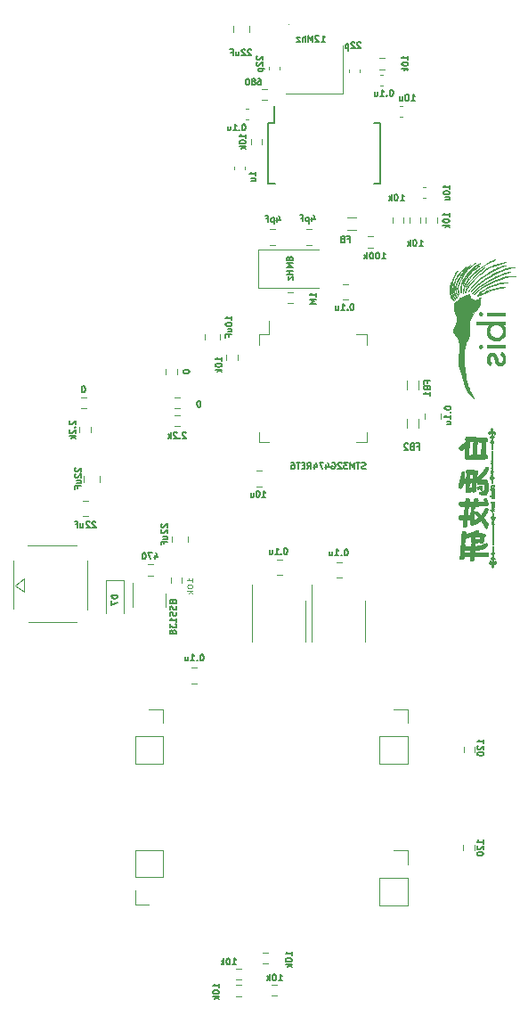
<source format=gbo>
%TF.GenerationSoftware,KiCad,Pcbnew,7.0.7*%
%TF.CreationDate,2024-01-01T11:44:22+09:00*%
%TF.ProjectId,mother_orion_v5,6d6f7468-6572-45f6-9f72-696f6e5f7635,rev?*%
%TF.SameCoordinates,Original*%
%TF.FileFunction,Legend,Bot*%
%TF.FilePolarity,Positive*%
%FSLAX46Y46*%
G04 Gerber Fmt 4.6, Leading zero omitted, Abs format (unit mm)*
G04 Created by KiCad (PCBNEW 7.0.7) date 2024-01-01 11:44:22*
%MOMM*%
%LPD*%
G01*
G04 APERTURE LIST*
%ADD10C,0.150000*%
%ADD11C,0.039500*%
%ADD12C,0.125000*%
%ADD13C,0.120000*%
%ADD14C,0.060000*%
%ADD15C,0.010000*%
G04 APERTURE END LIST*
D10*
X45928571Y-134189771D02*
X45871428Y-134189771D01*
X45871428Y-134189771D02*
X45814285Y-134218342D01*
X45814285Y-134218342D02*
X45785714Y-134246914D01*
X45785714Y-134246914D02*
X45757142Y-134304057D01*
X45757142Y-134304057D02*
X45728571Y-134418342D01*
X45728571Y-134418342D02*
X45728571Y-134561200D01*
X45728571Y-134561200D02*
X45757142Y-134675485D01*
X45757142Y-134675485D02*
X45785714Y-134732628D01*
X45785714Y-134732628D02*
X45814285Y-134761200D01*
X45814285Y-134761200D02*
X45871428Y-134789771D01*
X45871428Y-134789771D02*
X45928571Y-134789771D01*
X45928571Y-134789771D02*
X45985714Y-134761200D01*
X45985714Y-134761200D02*
X46014285Y-134732628D01*
X46014285Y-134732628D02*
X46042856Y-134675485D01*
X46042856Y-134675485D02*
X46071428Y-134561200D01*
X46071428Y-134561200D02*
X46071428Y-134418342D01*
X46071428Y-134418342D02*
X46042856Y-134304057D01*
X46042856Y-134304057D02*
X46014285Y-134246914D01*
X46014285Y-134246914D02*
X45985714Y-134218342D01*
X45985714Y-134218342D02*
X45928571Y-134189771D01*
X45471427Y-134732628D02*
X45442856Y-134761200D01*
X45442856Y-134761200D02*
X45471427Y-134789771D01*
X45471427Y-134789771D02*
X45499999Y-134761200D01*
X45499999Y-134761200D02*
X45471427Y-134732628D01*
X45471427Y-134732628D02*
X45471427Y-134789771D01*
X44871428Y-134789771D02*
X45214285Y-134789771D01*
X45042856Y-134789771D02*
X45042856Y-134189771D01*
X45042856Y-134189771D02*
X45099999Y-134275485D01*
X45099999Y-134275485D02*
X45157142Y-134332628D01*
X45157142Y-134332628D02*
X45214285Y-134361200D01*
X44357142Y-134389771D02*
X44357142Y-134789771D01*
X44614284Y-134389771D02*
X44614284Y-134704057D01*
X44614284Y-134704057D02*
X44585713Y-134761200D01*
X44585713Y-134761200D02*
X44528570Y-134789771D01*
X44528570Y-134789771D02*
X44442856Y-134789771D01*
X44442856Y-134789771D02*
X44385713Y-134761200D01*
X44385713Y-134761200D02*
X44357142Y-134732628D01*
X33351914Y-111994642D02*
X33323342Y-112023214D01*
X33323342Y-112023214D02*
X33294771Y-112080357D01*
X33294771Y-112080357D02*
X33294771Y-112223214D01*
X33294771Y-112223214D02*
X33323342Y-112280357D01*
X33323342Y-112280357D02*
X33351914Y-112308928D01*
X33351914Y-112308928D02*
X33409057Y-112337499D01*
X33409057Y-112337499D02*
X33466200Y-112337499D01*
X33466200Y-112337499D02*
X33551914Y-112308928D01*
X33551914Y-112308928D02*
X33894771Y-111966071D01*
X33894771Y-111966071D02*
X33894771Y-112337499D01*
X33837628Y-112594643D02*
X33866200Y-112623214D01*
X33866200Y-112623214D02*
X33894771Y-112594643D01*
X33894771Y-112594643D02*
X33866200Y-112566071D01*
X33866200Y-112566071D02*
X33837628Y-112594643D01*
X33837628Y-112594643D02*
X33894771Y-112594643D01*
X33351914Y-112851785D02*
X33323342Y-112880357D01*
X33323342Y-112880357D02*
X33294771Y-112937500D01*
X33294771Y-112937500D02*
X33294771Y-113080357D01*
X33294771Y-113080357D02*
X33323342Y-113137500D01*
X33323342Y-113137500D02*
X33351914Y-113166071D01*
X33351914Y-113166071D02*
X33409057Y-113194642D01*
X33409057Y-113194642D02*
X33466200Y-113194642D01*
X33466200Y-113194642D02*
X33551914Y-113166071D01*
X33551914Y-113166071D02*
X33894771Y-112823214D01*
X33894771Y-112823214D02*
X33894771Y-113194642D01*
X33894771Y-113451786D02*
X33294771Y-113451786D01*
X33666200Y-113508929D02*
X33894771Y-113680357D01*
X33494771Y-113680357D02*
X33723342Y-113451786D01*
X47799771Y-106302856D02*
X47799771Y-105959999D01*
X47799771Y-106131428D02*
X47199771Y-106131428D01*
X47199771Y-106131428D02*
X47285485Y-106074285D01*
X47285485Y-106074285D02*
X47342628Y-106017142D01*
X47342628Y-106017142D02*
X47371200Y-105959999D01*
X47199771Y-106674285D02*
X47199771Y-106731428D01*
X47199771Y-106731428D02*
X47228342Y-106788571D01*
X47228342Y-106788571D02*
X47256914Y-106817143D01*
X47256914Y-106817143D02*
X47314057Y-106845714D01*
X47314057Y-106845714D02*
X47428342Y-106874285D01*
X47428342Y-106874285D02*
X47571200Y-106874285D01*
X47571200Y-106874285D02*
X47685485Y-106845714D01*
X47685485Y-106845714D02*
X47742628Y-106817143D01*
X47742628Y-106817143D02*
X47771200Y-106788571D01*
X47771200Y-106788571D02*
X47799771Y-106731428D01*
X47799771Y-106731428D02*
X47799771Y-106674285D01*
X47799771Y-106674285D02*
X47771200Y-106617143D01*
X47771200Y-106617143D02*
X47742628Y-106588571D01*
X47742628Y-106588571D02*
X47685485Y-106560000D01*
X47685485Y-106560000D02*
X47571200Y-106531428D01*
X47571200Y-106531428D02*
X47428342Y-106531428D01*
X47428342Y-106531428D02*
X47314057Y-106560000D01*
X47314057Y-106560000D02*
X47256914Y-106588571D01*
X47256914Y-106588571D02*
X47228342Y-106617143D01*
X47228342Y-106617143D02*
X47199771Y-106674285D01*
X47799771Y-107131429D02*
X47199771Y-107131429D01*
X47571200Y-107188572D02*
X47799771Y-107360000D01*
X47399771Y-107360000D02*
X47628342Y-107131429D01*
X48828143Y-163659271D02*
X49171000Y-163659271D01*
X48999571Y-163659271D02*
X48999571Y-163059271D01*
X48999571Y-163059271D02*
X49056714Y-163144985D01*
X49056714Y-163144985D02*
X49113857Y-163202128D01*
X49113857Y-163202128D02*
X49171000Y-163230700D01*
X48456714Y-163059271D02*
X48399571Y-163059271D01*
X48399571Y-163059271D02*
X48342428Y-163087842D01*
X48342428Y-163087842D02*
X48313857Y-163116414D01*
X48313857Y-163116414D02*
X48285285Y-163173557D01*
X48285285Y-163173557D02*
X48256714Y-163287842D01*
X48256714Y-163287842D02*
X48256714Y-163430700D01*
X48256714Y-163430700D02*
X48285285Y-163544985D01*
X48285285Y-163544985D02*
X48313857Y-163602128D01*
X48313857Y-163602128D02*
X48342428Y-163630700D01*
X48342428Y-163630700D02*
X48399571Y-163659271D01*
X48399571Y-163659271D02*
X48456714Y-163659271D01*
X48456714Y-163659271D02*
X48513857Y-163630700D01*
X48513857Y-163630700D02*
X48542428Y-163602128D01*
X48542428Y-163602128D02*
X48570999Y-163544985D01*
X48570999Y-163544985D02*
X48599571Y-163430700D01*
X48599571Y-163430700D02*
X48599571Y-163287842D01*
X48599571Y-163287842D02*
X48570999Y-163173557D01*
X48570999Y-163173557D02*
X48542428Y-163116414D01*
X48542428Y-163116414D02*
X48513857Y-163087842D01*
X48513857Y-163087842D02*
X48456714Y-163059271D01*
X47999570Y-163659271D02*
X47999570Y-163059271D01*
X47942428Y-163430700D02*
X47770999Y-163659271D01*
X47770999Y-163259271D02*
X47999570Y-163487842D01*
X51024064Y-88719999D02*
X51024064Y-88377142D01*
X51024064Y-88548571D02*
X50424064Y-88548571D01*
X50424064Y-88548571D02*
X50509778Y-88491428D01*
X50509778Y-88491428D02*
X50566921Y-88434285D01*
X50566921Y-88434285D02*
X50595493Y-88377142D01*
X50624064Y-89234286D02*
X51024064Y-89234286D01*
X50624064Y-88977143D02*
X50938350Y-88977143D01*
X50938350Y-88977143D02*
X50995493Y-89005714D01*
X50995493Y-89005714D02*
X51024064Y-89062857D01*
X51024064Y-89062857D02*
X51024064Y-89148571D01*
X51024064Y-89148571D02*
X50995493Y-89205714D01*
X50995493Y-89205714D02*
X50966921Y-89234286D01*
X51161207Y-77341428D02*
X51132635Y-77370000D01*
X51132635Y-77370000D02*
X51104064Y-77427143D01*
X51104064Y-77427143D02*
X51104064Y-77570000D01*
X51104064Y-77570000D02*
X51132635Y-77627143D01*
X51132635Y-77627143D02*
X51161207Y-77655714D01*
X51161207Y-77655714D02*
X51218350Y-77684285D01*
X51218350Y-77684285D02*
X51275493Y-77684285D01*
X51275493Y-77684285D02*
X51361207Y-77655714D01*
X51361207Y-77655714D02*
X51704064Y-77312857D01*
X51704064Y-77312857D02*
X51704064Y-77684285D01*
X51161207Y-77912857D02*
X51132635Y-77941429D01*
X51132635Y-77941429D02*
X51104064Y-77998572D01*
X51104064Y-77998572D02*
X51104064Y-78141429D01*
X51104064Y-78141429D02*
X51132635Y-78198572D01*
X51132635Y-78198572D02*
X51161207Y-78227143D01*
X51161207Y-78227143D02*
X51218350Y-78255714D01*
X51218350Y-78255714D02*
X51275493Y-78255714D01*
X51275493Y-78255714D02*
X51361207Y-78227143D01*
X51361207Y-78227143D02*
X51704064Y-77884286D01*
X51704064Y-77884286D02*
X51704064Y-78255714D01*
X51304064Y-78512858D02*
X51904064Y-78512858D01*
X51332635Y-78512858D02*
X51304064Y-78570001D01*
X51304064Y-78570001D02*
X51304064Y-78684286D01*
X51304064Y-78684286D02*
X51332635Y-78741429D01*
X51332635Y-78741429D02*
X51361207Y-78770001D01*
X51361207Y-78770001D02*
X51418350Y-78798572D01*
X51418350Y-78798572D02*
X51589778Y-78798572D01*
X51589778Y-78798572D02*
X51646921Y-78770001D01*
X51646921Y-78770001D02*
X51675493Y-78741429D01*
X51675493Y-78741429D02*
X51704064Y-78684286D01*
X51704064Y-78684286D02*
X51704064Y-78570001D01*
X51704064Y-78570001D02*
X51675493Y-78512858D01*
X53908571Y-124069771D02*
X53851428Y-124069771D01*
X53851428Y-124069771D02*
X53794285Y-124098342D01*
X53794285Y-124098342D02*
X53765714Y-124126914D01*
X53765714Y-124126914D02*
X53737142Y-124184057D01*
X53737142Y-124184057D02*
X53708571Y-124298342D01*
X53708571Y-124298342D02*
X53708571Y-124441200D01*
X53708571Y-124441200D02*
X53737142Y-124555485D01*
X53737142Y-124555485D02*
X53765714Y-124612628D01*
X53765714Y-124612628D02*
X53794285Y-124641200D01*
X53794285Y-124641200D02*
X53851428Y-124669771D01*
X53851428Y-124669771D02*
X53908571Y-124669771D01*
X53908571Y-124669771D02*
X53965714Y-124641200D01*
X53965714Y-124641200D02*
X53994285Y-124612628D01*
X53994285Y-124612628D02*
X54022856Y-124555485D01*
X54022856Y-124555485D02*
X54051428Y-124441200D01*
X54051428Y-124441200D02*
X54051428Y-124298342D01*
X54051428Y-124298342D02*
X54022856Y-124184057D01*
X54022856Y-124184057D02*
X53994285Y-124126914D01*
X53994285Y-124126914D02*
X53965714Y-124098342D01*
X53965714Y-124098342D02*
X53908571Y-124069771D01*
X53451427Y-124612628D02*
X53422856Y-124641200D01*
X53422856Y-124641200D02*
X53451427Y-124669771D01*
X53451427Y-124669771D02*
X53479999Y-124641200D01*
X53479999Y-124641200D02*
X53451427Y-124612628D01*
X53451427Y-124612628D02*
X53451427Y-124669771D01*
X52851428Y-124669771D02*
X53194285Y-124669771D01*
X53022856Y-124669771D02*
X53022856Y-124069771D01*
X53022856Y-124069771D02*
X53079999Y-124155485D01*
X53079999Y-124155485D02*
X53137142Y-124212628D01*
X53137142Y-124212628D02*
X53194285Y-124241200D01*
X52337142Y-124269771D02*
X52337142Y-124669771D01*
X52594284Y-124269771D02*
X52594284Y-124584057D01*
X52594284Y-124584057D02*
X52565713Y-124641200D01*
X52565713Y-124641200D02*
X52508570Y-124669771D01*
X52508570Y-124669771D02*
X52422856Y-124669771D01*
X52422856Y-124669771D02*
X52365713Y-124641200D01*
X52365713Y-124641200D02*
X52337142Y-124612628D01*
X64777143Y-91082271D02*
X65120000Y-91082271D01*
X64948571Y-91082271D02*
X64948571Y-90482271D01*
X64948571Y-90482271D02*
X65005714Y-90567985D01*
X65005714Y-90567985D02*
X65062857Y-90625128D01*
X65062857Y-90625128D02*
X65120000Y-90653700D01*
X64405714Y-90482271D02*
X64348571Y-90482271D01*
X64348571Y-90482271D02*
X64291428Y-90510842D01*
X64291428Y-90510842D02*
X64262857Y-90539414D01*
X64262857Y-90539414D02*
X64234285Y-90596557D01*
X64234285Y-90596557D02*
X64205714Y-90710842D01*
X64205714Y-90710842D02*
X64205714Y-90853700D01*
X64205714Y-90853700D02*
X64234285Y-90967985D01*
X64234285Y-90967985D02*
X64262857Y-91025128D01*
X64262857Y-91025128D02*
X64291428Y-91053700D01*
X64291428Y-91053700D02*
X64348571Y-91082271D01*
X64348571Y-91082271D02*
X64405714Y-91082271D01*
X64405714Y-91082271D02*
X64462857Y-91053700D01*
X64462857Y-91053700D02*
X64491428Y-91025128D01*
X64491428Y-91025128D02*
X64519999Y-90967985D01*
X64519999Y-90967985D02*
X64548571Y-90853700D01*
X64548571Y-90853700D02*
X64548571Y-90710842D01*
X64548571Y-90710842D02*
X64519999Y-90596557D01*
X64519999Y-90596557D02*
X64491428Y-90539414D01*
X64491428Y-90539414D02*
X64462857Y-90510842D01*
X64462857Y-90510842D02*
X64405714Y-90482271D01*
X63948570Y-91082271D02*
X63948570Y-90482271D01*
X63891428Y-90853700D02*
X63719999Y-91082271D01*
X63719999Y-90682271D02*
X63948570Y-90910842D01*
X37929771Y-128547143D02*
X37329771Y-128547143D01*
X37329771Y-128547143D02*
X37329771Y-128690000D01*
X37329771Y-128690000D02*
X37358342Y-128775714D01*
X37358342Y-128775714D02*
X37415485Y-128832857D01*
X37415485Y-128832857D02*
X37472628Y-128861428D01*
X37472628Y-128861428D02*
X37586914Y-128890000D01*
X37586914Y-128890000D02*
X37672628Y-128890000D01*
X37672628Y-128890000D02*
X37786914Y-128861428D01*
X37786914Y-128861428D02*
X37844057Y-128832857D01*
X37844057Y-128832857D02*
X37901200Y-128775714D01*
X37901200Y-128775714D02*
X37929771Y-128690000D01*
X37929771Y-128690000D02*
X37929771Y-128547143D01*
X37329771Y-129090000D02*
X37329771Y-129490000D01*
X37329771Y-129490000D02*
X37929771Y-129232857D01*
X63012857Y-96602271D02*
X63355714Y-96602271D01*
X63184285Y-96602271D02*
X63184285Y-96002271D01*
X63184285Y-96002271D02*
X63241428Y-96087985D01*
X63241428Y-96087985D02*
X63298571Y-96145128D01*
X63298571Y-96145128D02*
X63355714Y-96173700D01*
X62641428Y-96002271D02*
X62584285Y-96002271D01*
X62584285Y-96002271D02*
X62527142Y-96030842D01*
X62527142Y-96030842D02*
X62498571Y-96059414D01*
X62498571Y-96059414D02*
X62469999Y-96116557D01*
X62469999Y-96116557D02*
X62441428Y-96230842D01*
X62441428Y-96230842D02*
X62441428Y-96373700D01*
X62441428Y-96373700D02*
X62469999Y-96487985D01*
X62469999Y-96487985D02*
X62498571Y-96545128D01*
X62498571Y-96545128D02*
X62527142Y-96573700D01*
X62527142Y-96573700D02*
X62584285Y-96602271D01*
X62584285Y-96602271D02*
X62641428Y-96602271D01*
X62641428Y-96602271D02*
X62698571Y-96573700D01*
X62698571Y-96573700D02*
X62727142Y-96545128D01*
X62727142Y-96545128D02*
X62755713Y-96487985D01*
X62755713Y-96487985D02*
X62784285Y-96373700D01*
X62784285Y-96373700D02*
X62784285Y-96230842D01*
X62784285Y-96230842D02*
X62755713Y-96116557D01*
X62755713Y-96116557D02*
X62727142Y-96059414D01*
X62727142Y-96059414D02*
X62698571Y-96030842D01*
X62698571Y-96030842D02*
X62641428Y-96002271D01*
X62069999Y-96002271D02*
X62012856Y-96002271D01*
X62012856Y-96002271D02*
X61955713Y-96030842D01*
X61955713Y-96030842D02*
X61927142Y-96059414D01*
X61927142Y-96059414D02*
X61898570Y-96116557D01*
X61898570Y-96116557D02*
X61869999Y-96230842D01*
X61869999Y-96230842D02*
X61869999Y-96373700D01*
X61869999Y-96373700D02*
X61898570Y-96487985D01*
X61898570Y-96487985D02*
X61927142Y-96545128D01*
X61927142Y-96545128D02*
X61955713Y-96573700D01*
X61955713Y-96573700D02*
X62012856Y-96602271D01*
X62012856Y-96602271D02*
X62069999Y-96602271D01*
X62069999Y-96602271D02*
X62127142Y-96573700D01*
X62127142Y-96573700D02*
X62155713Y-96545128D01*
X62155713Y-96545128D02*
X62184284Y-96487985D01*
X62184284Y-96487985D02*
X62212856Y-96373700D01*
X62212856Y-96373700D02*
X62212856Y-96230842D01*
X62212856Y-96230842D02*
X62184284Y-96116557D01*
X62184284Y-96116557D02*
X62155713Y-96059414D01*
X62155713Y-96059414D02*
X62127142Y-96030842D01*
X62127142Y-96030842D02*
X62069999Y-96002271D01*
X61612855Y-96602271D02*
X61612855Y-96002271D01*
X61555713Y-96373700D02*
X61384284Y-96602271D01*
X61384284Y-96202271D02*
X61612855Y-96430842D01*
X54460771Y-162822356D02*
X54460771Y-162479499D01*
X54460771Y-162650928D02*
X53860771Y-162650928D01*
X53860771Y-162650928D02*
X53946485Y-162593785D01*
X53946485Y-162593785D02*
X54003628Y-162536642D01*
X54003628Y-162536642D02*
X54032200Y-162479499D01*
X53860771Y-163193785D02*
X53860771Y-163250928D01*
X53860771Y-163250928D02*
X53889342Y-163308071D01*
X53889342Y-163308071D02*
X53917914Y-163336643D01*
X53917914Y-163336643D02*
X53975057Y-163365214D01*
X53975057Y-163365214D02*
X54089342Y-163393785D01*
X54089342Y-163393785D02*
X54232200Y-163393785D01*
X54232200Y-163393785D02*
X54346485Y-163365214D01*
X54346485Y-163365214D02*
X54403628Y-163336643D01*
X54403628Y-163336643D02*
X54432200Y-163308071D01*
X54432200Y-163308071D02*
X54460771Y-163250928D01*
X54460771Y-163250928D02*
X54460771Y-163193785D01*
X54460771Y-163193785D02*
X54432200Y-163136643D01*
X54432200Y-163136643D02*
X54403628Y-163108071D01*
X54403628Y-163108071D02*
X54346485Y-163079500D01*
X54346485Y-163079500D02*
X54232200Y-163050928D01*
X54232200Y-163050928D02*
X54089342Y-163050928D01*
X54089342Y-163050928D02*
X53975057Y-163079500D01*
X53975057Y-163079500D02*
X53917914Y-163108071D01*
X53917914Y-163108071D02*
X53889342Y-163136643D01*
X53889342Y-163136643D02*
X53860771Y-163193785D01*
X54460771Y-163650929D02*
X53860771Y-163650929D01*
X54232200Y-163708072D02*
X54460771Y-163879500D01*
X54060771Y-163879500D02*
X54289342Y-163650929D01*
X44129771Y-107298928D02*
X44129771Y-107356071D01*
X44129771Y-107356071D02*
X44158342Y-107413214D01*
X44158342Y-107413214D02*
X44186914Y-107441786D01*
X44186914Y-107441786D02*
X44244057Y-107470357D01*
X44244057Y-107470357D02*
X44358342Y-107498928D01*
X44358342Y-107498928D02*
X44501200Y-107498928D01*
X44501200Y-107498928D02*
X44615485Y-107470357D01*
X44615485Y-107470357D02*
X44672628Y-107441786D01*
X44672628Y-107441786D02*
X44701200Y-107413214D01*
X44701200Y-107413214D02*
X44729771Y-107356071D01*
X44729771Y-107356071D02*
X44729771Y-107298928D01*
X44729771Y-107298928D02*
X44701200Y-107241786D01*
X44701200Y-107241786D02*
X44672628Y-107213214D01*
X44672628Y-107213214D02*
X44615485Y-107184643D01*
X44615485Y-107184643D02*
X44501200Y-107156071D01*
X44501200Y-107156071D02*
X44358342Y-107156071D01*
X44358342Y-107156071D02*
X44244057Y-107184643D01*
X44244057Y-107184643D02*
X44186914Y-107213214D01*
X44186914Y-107213214D02*
X44158342Y-107241786D01*
X44158342Y-107241786D02*
X44129771Y-107298928D01*
X61477144Y-116531200D02*
X61391430Y-116559771D01*
X61391430Y-116559771D02*
X61248572Y-116559771D01*
X61248572Y-116559771D02*
X61191430Y-116531200D01*
X61191430Y-116531200D02*
X61162858Y-116502628D01*
X61162858Y-116502628D02*
X61134287Y-116445485D01*
X61134287Y-116445485D02*
X61134287Y-116388342D01*
X61134287Y-116388342D02*
X61162858Y-116331200D01*
X61162858Y-116331200D02*
X61191430Y-116302628D01*
X61191430Y-116302628D02*
X61248572Y-116274057D01*
X61248572Y-116274057D02*
X61362858Y-116245485D01*
X61362858Y-116245485D02*
X61420001Y-116216914D01*
X61420001Y-116216914D02*
X61448572Y-116188342D01*
X61448572Y-116188342D02*
X61477144Y-116131200D01*
X61477144Y-116131200D02*
X61477144Y-116074057D01*
X61477144Y-116074057D02*
X61448572Y-116016914D01*
X61448572Y-116016914D02*
X61420001Y-115988342D01*
X61420001Y-115988342D02*
X61362858Y-115959771D01*
X61362858Y-115959771D02*
X61220001Y-115959771D01*
X61220001Y-115959771D02*
X61134287Y-115988342D01*
X60962858Y-115959771D02*
X60620001Y-115959771D01*
X60791429Y-116559771D02*
X60791429Y-115959771D01*
X60420000Y-116559771D02*
X60420000Y-115959771D01*
X60420000Y-115959771D02*
X60220000Y-116388342D01*
X60220000Y-116388342D02*
X60020000Y-115959771D01*
X60020000Y-115959771D02*
X60020000Y-116559771D01*
X59791429Y-115959771D02*
X59420001Y-115959771D01*
X59420001Y-115959771D02*
X59620001Y-116188342D01*
X59620001Y-116188342D02*
X59534286Y-116188342D01*
X59534286Y-116188342D02*
X59477144Y-116216914D01*
X59477144Y-116216914D02*
X59448572Y-116245485D01*
X59448572Y-116245485D02*
X59420001Y-116302628D01*
X59420001Y-116302628D02*
X59420001Y-116445485D01*
X59420001Y-116445485D02*
X59448572Y-116502628D01*
X59448572Y-116502628D02*
X59477144Y-116531200D01*
X59477144Y-116531200D02*
X59534286Y-116559771D01*
X59534286Y-116559771D02*
X59705715Y-116559771D01*
X59705715Y-116559771D02*
X59762858Y-116531200D01*
X59762858Y-116531200D02*
X59791429Y-116502628D01*
X59191429Y-116016914D02*
X59162857Y-115988342D01*
X59162857Y-115988342D02*
X59105715Y-115959771D01*
X59105715Y-115959771D02*
X58962857Y-115959771D01*
X58962857Y-115959771D02*
X58905715Y-115988342D01*
X58905715Y-115988342D02*
X58877143Y-116016914D01*
X58877143Y-116016914D02*
X58848572Y-116074057D01*
X58848572Y-116074057D02*
X58848572Y-116131200D01*
X58848572Y-116131200D02*
X58877143Y-116216914D01*
X58877143Y-116216914D02*
X59220000Y-116559771D01*
X59220000Y-116559771D02*
X58848572Y-116559771D01*
X58277143Y-115988342D02*
X58334286Y-115959771D01*
X58334286Y-115959771D02*
X58420000Y-115959771D01*
X58420000Y-115959771D02*
X58505714Y-115988342D01*
X58505714Y-115988342D02*
X58562857Y-116045485D01*
X58562857Y-116045485D02*
X58591428Y-116102628D01*
X58591428Y-116102628D02*
X58620000Y-116216914D01*
X58620000Y-116216914D02*
X58620000Y-116302628D01*
X58620000Y-116302628D02*
X58591428Y-116416914D01*
X58591428Y-116416914D02*
X58562857Y-116474057D01*
X58562857Y-116474057D02*
X58505714Y-116531200D01*
X58505714Y-116531200D02*
X58420000Y-116559771D01*
X58420000Y-116559771D02*
X58362857Y-116559771D01*
X58362857Y-116559771D02*
X58277143Y-116531200D01*
X58277143Y-116531200D02*
X58248571Y-116502628D01*
X58248571Y-116502628D02*
X58248571Y-116302628D01*
X58248571Y-116302628D02*
X58362857Y-116302628D01*
X57734286Y-116159771D02*
X57734286Y-116559771D01*
X57877143Y-115931200D02*
X58020000Y-116359771D01*
X58020000Y-116359771D02*
X57648571Y-116359771D01*
X57477142Y-115959771D02*
X57077142Y-115959771D01*
X57077142Y-115959771D02*
X57334285Y-116559771D01*
X56591428Y-116159771D02*
X56591428Y-116559771D01*
X56734285Y-115931200D02*
X56877142Y-116359771D01*
X56877142Y-116359771D02*
X56505713Y-116359771D01*
X55934284Y-116559771D02*
X56134284Y-116274057D01*
X56277141Y-116559771D02*
X56277141Y-115959771D01*
X56277141Y-115959771D02*
X56048570Y-115959771D01*
X56048570Y-115959771D02*
X55991427Y-115988342D01*
X55991427Y-115988342D02*
X55962856Y-116016914D01*
X55962856Y-116016914D02*
X55934284Y-116074057D01*
X55934284Y-116074057D02*
X55934284Y-116159771D01*
X55934284Y-116159771D02*
X55962856Y-116216914D01*
X55962856Y-116216914D02*
X55991427Y-116245485D01*
X55991427Y-116245485D02*
X56048570Y-116274057D01*
X56048570Y-116274057D02*
X56277141Y-116274057D01*
X55677141Y-116245485D02*
X55477141Y-116245485D01*
X55391427Y-116559771D02*
X55677141Y-116559771D01*
X55677141Y-116559771D02*
X55677141Y-115959771D01*
X55677141Y-115959771D02*
X55391427Y-115959771D01*
X55219999Y-115959771D02*
X54877142Y-115959771D01*
X55048570Y-116559771D02*
X55048570Y-115959771D01*
X54419999Y-115959771D02*
X54534284Y-115959771D01*
X54534284Y-115959771D02*
X54591427Y-115988342D01*
X54591427Y-115988342D02*
X54619999Y-116016914D01*
X54619999Y-116016914D02*
X54677141Y-116102628D01*
X54677141Y-116102628D02*
X54705713Y-116216914D01*
X54705713Y-116216914D02*
X54705713Y-116445485D01*
X54705713Y-116445485D02*
X54677141Y-116502628D01*
X54677141Y-116502628D02*
X54648570Y-116531200D01*
X54648570Y-116531200D02*
X54591427Y-116559771D01*
X54591427Y-116559771D02*
X54477141Y-116559771D01*
X54477141Y-116559771D02*
X54419999Y-116531200D01*
X54419999Y-116531200D02*
X54391427Y-116502628D01*
X54391427Y-116502628D02*
X54362856Y-116445485D01*
X54362856Y-116445485D02*
X54362856Y-116302628D01*
X54362856Y-116302628D02*
X54391427Y-116245485D01*
X54391427Y-116245485D02*
X54419999Y-116216914D01*
X54419999Y-116216914D02*
X54477141Y-116188342D01*
X54477141Y-116188342D02*
X54591427Y-116188342D01*
X54591427Y-116188342D02*
X54648570Y-116216914D01*
X54648570Y-116216914D02*
X54677141Y-116245485D01*
X54677141Y-116245485D02*
X54705713Y-116302628D01*
D11*
D10*
X69489771Y-89934285D02*
X69489771Y-89591428D01*
X69489771Y-89762857D02*
X68889771Y-89762857D01*
X68889771Y-89762857D02*
X68975485Y-89705714D01*
X68975485Y-89705714D02*
X69032628Y-89648571D01*
X69032628Y-89648571D02*
X69061200Y-89591428D01*
X68889771Y-90305714D02*
X68889771Y-90362857D01*
X68889771Y-90362857D02*
X68918342Y-90420000D01*
X68918342Y-90420000D02*
X68946914Y-90448572D01*
X68946914Y-90448572D02*
X69004057Y-90477143D01*
X69004057Y-90477143D02*
X69118342Y-90505714D01*
X69118342Y-90505714D02*
X69261200Y-90505714D01*
X69261200Y-90505714D02*
X69375485Y-90477143D01*
X69375485Y-90477143D02*
X69432628Y-90448572D01*
X69432628Y-90448572D02*
X69461200Y-90420000D01*
X69461200Y-90420000D02*
X69489771Y-90362857D01*
X69489771Y-90362857D02*
X69489771Y-90305714D01*
X69489771Y-90305714D02*
X69461200Y-90248572D01*
X69461200Y-90248572D02*
X69432628Y-90220000D01*
X69432628Y-90220000D02*
X69375485Y-90191429D01*
X69375485Y-90191429D02*
X69261200Y-90162857D01*
X69261200Y-90162857D02*
X69118342Y-90162857D01*
X69118342Y-90162857D02*
X69004057Y-90191429D01*
X69004057Y-90191429D02*
X68946914Y-90220000D01*
X68946914Y-90220000D02*
X68918342Y-90248572D01*
X68918342Y-90248572D02*
X68889771Y-90305714D01*
X69089771Y-91020001D02*
X69489771Y-91020001D01*
X69089771Y-90762858D02*
X69404057Y-90762858D01*
X69404057Y-90762858D02*
X69461200Y-90791429D01*
X69461200Y-90791429D02*
X69489771Y-90848572D01*
X69489771Y-90848572D02*
X69489771Y-90934286D01*
X69489771Y-90934286D02*
X69461200Y-90991429D01*
X69461200Y-90991429D02*
X69432628Y-91020001D01*
X50595714Y-76756914D02*
X50567142Y-76728342D01*
X50567142Y-76728342D02*
X50510000Y-76699771D01*
X50510000Y-76699771D02*
X50367142Y-76699771D01*
X50367142Y-76699771D02*
X50310000Y-76728342D01*
X50310000Y-76728342D02*
X50281428Y-76756914D01*
X50281428Y-76756914D02*
X50252857Y-76814057D01*
X50252857Y-76814057D02*
X50252857Y-76871200D01*
X50252857Y-76871200D02*
X50281428Y-76956914D01*
X50281428Y-76956914D02*
X50624285Y-77299771D01*
X50624285Y-77299771D02*
X50252857Y-77299771D01*
X50024285Y-76756914D02*
X49995713Y-76728342D01*
X49995713Y-76728342D02*
X49938571Y-76699771D01*
X49938571Y-76699771D02*
X49795713Y-76699771D01*
X49795713Y-76699771D02*
X49738571Y-76728342D01*
X49738571Y-76728342D02*
X49709999Y-76756914D01*
X49709999Y-76756914D02*
X49681428Y-76814057D01*
X49681428Y-76814057D02*
X49681428Y-76871200D01*
X49681428Y-76871200D02*
X49709999Y-76956914D01*
X49709999Y-76956914D02*
X50052856Y-77299771D01*
X50052856Y-77299771D02*
X49681428Y-77299771D01*
X49167142Y-76899771D02*
X49167142Y-77299771D01*
X49424284Y-76899771D02*
X49424284Y-77214057D01*
X49424284Y-77214057D02*
X49395713Y-77271200D01*
X49395713Y-77271200D02*
X49338570Y-77299771D01*
X49338570Y-77299771D02*
X49252856Y-77299771D01*
X49252856Y-77299771D02*
X49195713Y-77271200D01*
X49195713Y-77271200D02*
X49167142Y-77242628D01*
X48681427Y-76985485D02*
X48881427Y-76985485D01*
X48881427Y-77299771D02*
X48881427Y-76699771D01*
X48881427Y-76699771D02*
X48595713Y-76699771D01*
X42096914Y-121779285D02*
X42068342Y-121807857D01*
X42068342Y-121807857D02*
X42039771Y-121865000D01*
X42039771Y-121865000D02*
X42039771Y-122007857D01*
X42039771Y-122007857D02*
X42068342Y-122065000D01*
X42068342Y-122065000D02*
X42096914Y-122093571D01*
X42096914Y-122093571D02*
X42154057Y-122122142D01*
X42154057Y-122122142D02*
X42211200Y-122122142D01*
X42211200Y-122122142D02*
X42296914Y-122093571D01*
X42296914Y-122093571D02*
X42639771Y-121750714D01*
X42639771Y-121750714D02*
X42639771Y-122122142D01*
X42096914Y-122350714D02*
X42068342Y-122379286D01*
X42068342Y-122379286D02*
X42039771Y-122436429D01*
X42039771Y-122436429D02*
X42039771Y-122579286D01*
X42039771Y-122579286D02*
X42068342Y-122636429D01*
X42068342Y-122636429D02*
X42096914Y-122665000D01*
X42096914Y-122665000D02*
X42154057Y-122693571D01*
X42154057Y-122693571D02*
X42211200Y-122693571D01*
X42211200Y-122693571D02*
X42296914Y-122665000D01*
X42296914Y-122665000D02*
X42639771Y-122322143D01*
X42639771Y-122322143D02*
X42639771Y-122693571D01*
X42239771Y-123207858D02*
X42639771Y-123207858D01*
X42239771Y-122950715D02*
X42554057Y-122950715D01*
X42554057Y-122950715D02*
X42611200Y-122979286D01*
X42611200Y-122979286D02*
X42639771Y-123036429D01*
X42639771Y-123036429D02*
X42639771Y-123122143D01*
X42639771Y-123122143D02*
X42611200Y-123179286D01*
X42611200Y-123179286D02*
X42582628Y-123207858D01*
X42325485Y-123693572D02*
X42325485Y-123493572D01*
X42639771Y-123493572D02*
X42039771Y-123493572D01*
X42039771Y-123493572D02*
X42039771Y-123779286D01*
X47550771Y-165852356D02*
X47550771Y-165509499D01*
X47550771Y-165680928D02*
X46950771Y-165680928D01*
X46950771Y-165680928D02*
X47036485Y-165623785D01*
X47036485Y-165623785D02*
X47093628Y-165566642D01*
X47093628Y-165566642D02*
X47122200Y-165509499D01*
X46950771Y-166223785D02*
X46950771Y-166280928D01*
X46950771Y-166280928D02*
X46979342Y-166338071D01*
X46979342Y-166338071D02*
X47007914Y-166366643D01*
X47007914Y-166366643D02*
X47065057Y-166395214D01*
X47065057Y-166395214D02*
X47179342Y-166423785D01*
X47179342Y-166423785D02*
X47322200Y-166423785D01*
X47322200Y-166423785D02*
X47436485Y-166395214D01*
X47436485Y-166395214D02*
X47493628Y-166366643D01*
X47493628Y-166366643D02*
X47522200Y-166338071D01*
X47522200Y-166338071D02*
X47550771Y-166280928D01*
X47550771Y-166280928D02*
X47550771Y-166223785D01*
X47550771Y-166223785D02*
X47522200Y-166166643D01*
X47522200Y-166166643D02*
X47493628Y-166138071D01*
X47493628Y-166138071D02*
X47436485Y-166109500D01*
X47436485Y-166109500D02*
X47322200Y-166080928D01*
X47322200Y-166080928D02*
X47179342Y-166080928D01*
X47179342Y-166080928D02*
X47065057Y-166109500D01*
X47065057Y-166109500D02*
X47007914Y-166138071D01*
X47007914Y-166138071D02*
X46979342Y-166166643D01*
X46979342Y-166166643D02*
X46950771Y-166223785D01*
X47550771Y-166680929D02*
X46950771Y-166680929D01*
X47322200Y-166738072D02*
X47550771Y-166909500D01*
X47150771Y-166909500D02*
X47379342Y-166680929D01*
X59648571Y-124199771D02*
X59591428Y-124199771D01*
X59591428Y-124199771D02*
X59534285Y-124228342D01*
X59534285Y-124228342D02*
X59505714Y-124256914D01*
X59505714Y-124256914D02*
X59477142Y-124314057D01*
X59477142Y-124314057D02*
X59448571Y-124428342D01*
X59448571Y-124428342D02*
X59448571Y-124571200D01*
X59448571Y-124571200D02*
X59477142Y-124685485D01*
X59477142Y-124685485D02*
X59505714Y-124742628D01*
X59505714Y-124742628D02*
X59534285Y-124771200D01*
X59534285Y-124771200D02*
X59591428Y-124799771D01*
X59591428Y-124799771D02*
X59648571Y-124799771D01*
X59648571Y-124799771D02*
X59705714Y-124771200D01*
X59705714Y-124771200D02*
X59734285Y-124742628D01*
X59734285Y-124742628D02*
X59762856Y-124685485D01*
X59762856Y-124685485D02*
X59791428Y-124571200D01*
X59791428Y-124571200D02*
X59791428Y-124428342D01*
X59791428Y-124428342D02*
X59762856Y-124314057D01*
X59762856Y-124314057D02*
X59734285Y-124256914D01*
X59734285Y-124256914D02*
X59705714Y-124228342D01*
X59705714Y-124228342D02*
X59648571Y-124199771D01*
X59191427Y-124742628D02*
X59162856Y-124771200D01*
X59162856Y-124771200D02*
X59191427Y-124799771D01*
X59191427Y-124799771D02*
X59219999Y-124771200D01*
X59219999Y-124771200D02*
X59191427Y-124742628D01*
X59191427Y-124742628D02*
X59191427Y-124799771D01*
X58591428Y-124799771D02*
X58934285Y-124799771D01*
X58762856Y-124799771D02*
X58762856Y-124199771D01*
X58762856Y-124199771D02*
X58819999Y-124285485D01*
X58819999Y-124285485D02*
X58877142Y-124342628D01*
X58877142Y-124342628D02*
X58934285Y-124371200D01*
X58077142Y-124399771D02*
X58077142Y-124799771D01*
X58334284Y-124399771D02*
X58334284Y-124714057D01*
X58334284Y-124714057D02*
X58305713Y-124771200D01*
X58305713Y-124771200D02*
X58248570Y-124799771D01*
X58248570Y-124799771D02*
X58162856Y-124799771D01*
X58162856Y-124799771D02*
X58105713Y-124771200D01*
X58105713Y-124771200D02*
X58077142Y-124742628D01*
X57261428Y-75989771D02*
X57604285Y-75989771D01*
X57432856Y-75989771D02*
X57432856Y-75389771D01*
X57432856Y-75389771D02*
X57489999Y-75475485D01*
X57489999Y-75475485D02*
X57547142Y-75532628D01*
X57547142Y-75532628D02*
X57604285Y-75561200D01*
X57032856Y-75446914D02*
X57004284Y-75418342D01*
X57004284Y-75418342D02*
X56947142Y-75389771D01*
X56947142Y-75389771D02*
X56804284Y-75389771D01*
X56804284Y-75389771D02*
X56747142Y-75418342D01*
X56747142Y-75418342D02*
X56718570Y-75446914D01*
X56718570Y-75446914D02*
X56689999Y-75504057D01*
X56689999Y-75504057D02*
X56689999Y-75561200D01*
X56689999Y-75561200D02*
X56718570Y-75646914D01*
X56718570Y-75646914D02*
X57061427Y-75989771D01*
X57061427Y-75989771D02*
X56689999Y-75989771D01*
X56432855Y-75989771D02*
X56432855Y-75389771D01*
X56432855Y-75389771D02*
X56232855Y-75818342D01*
X56232855Y-75818342D02*
X56032855Y-75389771D01*
X56032855Y-75389771D02*
X56032855Y-75989771D01*
X55747141Y-75989771D02*
X55747141Y-75389771D01*
X55489999Y-75989771D02*
X55489999Y-75675485D01*
X55489999Y-75675485D02*
X55518570Y-75618342D01*
X55518570Y-75618342D02*
X55575713Y-75589771D01*
X55575713Y-75589771D02*
X55661427Y-75589771D01*
X55661427Y-75589771D02*
X55718570Y-75618342D01*
X55718570Y-75618342D02*
X55747141Y-75646914D01*
X55261427Y-75589771D02*
X54947142Y-75589771D01*
X54947142Y-75589771D02*
X55261427Y-75989771D01*
X55261427Y-75989771D02*
X54947142Y-75989771D01*
X72669771Y-152159999D02*
X72669771Y-151817142D01*
X72669771Y-151988571D02*
X72069771Y-151988571D01*
X72069771Y-151988571D02*
X72155485Y-151931428D01*
X72155485Y-151931428D02*
X72212628Y-151874285D01*
X72212628Y-151874285D02*
X72241200Y-151817142D01*
X72126914Y-152388571D02*
X72098342Y-152417143D01*
X72098342Y-152417143D02*
X72069771Y-152474286D01*
X72069771Y-152474286D02*
X72069771Y-152617143D01*
X72069771Y-152617143D02*
X72098342Y-152674286D01*
X72098342Y-152674286D02*
X72126914Y-152702857D01*
X72126914Y-152702857D02*
X72184057Y-152731428D01*
X72184057Y-152731428D02*
X72241200Y-152731428D01*
X72241200Y-152731428D02*
X72326914Y-152702857D01*
X72326914Y-152702857D02*
X72669771Y-152360000D01*
X72669771Y-152360000D02*
X72669771Y-152731428D01*
X72069771Y-153102857D02*
X72069771Y-153160000D01*
X72069771Y-153160000D02*
X72098342Y-153217143D01*
X72098342Y-153217143D02*
X72126914Y-153245715D01*
X72126914Y-153245715D02*
X72184057Y-153274286D01*
X72184057Y-153274286D02*
X72298342Y-153302857D01*
X72298342Y-153302857D02*
X72441200Y-153302857D01*
X72441200Y-153302857D02*
X72555485Y-153274286D01*
X72555485Y-153274286D02*
X72612628Y-153245715D01*
X72612628Y-153245715D02*
X72641200Y-153217143D01*
X72641200Y-153217143D02*
X72669771Y-153160000D01*
X72669771Y-153160000D02*
X72669771Y-153102857D01*
X72669771Y-153102857D02*
X72641200Y-153045715D01*
X72641200Y-153045715D02*
X72612628Y-153017143D01*
X72612628Y-153017143D02*
X72555485Y-152988572D01*
X72555485Y-152988572D02*
X72441200Y-152960000D01*
X72441200Y-152960000D02*
X72298342Y-152960000D01*
X72298342Y-152960000D02*
X72184057Y-152988572D01*
X72184057Y-152988572D02*
X72126914Y-153017143D01*
X72126914Y-153017143D02*
X72098342Y-153045715D01*
X72098342Y-153045715D02*
X72069771Y-153102857D01*
X69439771Y-92595356D02*
X69439771Y-92252499D01*
X69439771Y-92423928D02*
X68839771Y-92423928D01*
X68839771Y-92423928D02*
X68925485Y-92366785D01*
X68925485Y-92366785D02*
X68982628Y-92309642D01*
X68982628Y-92309642D02*
X69011200Y-92252499D01*
X68839771Y-92966785D02*
X68839771Y-93023928D01*
X68839771Y-93023928D02*
X68868342Y-93081071D01*
X68868342Y-93081071D02*
X68896914Y-93109643D01*
X68896914Y-93109643D02*
X68954057Y-93138214D01*
X68954057Y-93138214D02*
X69068342Y-93166785D01*
X69068342Y-93166785D02*
X69211200Y-93166785D01*
X69211200Y-93166785D02*
X69325485Y-93138214D01*
X69325485Y-93138214D02*
X69382628Y-93109643D01*
X69382628Y-93109643D02*
X69411200Y-93081071D01*
X69411200Y-93081071D02*
X69439771Y-93023928D01*
X69439771Y-93023928D02*
X69439771Y-92966785D01*
X69439771Y-92966785D02*
X69411200Y-92909643D01*
X69411200Y-92909643D02*
X69382628Y-92881071D01*
X69382628Y-92881071D02*
X69325485Y-92852500D01*
X69325485Y-92852500D02*
X69211200Y-92823928D01*
X69211200Y-92823928D02*
X69068342Y-92823928D01*
X69068342Y-92823928D02*
X68954057Y-92852500D01*
X68954057Y-92852500D02*
X68896914Y-92881071D01*
X68896914Y-92881071D02*
X68868342Y-92909643D01*
X68868342Y-92909643D02*
X68839771Y-92966785D01*
X69439771Y-93423929D02*
X68839771Y-93423929D01*
X69211200Y-93481072D02*
X69439771Y-93652500D01*
X69039771Y-93652500D02*
X69268342Y-93423929D01*
X34678571Y-108694771D02*
X34621428Y-108694771D01*
X34621428Y-108694771D02*
X34564285Y-108723342D01*
X34564285Y-108723342D02*
X34535714Y-108751914D01*
X34535714Y-108751914D02*
X34507142Y-108809057D01*
X34507142Y-108809057D02*
X34478571Y-108923342D01*
X34478571Y-108923342D02*
X34478571Y-109066200D01*
X34478571Y-109066200D02*
X34507142Y-109180485D01*
X34507142Y-109180485D02*
X34535714Y-109237628D01*
X34535714Y-109237628D02*
X34564285Y-109266200D01*
X34564285Y-109266200D02*
X34621428Y-109294771D01*
X34621428Y-109294771D02*
X34678571Y-109294771D01*
X34678571Y-109294771D02*
X34735714Y-109266200D01*
X34735714Y-109266200D02*
X34764285Y-109237628D01*
X34764285Y-109237628D02*
X34792856Y-109180485D01*
X34792856Y-109180485D02*
X34821428Y-109066200D01*
X34821428Y-109066200D02*
X34821428Y-108923342D01*
X34821428Y-108923342D02*
X34792856Y-108809057D01*
X34792856Y-108809057D02*
X34764285Y-108751914D01*
X34764285Y-108751914D02*
X34735714Y-108723342D01*
X34735714Y-108723342D02*
X34678571Y-108694771D01*
X35805714Y-121601914D02*
X35777142Y-121573342D01*
X35777142Y-121573342D02*
X35720000Y-121544771D01*
X35720000Y-121544771D02*
X35577142Y-121544771D01*
X35577142Y-121544771D02*
X35520000Y-121573342D01*
X35520000Y-121573342D02*
X35491428Y-121601914D01*
X35491428Y-121601914D02*
X35462857Y-121659057D01*
X35462857Y-121659057D02*
X35462857Y-121716200D01*
X35462857Y-121716200D02*
X35491428Y-121801914D01*
X35491428Y-121801914D02*
X35834285Y-122144771D01*
X35834285Y-122144771D02*
X35462857Y-122144771D01*
X35234285Y-121601914D02*
X35205713Y-121573342D01*
X35205713Y-121573342D02*
X35148571Y-121544771D01*
X35148571Y-121544771D02*
X35005713Y-121544771D01*
X35005713Y-121544771D02*
X34948571Y-121573342D01*
X34948571Y-121573342D02*
X34919999Y-121601914D01*
X34919999Y-121601914D02*
X34891428Y-121659057D01*
X34891428Y-121659057D02*
X34891428Y-121716200D01*
X34891428Y-121716200D02*
X34919999Y-121801914D01*
X34919999Y-121801914D02*
X35262856Y-122144771D01*
X35262856Y-122144771D02*
X34891428Y-122144771D01*
X34377142Y-121744771D02*
X34377142Y-122144771D01*
X34634284Y-121744771D02*
X34634284Y-122059057D01*
X34634284Y-122059057D02*
X34605713Y-122116200D01*
X34605713Y-122116200D02*
X34548570Y-122144771D01*
X34548570Y-122144771D02*
X34462856Y-122144771D01*
X34462856Y-122144771D02*
X34405713Y-122116200D01*
X34405713Y-122116200D02*
X34377142Y-122087628D01*
X33891427Y-121830485D02*
X34091427Y-121830485D01*
X34091427Y-122144771D02*
X34091427Y-121544771D01*
X34091427Y-121544771D02*
X33805713Y-121544771D01*
X59764285Y-94737985D02*
X59964285Y-94737985D01*
X59964285Y-95052271D02*
X59964285Y-94452271D01*
X59964285Y-94452271D02*
X59678571Y-94452271D01*
X59249999Y-94737985D02*
X59164285Y-94766557D01*
X59164285Y-94766557D02*
X59135714Y-94795128D01*
X59135714Y-94795128D02*
X59107142Y-94852271D01*
X59107142Y-94852271D02*
X59107142Y-94937985D01*
X59107142Y-94937985D02*
X59135714Y-94995128D01*
X59135714Y-94995128D02*
X59164285Y-95023700D01*
X59164285Y-95023700D02*
X59221428Y-95052271D01*
X59221428Y-95052271D02*
X59449999Y-95052271D01*
X59449999Y-95052271D02*
X59449999Y-94452271D01*
X59449999Y-94452271D02*
X59249999Y-94452271D01*
X59249999Y-94452271D02*
X59192857Y-94480842D01*
X59192857Y-94480842D02*
X59164285Y-94509414D01*
X59164285Y-94509414D02*
X59135714Y-94566557D01*
X59135714Y-94566557D02*
X59135714Y-94623700D01*
X59135714Y-94623700D02*
X59164285Y-94680842D01*
X59164285Y-94680842D02*
X59192857Y-94709414D01*
X59192857Y-94709414D02*
X59249999Y-94737985D01*
X59249999Y-94737985D02*
X59449999Y-94737985D01*
X56789771Y-100198571D02*
X56789771Y-99855714D01*
X56789771Y-100027143D02*
X56189771Y-100027143D01*
X56189771Y-100027143D02*
X56275485Y-99970000D01*
X56275485Y-99970000D02*
X56332628Y-99912857D01*
X56332628Y-99912857D02*
X56361200Y-99855714D01*
X56789771Y-100455715D02*
X56189771Y-100455715D01*
X56189771Y-100455715D02*
X56618342Y-100655715D01*
X56618342Y-100655715D02*
X56189771Y-100855715D01*
X56189771Y-100855715D02*
X56789771Y-100855715D01*
D11*
D10*
X51281436Y-79489771D02*
X51395721Y-79489771D01*
X51395721Y-79489771D02*
X51452864Y-79518342D01*
X51452864Y-79518342D02*
X51481436Y-79546914D01*
X51481436Y-79546914D02*
X51538578Y-79632628D01*
X51538578Y-79632628D02*
X51567150Y-79746914D01*
X51567150Y-79746914D02*
X51567150Y-79975485D01*
X51567150Y-79975485D02*
X51538578Y-80032628D01*
X51538578Y-80032628D02*
X51510007Y-80061200D01*
X51510007Y-80061200D02*
X51452864Y-80089771D01*
X51452864Y-80089771D02*
X51338578Y-80089771D01*
X51338578Y-80089771D02*
X51281436Y-80061200D01*
X51281436Y-80061200D02*
X51252864Y-80032628D01*
X51252864Y-80032628D02*
X51224293Y-79975485D01*
X51224293Y-79975485D02*
X51224293Y-79832628D01*
X51224293Y-79832628D02*
X51252864Y-79775485D01*
X51252864Y-79775485D02*
X51281436Y-79746914D01*
X51281436Y-79746914D02*
X51338578Y-79718342D01*
X51338578Y-79718342D02*
X51452864Y-79718342D01*
X51452864Y-79718342D02*
X51510007Y-79746914D01*
X51510007Y-79746914D02*
X51538578Y-79775485D01*
X51538578Y-79775485D02*
X51567150Y-79832628D01*
X50881435Y-79746914D02*
X50938578Y-79718342D01*
X50938578Y-79718342D02*
X50967149Y-79689771D01*
X50967149Y-79689771D02*
X50995721Y-79632628D01*
X50995721Y-79632628D02*
X50995721Y-79604057D01*
X50995721Y-79604057D02*
X50967149Y-79546914D01*
X50967149Y-79546914D02*
X50938578Y-79518342D01*
X50938578Y-79518342D02*
X50881435Y-79489771D01*
X50881435Y-79489771D02*
X50767149Y-79489771D01*
X50767149Y-79489771D02*
X50710007Y-79518342D01*
X50710007Y-79518342D02*
X50681435Y-79546914D01*
X50681435Y-79546914D02*
X50652864Y-79604057D01*
X50652864Y-79604057D02*
X50652864Y-79632628D01*
X50652864Y-79632628D02*
X50681435Y-79689771D01*
X50681435Y-79689771D02*
X50710007Y-79718342D01*
X50710007Y-79718342D02*
X50767149Y-79746914D01*
X50767149Y-79746914D02*
X50881435Y-79746914D01*
X50881435Y-79746914D02*
X50938578Y-79775485D01*
X50938578Y-79775485D02*
X50967149Y-79804057D01*
X50967149Y-79804057D02*
X50995721Y-79861200D01*
X50995721Y-79861200D02*
X50995721Y-79975485D01*
X50995721Y-79975485D02*
X50967149Y-80032628D01*
X50967149Y-80032628D02*
X50938578Y-80061200D01*
X50938578Y-80061200D02*
X50881435Y-80089771D01*
X50881435Y-80089771D02*
X50767149Y-80089771D01*
X50767149Y-80089771D02*
X50710007Y-80061200D01*
X50710007Y-80061200D02*
X50681435Y-80032628D01*
X50681435Y-80032628D02*
X50652864Y-79975485D01*
X50652864Y-79975485D02*
X50652864Y-79861200D01*
X50652864Y-79861200D02*
X50681435Y-79804057D01*
X50681435Y-79804057D02*
X50710007Y-79775485D01*
X50710007Y-79775485D02*
X50767149Y-79746914D01*
X50281435Y-79489771D02*
X50224292Y-79489771D01*
X50224292Y-79489771D02*
X50167149Y-79518342D01*
X50167149Y-79518342D02*
X50138578Y-79546914D01*
X50138578Y-79546914D02*
X50110006Y-79604057D01*
X50110006Y-79604057D02*
X50081435Y-79718342D01*
X50081435Y-79718342D02*
X50081435Y-79861200D01*
X50081435Y-79861200D02*
X50110006Y-79975485D01*
X50110006Y-79975485D02*
X50138578Y-80032628D01*
X50138578Y-80032628D02*
X50167149Y-80061200D01*
X50167149Y-80061200D02*
X50224292Y-80089771D01*
X50224292Y-80089771D02*
X50281435Y-80089771D01*
X50281435Y-80089771D02*
X50338578Y-80061200D01*
X50338578Y-80061200D02*
X50367149Y-80032628D01*
X50367149Y-80032628D02*
X50395720Y-79975485D01*
X50395720Y-79975485D02*
X50424292Y-79861200D01*
X50424292Y-79861200D02*
X50424292Y-79718342D01*
X50424292Y-79718342D02*
X50395720Y-79604057D01*
X50395720Y-79604057D02*
X50367149Y-79546914D01*
X50367149Y-79546914D02*
X50338578Y-79518342D01*
X50338578Y-79518342D02*
X50281435Y-79489771D01*
X44392857Y-113146914D02*
X44364285Y-113118342D01*
X44364285Y-113118342D02*
X44307143Y-113089771D01*
X44307143Y-113089771D02*
X44164285Y-113089771D01*
X44164285Y-113089771D02*
X44107143Y-113118342D01*
X44107143Y-113118342D02*
X44078571Y-113146914D01*
X44078571Y-113146914D02*
X44050000Y-113204057D01*
X44050000Y-113204057D02*
X44050000Y-113261200D01*
X44050000Y-113261200D02*
X44078571Y-113346914D01*
X44078571Y-113346914D02*
X44421428Y-113689771D01*
X44421428Y-113689771D02*
X44050000Y-113689771D01*
X43792856Y-113632628D02*
X43764285Y-113661200D01*
X43764285Y-113661200D02*
X43792856Y-113689771D01*
X43792856Y-113689771D02*
X43821428Y-113661200D01*
X43821428Y-113661200D02*
X43792856Y-113632628D01*
X43792856Y-113632628D02*
X43792856Y-113689771D01*
X43535714Y-113146914D02*
X43507142Y-113118342D01*
X43507142Y-113118342D02*
X43450000Y-113089771D01*
X43450000Y-113089771D02*
X43307142Y-113089771D01*
X43307142Y-113089771D02*
X43250000Y-113118342D01*
X43250000Y-113118342D02*
X43221428Y-113146914D01*
X43221428Y-113146914D02*
X43192857Y-113204057D01*
X43192857Y-113204057D02*
X43192857Y-113261200D01*
X43192857Y-113261200D02*
X43221428Y-113346914D01*
X43221428Y-113346914D02*
X43564285Y-113689771D01*
X43564285Y-113689771D02*
X43192857Y-113689771D01*
X42935713Y-113689771D02*
X42935713Y-113089771D01*
X42878571Y-113461200D02*
X42707142Y-113689771D01*
X42707142Y-113289771D02*
X42935713Y-113518342D01*
X56384286Y-92649771D02*
X56384286Y-93049771D01*
X56527143Y-92421200D02*
X56670000Y-92849771D01*
X56670000Y-92849771D02*
X56298571Y-92849771D01*
X56069999Y-92649771D02*
X56069999Y-93249771D01*
X56069999Y-92678342D02*
X56012857Y-92649771D01*
X56012857Y-92649771D02*
X55898571Y-92649771D01*
X55898571Y-92649771D02*
X55841428Y-92678342D01*
X55841428Y-92678342D02*
X55812857Y-92706914D01*
X55812857Y-92706914D02*
X55784285Y-92764057D01*
X55784285Y-92764057D02*
X55784285Y-92935485D01*
X55784285Y-92935485D02*
X55812857Y-92992628D01*
X55812857Y-92992628D02*
X55841428Y-93021200D01*
X55841428Y-93021200D02*
X55898571Y-93049771D01*
X55898571Y-93049771D02*
X56012857Y-93049771D01*
X56012857Y-93049771D02*
X56069999Y-93021200D01*
X55327142Y-92735485D02*
X55527142Y-92735485D01*
X55527142Y-93049771D02*
X55527142Y-92449771D01*
X55527142Y-92449771D02*
X55241428Y-92449771D01*
D12*
X45024809Y-127342856D02*
X45024809Y-126999999D01*
X45024809Y-127171428D02*
X44524809Y-127171428D01*
X44524809Y-127171428D02*
X44596238Y-127114285D01*
X44596238Y-127114285D02*
X44643857Y-127057142D01*
X44643857Y-127057142D02*
X44667666Y-126999999D01*
X44524809Y-127714285D02*
X44524809Y-127771428D01*
X44524809Y-127771428D02*
X44548619Y-127828571D01*
X44548619Y-127828571D02*
X44572428Y-127857143D01*
X44572428Y-127857143D02*
X44620047Y-127885714D01*
X44620047Y-127885714D02*
X44715285Y-127914285D01*
X44715285Y-127914285D02*
X44834333Y-127914285D01*
X44834333Y-127914285D02*
X44929571Y-127885714D01*
X44929571Y-127885714D02*
X44977190Y-127857143D01*
X44977190Y-127857143D02*
X45001000Y-127828571D01*
X45001000Y-127828571D02*
X45024809Y-127771428D01*
X45024809Y-127771428D02*
X45024809Y-127714285D01*
X45024809Y-127714285D02*
X45001000Y-127657143D01*
X45001000Y-127657143D02*
X44977190Y-127628571D01*
X44977190Y-127628571D02*
X44929571Y-127600000D01*
X44929571Y-127600000D02*
X44834333Y-127571428D01*
X44834333Y-127571428D02*
X44715285Y-127571428D01*
X44715285Y-127571428D02*
X44620047Y-127600000D01*
X44620047Y-127600000D02*
X44572428Y-127628571D01*
X44572428Y-127628571D02*
X44548619Y-127657143D01*
X44548619Y-127657143D02*
X44524809Y-127714285D01*
X45024809Y-128171429D02*
X44524809Y-128171429D01*
X44834333Y-128228572D02*
X45024809Y-128400000D01*
X44691476Y-128400000D02*
X44881952Y-128171429D01*
D10*
X68999771Y-110741928D02*
X68999771Y-110799071D01*
X68999771Y-110799071D02*
X69028342Y-110856214D01*
X69028342Y-110856214D02*
X69056914Y-110884786D01*
X69056914Y-110884786D02*
X69114057Y-110913357D01*
X69114057Y-110913357D02*
X69228342Y-110941928D01*
X69228342Y-110941928D02*
X69371200Y-110941928D01*
X69371200Y-110941928D02*
X69485485Y-110913357D01*
X69485485Y-110913357D02*
X69542628Y-110884786D01*
X69542628Y-110884786D02*
X69571200Y-110856214D01*
X69571200Y-110856214D02*
X69599771Y-110799071D01*
X69599771Y-110799071D02*
X69599771Y-110741928D01*
X69599771Y-110741928D02*
X69571200Y-110684786D01*
X69571200Y-110684786D02*
X69542628Y-110656214D01*
X69542628Y-110656214D02*
X69485485Y-110627643D01*
X69485485Y-110627643D02*
X69371200Y-110599071D01*
X69371200Y-110599071D02*
X69228342Y-110599071D01*
X69228342Y-110599071D02*
X69114057Y-110627643D01*
X69114057Y-110627643D02*
X69056914Y-110656214D01*
X69056914Y-110656214D02*
X69028342Y-110684786D01*
X69028342Y-110684786D02*
X68999771Y-110741928D01*
X69542628Y-111199072D02*
X69571200Y-111227643D01*
X69571200Y-111227643D02*
X69599771Y-111199072D01*
X69599771Y-111199072D02*
X69571200Y-111170500D01*
X69571200Y-111170500D02*
X69542628Y-111199072D01*
X69542628Y-111199072D02*
X69599771Y-111199072D01*
X69599771Y-111799071D02*
X69599771Y-111456214D01*
X69599771Y-111627643D02*
X68999771Y-111627643D01*
X68999771Y-111627643D02*
X69085485Y-111570500D01*
X69085485Y-111570500D02*
X69142628Y-111513357D01*
X69142628Y-111513357D02*
X69171200Y-111456214D01*
X69199771Y-112313358D02*
X69599771Y-112313358D01*
X69199771Y-112056215D02*
X69514057Y-112056215D01*
X69514057Y-112056215D02*
X69571200Y-112084786D01*
X69571200Y-112084786D02*
X69599771Y-112141929D01*
X69599771Y-112141929D02*
X69599771Y-112227643D01*
X69599771Y-112227643D02*
X69571200Y-112284786D01*
X69571200Y-112284786D02*
X69542628Y-112313358D01*
X48759771Y-102437142D02*
X48759771Y-102094285D01*
X48759771Y-102265714D02*
X48159771Y-102265714D01*
X48159771Y-102265714D02*
X48245485Y-102208571D01*
X48245485Y-102208571D02*
X48302628Y-102151428D01*
X48302628Y-102151428D02*
X48331200Y-102094285D01*
X48159771Y-102808571D02*
X48159771Y-102865714D01*
X48159771Y-102865714D02*
X48188342Y-102922857D01*
X48188342Y-102922857D02*
X48216914Y-102951429D01*
X48216914Y-102951429D02*
X48274057Y-102980000D01*
X48274057Y-102980000D02*
X48388342Y-103008571D01*
X48388342Y-103008571D02*
X48531200Y-103008571D01*
X48531200Y-103008571D02*
X48645485Y-102980000D01*
X48645485Y-102980000D02*
X48702628Y-102951429D01*
X48702628Y-102951429D02*
X48731200Y-102922857D01*
X48731200Y-102922857D02*
X48759771Y-102865714D01*
X48759771Y-102865714D02*
X48759771Y-102808571D01*
X48759771Y-102808571D02*
X48731200Y-102751429D01*
X48731200Y-102751429D02*
X48702628Y-102722857D01*
X48702628Y-102722857D02*
X48645485Y-102694286D01*
X48645485Y-102694286D02*
X48531200Y-102665714D01*
X48531200Y-102665714D02*
X48388342Y-102665714D01*
X48388342Y-102665714D02*
X48274057Y-102694286D01*
X48274057Y-102694286D02*
X48216914Y-102722857D01*
X48216914Y-102722857D02*
X48188342Y-102751429D01*
X48188342Y-102751429D02*
X48159771Y-102808571D01*
X48359771Y-103522858D02*
X48759771Y-103522858D01*
X48359771Y-103265715D02*
X48674057Y-103265715D01*
X48674057Y-103265715D02*
X48731200Y-103294286D01*
X48731200Y-103294286D02*
X48759771Y-103351429D01*
X48759771Y-103351429D02*
X48759771Y-103437143D01*
X48759771Y-103437143D02*
X48731200Y-103494286D01*
X48731200Y-103494286D02*
X48702628Y-103522858D01*
X48445485Y-104008572D02*
X48445485Y-103808572D01*
X48759771Y-103808572D02*
X48159771Y-103808572D01*
X48159771Y-103808572D02*
X48159771Y-104094286D01*
X53187143Y-165149271D02*
X53530000Y-165149271D01*
X53358571Y-165149271D02*
X53358571Y-164549271D01*
X53358571Y-164549271D02*
X53415714Y-164634985D01*
X53415714Y-164634985D02*
X53472857Y-164692128D01*
X53472857Y-164692128D02*
X53530000Y-164720700D01*
X52815714Y-164549271D02*
X52758571Y-164549271D01*
X52758571Y-164549271D02*
X52701428Y-164577842D01*
X52701428Y-164577842D02*
X52672857Y-164606414D01*
X52672857Y-164606414D02*
X52644285Y-164663557D01*
X52644285Y-164663557D02*
X52615714Y-164777842D01*
X52615714Y-164777842D02*
X52615714Y-164920700D01*
X52615714Y-164920700D02*
X52644285Y-165034985D01*
X52644285Y-165034985D02*
X52672857Y-165092128D01*
X52672857Y-165092128D02*
X52701428Y-165120700D01*
X52701428Y-165120700D02*
X52758571Y-165149271D01*
X52758571Y-165149271D02*
X52815714Y-165149271D01*
X52815714Y-165149271D02*
X52872857Y-165120700D01*
X52872857Y-165120700D02*
X52901428Y-165092128D01*
X52901428Y-165092128D02*
X52929999Y-165034985D01*
X52929999Y-165034985D02*
X52958571Y-164920700D01*
X52958571Y-164920700D02*
X52958571Y-164777842D01*
X52958571Y-164777842D02*
X52929999Y-164663557D01*
X52929999Y-164663557D02*
X52901428Y-164606414D01*
X52901428Y-164606414D02*
X52872857Y-164577842D01*
X52872857Y-164577842D02*
X52815714Y-164549271D01*
X52358570Y-165149271D02*
X52358570Y-164549271D01*
X52301428Y-164920700D02*
X52129999Y-165149271D01*
X52129999Y-164749271D02*
X52358570Y-164977842D01*
X66557143Y-95402271D02*
X66900000Y-95402271D01*
X66728571Y-95402271D02*
X66728571Y-94802271D01*
X66728571Y-94802271D02*
X66785714Y-94887985D01*
X66785714Y-94887985D02*
X66842857Y-94945128D01*
X66842857Y-94945128D02*
X66900000Y-94973700D01*
X66185714Y-94802271D02*
X66128571Y-94802271D01*
X66128571Y-94802271D02*
X66071428Y-94830842D01*
X66071428Y-94830842D02*
X66042857Y-94859414D01*
X66042857Y-94859414D02*
X66014285Y-94916557D01*
X66014285Y-94916557D02*
X65985714Y-95030842D01*
X65985714Y-95030842D02*
X65985714Y-95173700D01*
X65985714Y-95173700D02*
X66014285Y-95287985D01*
X66014285Y-95287985D02*
X66042857Y-95345128D01*
X66042857Y-95345128D02*
X66071428Y-95373700D01*
X66071428Y-95373700D02*
X66128571Y-95402271D01*
X66128571Y-95402271D02*
X66185714Y-95402271D01*
X66185714Y-95402271D02*
X66242857Y-95373700D01*
X66242857Y-95373700D02*
X66271428Y-95345128D01*
X66271428Y-95345128D02*
X66299999Y-95287985D01*
X66299999Y-95287985D02*
X66328571Y-95173700D01*
X66328571Y-95173700D02*
X66328571Y-95030842D01*
X66328571Y-95030842D02*
X66299999Y-94916557D01*
X66299999Y-94916557D02*
X66271428Y-94859414D01*
X66271428Y-94859414D02*
X66242857Y-94830842D01*
X66242857Y-94830842D02*
X66185714Y-94802271D01*
X65728570Y-95402271D02*
X65728570Y-94802271D01*
X65671428Y-95173700D02*
X65499999Y-95402271D01*
X65499999Y-95002271D02*
X65728570Y-95230842D01*
X66379999Y-114425985D02*
X66579999Y-114425985D01*
X66579999Y-114740271D02*
X66579999Y-114140271D01*
X66579999Y-114140271D02*
X66294285Y-114140271D01*
X65865713Y-114425985D02*
X65779999Y-114454557D01*
X65779999Y-114454557D02*
X65751428Y-114483128D01*
X65751428Y-114483128D02*
X65722856Y-114540271D01*
X65722856Y-114540271D02*
X65722856Y-114625985D01*
X65722856Y-114625985D02*
X65751428Y-114683128D01*
X65751428Y-114683128D02*
X65779999Y-114711700D01*
X65779999Y-114711700D02*
X65837142Y-114740271D01*
X65837142Y-114740271D02*
X66065713Y-114740271D01*
X66065713Y-114740271D02*
X66065713Y-114140271D01*
X66065713Y-114140271D02*
X65865713Y-114140271D01*
X65865713Y-114140271D02*
X65808571Y-114168842D01*
X65808571Y-114168842D02*
X65779999Y-114197414D01*
X65779999Y-114197414D02*
X65751428Y-114254557D01*
X65751428Y-114254557D02*
X65751428Y-114311700D01*
X65751428Y-114311700D02*
X65779999Y-114368842D01*
X65779999Y-114368842D02*
X65808571Y-114397414D01*
X65808571Y-114397414D02*
X65865713Y-114425985D01*
X65865713Y-114425985D02*
X66065713Y-114425985D01*
X65494285Y-114197414D02*
X65465713Y-114168842D01*
X65465713Y-114168842D02*
X65408571Y-114140271D01*
X65408571Y-114140271D02*
X65265713Y-114140271D01*
X65265713Y-114140271D02*
X65208571Y-114168842D01*
X65208571Y-114168842D02*
X65179999Y-114197414D01*
X65179999Y-114197414D02*
X65151428Y-114254557D01*
X65151428Y-114254557D02*
X65151428Y-114311700D01*
X65151428Y-114311700D02*
X65179999Y-114397414D01*
X65179999Y-114397414D02*
X65522856Y-114740271D01*
X65522856Y-114740271D02*
X65151428Y-114740271D01*
X65524064Y-77691856D02*
X65524064Y-77348999D01*
X65524064Y-77520428D02*
X64924064Y-77520428D01*
X64924064Y-77520428D02*
X65009778Y-77463285D01*
X65009778Y-77463285D02*
X65066921Y-77406142D01*
X65066921Y-77406142D02*
X65095493Y-77348999D01*
X64924064Y-78063285D02*
X64924064Y-78120428D01*
X64924064Y-78120428D02*
X64952635Y-78177571D01*
X64952635Y-78177571D02*
X64981207Y-78206143D01*
X64981207Y-78206143D02*
X65038350Y-78234714D01*
X65038350Y-78234714D02*
X65152635Y-78263285D01*
X65152635Y-78263285D02*
X65295493Y-78263285D01*
X65295493Y-78263285D02*
X65409778Y-78234714D01*
X65409778Y-78234714D02*
X65466921Y-78206143D01*
X65466921Y-78206143D02*
X65495493Y-78177571D01*
X65495493Y-78177571D02*
X65524064Y-78120428D01*
X65524064Y-78120428D02*
X65524064Y-78063285D01*
X65524064Y-78063285D02*
X65495493Y-78006143D01*
X65495493Y-78006143D02*
X65466921Y-77977571D01*
X65466921Y-77977571D02*
X65409778Y-77949000D01*
X65409778Y-77949000D02*
X65295493Y-77920428D01*
X65295493Y-77920428D02*
X65152635Y-77920428D01*
X65152635Y-77920428D02*
X65038350Y-77949000D01*
X65038350Y-77949000D02*
X64981207Y-77977571D01*
X64981207Y-77977571D02*
X64952635Y-78006143D01*
X64952635Y-78006143D02*
X64924064Y-78063285D01*
X65524064Y-78520429D02*
X64924064Y-78520429D01*
X65295493Y-78577572D02*
X65524064Y-78749000D01*
X65124064Y-78749000D02*
X65352635Y-78520429D01*
X72709771Y-142654999D02*
X72709771Y-142312142D01*
X72709771Y-142483571D02*
X72109771Y-142483571D01*
X72109771Y-142483571D02*
X72195485Y-142426428D01*
X72195485Y-142426428D02*
X72252628Y-142369285D01*
X72252628Y-142369285D02*
X72281200Y-142312142D01*
X72166914Y-142883571D02*
X72138342Y-142912143D01*
X72138342Y-142912143D02*
X72109771Y-142969286D01*
X72109771Y-142969286D02*
X72109771Y-143112143D01*
X72109771Y-143112143D02*
X72138342Y-143169286D01*
X72138342Y-143169286D02*
X72166914Y-143197857D01*
X72166914Y-143197857D02*
X72224057Y-143226428D01*
X72224057Y-143226428D02*
X72281200Y-143226428D01*
X72281200Y-143226428D02*
X72366914Y-143197857D01*
X72366914Y-143197857D02*
X72709771Y-142855000D01*
X72709771Y-142855000D02*
X72709771Y-143226428D01*
X72109771Y-143597857D02*
X72109771Y-143655000D01*
X72109771Y-143655000D02*
X72138342Y-143712143D01*
X72138342Y-143712143D02*
X72166914Y-143740715D01*
X72166914Y-143740715D02*
X72224057Y-143769286D01*
X72224057Y-143769286D02*
X72338342Y-143797857D01*
X72338342Y-143797857D02*
X72481200Y-143797857D01*
X72481200Y-143797857D02*
X72595485Y-143769286D01*
X72595485Y-143769286D02*
X72652628Y-143740715D01*
X72652628Y-143740715D02*
X72681200Y-143712143D01*
X72681200Y-143712143D02*
X72709771Y-143655000D01*
X72709771Y-143655000D02*
X72709771Y-143597857D01*
X72709771Y-143597857D02*
X72681200Y-143540715D01*
X72681200Y-143540715D02*
X72652628Y-143512143D01*
X72652628Y-143512143D02*
X72595485Y-143483572D01*
X72595485Y-143483572D02*
X72481200Y-143455000D01*
X72481200Y-143455000D02*
X72338342Y-143455000D01*
X72338342Y-143455000D02*
X72224057Y-143483572D01*
X72224057Y-143483572D02*
X72166914Y-143512143D01*
X72166914Y-143512143D02*
X72138342Y-143540715D01*
X72138342Y-143540715D02*
X72109771Y-143597857D01*
X53074286Y-92709771D02*
X53074286Y-93109771D01*
X53217143Y-92481200D02*
X53360000Y-92909771D01*
X53360000Y-92909771D02*
X52988571Y-92909771D01*
X52759999Y-92709771D02*
X52759999Y-93309771D01*
X52759999Y-92738342D02*
X52702857Y-92709771D01*
X52702857Y-92709771D02*
X52588571Y-92709771D01*
X52588571Y-92709771D02*
X52531428Y-92738342D01*
X52531428Y-92738342D02*
X52502857Y-92766914D01*
X52502857Y-92766914D02*
X52474285Y-92824057D01*
X52474285Y-92824057D02*
X52474285Y-92995485D01*
X52474285Y-92995485D02*
X52502857Y-93052628D01*
X52502857Y-93052628D02*
X52531428Y-93081200D01*
X52531428Y-93081200D02*
X52588571Y-93109771D01*
X52588571Y-93109771D02*
X52702857Y-93109771D01*
X52702857Y-93109771D02*
X52759999Y-93081200D01*
X52017142Y-92795485D02*
X52217142Y-92795485D01*
X52217142Y-93109771D02*
X52217142Y-92509771D01*
X52217142Y-92509771D02*
X51931428Y-92509771D01*
X49922864Y-83819771D02*
X49865721Y-83819771D01*
X49865721Y-83819771D02*
X49808578Y-83848342D01*
X49808578Y-83848342D02*
X49780007Y-83876914D01*
X49780007Y-83876914D02*
X49751435Y-83934057D01*
X49751435Y-83934057D02*
X49722864Y-84048342D01*
X49722864Y-84048342D02*
X49722864Y-84191200D01*
X49722864Y-84191200D02*
X49751435Y-84305485D01*
X49751435Y-84305485D02*
X49780007Y-84362628D01*
X49780007Y-84362628D02*
X49808578Y-84391200D01*
X49808578Y-84391200D02*
X49865721Y-84419771D01*
X49865721Y-84419771D02*
X49922864Y-84419771D01*
X49922864Y-84419771D02*
X49980007Y-84391200D01*
X49980007Y-84391200D02*
X50008578Y-84362628D01*
X50008578Y-84362628D02*
X50037149Y-84305485D01*
X50037149Y-84305485D02*
X50065721Y-84191200D01*
X50065721Y-84191200D02*
X50065721Y-84048342D01*
X50065721Y-84048342D02*
X50037149Y-83934057D01*
X50037149Y-83934057D02*
X50008578Y-83876914D01*
X50008578Y-83876914D02*
X49980007Y-83848342D01*
X49980007Y-83848342D02*
X49922864Y-83819771D01*
X49465720Y-84362628D02*
X49437149Y-84391200D01*
X49437149Y-84391200D02*
X49465720Y-84419771D01*
X49465720Y-84419771D02*
X49494292Y-84391200D01*
X49494292Y-84391200D02*
X49465720Y-84362628D01*
X49465720Y-84362628D02*
X49465720Y-84419771D01*
X48865721Y-84419771D02*
X49208578Y-84419771D01*
X49037149Y-84419771D02*
X49037149Y-83819771D01*
X49037149Y-83819771D02*
X49094292Y-83905485D01*
X49094292Y-83905485D02*
X49151435Y-83962628D01*
X49151435Y-83962628D02*
X49208578Y-83991200D01*
X48351435Y-84019771D02*
X48351435Y-84419771D01*
X48608577Y-84019771D02*
X48608577Y-84334057D01*
X48608577Y-84334057D02*
X48580006Y-84391200D01*
X48580006Y-84391200D02*
X48522863Y-84419771D01*
X48522863Y-84419771D02*
X48437149Y-84419771D01*
X48437149Y-84419771D02*
X48380006Y-84391200D01*
X48380006Y-84391200D02*
X48351435Y-84362628D01*
X43155485Y-129239285D02*
X43184057Y-129324999D01*
X43184057Y-129324999D02*
X43212628Y-129353570D01*
X43212628Y-129353570D02*
X43269771Y-129382142D01*
X43269771Y-129382142D02*
X43355485Y-129382142D01*
X43355485Y-129382142D02*
X43412628Y-129353570D01*
X43412628Y-129353570D02*
X43441200Y-129324999D01*
X43441200Y-129324999D02*
X43469771Y-129267856D01*
X43469771Y-129267856D02*
X43469771Y-129039285D01*
X43469771Y-129039285D02*
X42869771Y-129039285D01*
X42869771Y-129039285D02*
X42869771Y-129239285D01*
X42869771Y-129239285D02*
X42898342Y-129296428D01*
X42898342Y-129296428D02*
X42926914Y-129324999D01*
X42926914Y-129324999D02*
X42984057Y-129353570D01*
X42984057Y-129353570D02*
X43041200Y-129353570D01*
X43041200Y-129353570D02*
X43098342Y-129324999D01*
X43098342Y-129324999D02*
X43126914Y-129296428D01*
X43126914Y-129296428D02*
X43155485Y-129239285D01*
X43155485Y-129239285D02*
X43155485Y-129039285D01*
X43441200Y-129610713D02*
X43469771Y-129696428D01*
X43469771Y-129696428D02*
X43469771Y-129839285D01*
X43469771Y-129839285D02*
X43441200Y-129896428D01*
X43441200Y-129896428D02*
X43412628Y-129924999D01*
X43412628Y-129924999D02*
X43355485Y-129953570D01*
X43355485Y-129953570D02*
X43298342Y-129953570D01*
X43298342Y-129953570D02*
X43241200Y-129924999D01*
X43241200Y-129924999D02*
X43212628Y-129896428D01*
X43212628Y-129896428D02*
X43184057Y-129839285D01*
X43184057Y-129839285D02*
X43155485Y-129724999D01*
X43155485Y-129724999D02*
X43126914Y-129667856D01*
X43126914Y-129667856D02*
X43098342Y-129639285D01*
X43098342Y-129639285D02*
X43041200Y-129610713D01*
X43041200Y-129610713D02*
X42984057Y-129610713D01*
X42984057Y-129610713D02*
X42926914Y-129639285D01*
X42926914Y-129639285D02*
X42898342Y-129667856D01*
X42898342Y-129667856D02*
X42869771Y-129724999D01*
X42869771Y-129724999D02*
X42869771Y-129867856D01*
X42869771Y-129867856D02*
X42898342Y-129953570D01*
X43441200Y-130182142D02*
X43469771Y-130267857D01*
X43469771Y-130267857D02*
X43469771Y-130410714D01*
X43469771Y-130410714D02*
X43441200Y-130467857D01*
X43441200Y-130467857D02*
X43412628Y-130496428D01*
X43412628Y-130496428D02*
X43355485Y-130524999D01*
X43355485Y-130524999D02*
X43298342Y-130524999D01*
X43298342Y-130524999D02*
X43241200Y-130496428D01*
X43241200Y-130496428D02*
X43212628Y-130467857D01*
X43212628Y-130467857D02*
X43184057Y-130410714D01*
X43184057Y-130410714D02*
X43155485Y-130296428D01*
X43155485Y-130296428D02*
X43126914Y-130239285D01*
X43126914Y-130239285D02*
X43098342Y-130210714D01*
X43098342Y-130210714D02*
X43041200Y-130182142D01*
X43041200Y-130182142D02*
X42984057Y-130182142D01*
X42984057Y-130182142D02*
X42926914Y-130210714D01*
X42926914Y-130210714D02*
X42898342Y-130239285D01*
X42898342Y-130239285D02*
X42869771Y-130296428D01*
X42869771Y-130296428D02*
X42869771Y-130439285D01*
X42869771Y-130439285D02*
X42898342Y-130524999D01*
X43469771Y-131096428D02*
X43469771Y-130753571D01*
X43469771Y-130925000D02*
X42869771Y-130925000D01*
X42869771Y-130925000D02*
X42955485Y-130867857D01*
X42955485Y-130867857D02*
X43012628Y-130810714D01*
X43012628Y-130810714D02*
X43041200Y-130753571D01*
X42869771Y-131296429D02*
X42869771Y-131667857D01*
X42869771Y-131667857D02*
X43098342Y-131467857D01*
X43098342Y-131467857D02*
X43098342Y-131553572D01*
X43098342Y-131553572D02*
X43126914Y-131610715D01*
X43126914Y-131610715D02*
X43155485Y-131639286D01*
X43155485Y-131639286D02*
X43212628Y-131667857D01*
X43212628Y-131667857D02*
X43355485Y-131667857D01*
X43355485Y-131667857D02*
X43412628Y-131639286D01*
X43412628Y-131639286D02*
X43441200Y-131610715D01*
X43441200Y-131610715D02*
X43469771Y-131553572D01*
X43469771Y-131553572D02*
X43469771Y-131382143D01*
X43469771Y-131382143D02*
X43441200Y-131325000D01*
X43441200Y-131325000D02*
X43412628Y-131296429D01*
X43126914Y-132010715D02*
X43098342Y-131953572D01*
X43098342Y-131953572D02*
X43069771Y-131925001D01*
X43069771Y-131925001D02*
X43012628Y-131896429D01*
X43012628Y-131896429D02*
X42984057Y-131896429D01*
X42984057Y-131896429D02*
X42926914Y-131925001D01*
X42926914Y-131925001D02*
X42898342Y-131953572D01*
X42898342Y-131953572D02*
X42869771Y-132010715D01*
X42869771Y-132010715D02*
X42869771Y-132125001D01*
X42869771Y-132125001D02*
X42898342Y-132182144D01*
X42898342Y-132182144D02*
X42926914Y-132210715D01*
X42926914Y-132210715D02*
X42984057Y-132239286D01*
X42984057Y-132239286D02*
X43012628Y-132239286D01*
X43012628Y-132239286D02*
X43069771Y-132210715D01*
X43069771Y-132210715D02*
X43098342Y-132182144D01*
X43098342Y-132182144D02*
X43126914Y-132125001D01*
X43126914Y-132125001D02*
X43126914Y-132010715D01*
X43126914Y-132010715D02*
X43155485Y-131953572D01*
X43155485Y-131953572D02*
X43184057Y-131925001D01*
X43184057Y-131925001D02*
X43241200Y-131896429D01*
X43241200Y-131896429D02*
X43355485Y-131896429D01*
X43355485Y-131896429D02*
X43412628Y-131925001D01*
X43412628Y-131925001D02*
X43441200Y-131953572D01*
X43441200Y-131953572D02*
X43469771Y-132010715D01*
X43469771Y-132010715D02*
X43469771Y-132125001D01*
X43469771Y-132125001D02*
X43441200Y-132182144D01*
X43441200Y-132182144D02*
X43412628Y-132210715D01*
X43412628Y-132210715D02*
X43355485Y-132239286D01*
X43355485Y-132239286D02*
X43241200Y-132239286D01*
X43241200Y-132239286D02*
X43184057Y-132210715D01*
X43184057Y-132210715D02*
X43155485Y-132182144D01*
X43155485Y-132182144D02*
X43126914Y-132125001D01*
X65820007Y-81579771D02*
X66162864Y-81579771D01*
X65991435Y-81579771D02*
X65991435Y-80979771D01*
X65991435Y-80979771D02*
X66048578Y-81065485D01*
X66048578Y-81065485D02*
X66105721Y-81122628D01*
X66105721Y-81122628D02*
X66162864Y-81151200D01*
X65448578Y-80979771D02*
X65391435Y-80979771D01*
X65391435Y-80979771D02*
X65334292Y-81008342D01*
X65334292Y-81008342D02*
X65305721Y-81036914D01*
X65305721Y-81036914D02*
X65277149Y-81094057D01*
X65277149Y-81094057D02*
X65248578Y-81208342D01*
X65248578Y-81208342D02*
X65248578Y-81351200D01*
X65248578Y-81351200D02*
X65277149Y-81465485D01*
X65277149Y-81465485D02*
X65305721Y-81522628D01*
X65305721Y-81522628D02*
X65334292Y-81551200D01*
X65334292Y-81551200D02*
X65391435Y-81579771D01*
X65391435Y-81579771D02*
X65448578Y-81579771D01*
X65448578Y-81579771D02*
X65505721Y-81551200D01*
X65505721Y-81551200D02*
X65534292Y-81522628D01*
X65534292Y-81522628D02*
X65562863Y-81465485D01*
X65562863Y-81465485D02*
X65591435Y-81351200D01*
X65591435Y-81351200D02*
X65591435Y-81208342D01*
X65591435Y-81208342D02*
X65562863Y-81094057D01*
X65562863Y-81094057D02*
X65534292Y-81036914D01*
X65534292Y-81036914D02*
X65505721Y-81008342D01*
X65505721Y-81008342D02*
X65448578Y-80979771D01*
X64734292Y-81179771D02*
X64734292Y-81579771D01*
X64991434Y-81179771D02*
X64991434Y-81494057D01*
X64991434Y-81494057D02*
X64962863Y-81551200D01*
X64962863Y-81551200D02*
X64905720Y-81579771D01*
X64905720Y-81579771D02*
X64820006Y-81579771D01*
X64820006Y-81579771D02*
X64762863Y-81551200D01*
X64762863Y-81551200D02*
X64734292Y-81522628D01*
X51645714Y-119249771D02*
X51988571Y-119249771D01*
X51817142Y-119249771D02*
X51817142Y-118649771D01*
X51817142Y-118649771D02*
X51874285Y-118735485D01*
X51874285Y-118735485D02*
X51931428Y-118792628D01*
X51931428Y-118792628D02*
X51988571Y-118821200D01*
X51274285Y-118649771D02*
X51217142Y-118649771D01*
X51217142Y-118649771D02*
X51159999Y-118678342D01*
X51159999Y-118678342D02*
X51131428Y-118706914D01*
X51131428Y-118706914D02*
X51102856Y-118764057D01*
X51102856Y-118764057D02*
X51074285Y-118878342D01*
X51074285Y-118878342D02*
X51074285Y-119021200D01*
X51074285Y-119021200D02*
X51102856Y-119135485D01*
X51102856Y-119135485D02*
X51131428Y-119192628D01*
X51131428Y-119192628D02*
X51159999Y-119221200D01*
X51159999Y-119221200D02*
X51217142Y-119249771D01*
X51217142Y-119249771D02*
X51274285Y-119249771D01*
X51274285Y-119249771D02*
X51331428Y-119221200D01*
X51331428Y-119221200D02*
X51359999Y-119192628D01*
X51359999Y-119192628D02*
X51388570Y-119135485D01*
X51388570Y-119135485D02*
X51417142Y-119021200D01*
X51417142Y-119021200D02*
X51417142Y-118878342D01*
X51417142Y-118878342D02*
X51388570Y-118764057D01*
X51388570Y-118764057D02*
X51359999Y-118706914D01*
X51359999Y-118706914D02*
X51331428Y-118678342D01*
X51331428Y-118678342D02*
X51274285Y-118649771D01*
X50559999Y-118849771D02*
X50559999Y-119249771D01*
X50817141Y-118849771D02*
X50817141Y-119164057D01*
X50817141Y-119164057D02*
X50788570Y-119221200D01*
X50788570Y-119221200D02*
X50731427Y-119249771D01*
X50731427Y-119249771D02*
X50645713Y-119249771D01*
X50645713Y-119249771D02*
X50588570Y-119221200D01*
X50588570Y-119221200D02*
X50559999Y-119192628D01*
X45648571Y-110089771D02*
X45591428Y-110089771D01*
X45591428Y-110089771D02*
X45534285Y-110118342D01*
X45534285Y-110118342D02*
X45505714Y-110146914D01*
X45505714Y-110146914D02*
X45477142Y-110204057D01*
X45477142Y-110204057D02*
X45448571Y-110318342D01*
X45448571Y-110318342D02*
X45448571Y-110461200D01*
X45448571Y-110461200D02*
X45477142Y-110575485D01*
X45477142Y-110575485D02*
X45505714Y-110632628D01*
X45505714Y-110632628D02*
X45534285Y-110661200D01*
X45534285Y-110661200D02*
X45591428Y-110689771D01*
X45591428Y-110689771D02*
X45648571Y-110689771D01*
X45648571Y-110689771D02*
X45705714Y-110661200D01*
X45705714Y-110661200D02*
X45734285Y-110632628D01*
X45734285Y-110632628D02*
X45762856Y-110575485D01*
X45762856Y-110575485D02*
X45791428Y-110461200D01*
X45791428Y-110461200D02*
X45791428Y-110318342D01*
X45791428Y-110318342D02*
X45762856Y-110204057D01*
X45762856Y-110204057D02*
X45734285Y-110146914D01*
X45734285Y-110146914D02*
X45705714Y-110118342D01*
X45705714Y-110118342D02*
X45648571Y-110089771D01*
X33886914Y-116474285D02*
X33858342Y-116502857D01*
X33858342Y-116502857D02*
X33829771Y-116560000D01*
X33829771Y-116560000D02*
X33829771Y-116702857D01*
X33829771Y-116702857D02*
X33858342Y-116760000D01*
X33858342Y-116760000D02*
X33886914Y-116788571D01*
X33886914Y-116788571D02*
X33944057Y-116817142D01*
X33944057Y-116817142D02*
X34001200Y-116817142D01*
X34001200Y-116817142D02*
X34086914Y-116788571D01*
X34086914Y-116788571D02*
X34429771Y-116445714D01*
X34429771Y-116445714D02*
X34429771Y-116817142D01*
X33886914Y-117045714D02*
X33858342Y-117074286D01*
X33858342Y-117074286D02*
X33829771Y-117131429D01*
X33829771Y-117131429D02*
X33829771Y-117274286D01*
X33829771Y-117274286D02*
X33858342Y-117331429D01*
X33858342Y-117331429D02*
X33886914Y-117360000D01*
X33886914Y-117360000D02*
X33944057Y-117388571D01*
X33944057Y-117388571D02*
X34001200Y-117388571D01*
X34001200Y-117388571D02*
X34086914Y-117360000D01*
X34086914Y-117360000D02*
X34429771Y-117017143D01*
X34429771Y-117017143D02*
X34429771Y-117388571D01*
X34029771Y-117902858D02*
X34429771Y-117902858D01*
X34029771Y-117645715D02*
X34344057Y-117645715D01*
X34344057Y-117645715D02*
X34401200Y-117674286D01*
X34401200Y-117674286D02*
X34429771Y-117731429D01*
X34429771Y-117731429D02*
X34429771Y-117817143D01*
X34429771Y-117817143D02*
X34401200Y-117874286D01*
X34401200Y-117874286D02*
X34372628Y-117902858D01*
X34115485Y-118388572D02*
X34115485Y-118188572D01*
X34429771Y-118188572D02*
X33829771Y-118188572D01*
X33829771Y-118188572D02*
X33829771Y-118474286D01*
X61012864Y-76066914D02*
X60984292Y-76038342D01*
X60984292Y-76038342D02*
X60927150Y-76009771D01*
X60927150Y-76009771D02*
X60784292Y-76009771D01*
X60784292Y-76009771D02*
X60727150Y-76038342D01*
X60727150Y-76038342D02*
X60698578Y-76066914D01*
X60698578Y-76066914D02*
X60670007Y-76124057D01*
X60670007Y-76124057D02*
X60670007Y-76181200D01*
X60670007Y-76181200D02*
X60698578Y-76266914D01*
X60698578Y-76266914D02*
X61041435Y-76609771D01*
X61041435Y-76609771D02*
X60670007Y-76609771D01*
X60441435Y-76066914D02*
X60412863Y-76038342D01*
X60412863Y-76038342D02*
X60355721Y-76009771D01*
X60355721Y-76009771D02*
X60212863Y-76009771D01*
X60212863Y-76009771D02*
X60155721Y-76038342D01*
X60155721Y-76038342D02*
X60127149Y-76066914D01*
X60127149Y-76066914D02*
X60098578Y-76124057D01*
X60098578Y-76124057D02*
X60098578Y-76181200D01*
X60098578Y-76181200D02*
X60127149Y-76266914D01*
X60127149Y-76266914D02*
X60470006Y-76609771D01*
X60470006Y-76609771D02*
X60098578Y-76609771D01*
X59841434Y-76209771D02*
X59841434Y-76809771D01*
X59841434Y-76238342D02*
X59784292Y-76209771D01*
X59784292Y-76209771D02*
X59670006Y-76209771D01*
X59670006Y-76209771D02*
X59612863Y-76238342D01*
X59612863Y-76238342D02*
X59584292Y-76266914D01*
X59584292Y-76266914D02*
X59555720Y-76324057D01*
X59555720Y-76324057D02*
X59555720Y-76495485D01*
X59555720Y-76495485D02*
X59584292Y-76552628D01*
X59584292Y-76552628D02*
X59612863Y-76581200D01*
X59612863Y-76581200D02*
X59670006Y-76609771D01*
X59670006Y-76609771D02*
X59784292Y-76609771D01*
X59784292Y-76609771D02*
X59841434Y-76581200D01*
X41432143Y-124744771D02*
X41432143Y-125144771D01*
X41575000Y-124516200D02*
X41717857Y-124944771D01*
X41717857Y-124944771D02*
X41346428Y-124944771D01*
X41174999Y-124544771D02*
X40774999Y-124544771D01*
X40774999Y-124544771D02*
X41032142Y-125144771D01*
X40432142Y-124544771D02*
X40374999Y-124544771D01*
X40374999Y-124544771D02*
X40317856Y-124573342D01*
X40317856Y-124573342D02*
X40289285Y-124601914D01*
X40289285Y-124601914D02*
X40260713Y-124659057D01*
X40260713Y-124659057D02*
X40232142Y-124773342D01*
X40232142Y-124773342D02*
X40232142Y-124916200D01*
X40232142Y-124916200D02*
X40260713Y-125030485D01*
X40260713Y-125030485D02*
X40289285Y-125087628D01*
X40289285Y-125087628D02*
X40317856Y-125116200D01*
X40317856Y-125116200D02*
X40374999Y-125144771D01*
X40374999Y-125144771D02*
X40432142Y-125144771D01*
X40432142Y-125144771D02*
X40489285Y-125116200D01*
X40489285Y-125116200D02*
X40517856Y-125087628D01*
X40517856Y-125087628D02*
X40546427Y-125030485D01*
X40546427Y-125030485D02*
X40574999Y-124916200D01*
X40574999Y-124916200D02*
X40574999Y-124773342D01*
X40574999Y-124773342D02*
X40546427Y-124659057D01*
X40546427Y-124659057D02*
X40517856Y-124601914D01*
X40517856Y-124601914D02*
X40489285Y-124573342D01*
X40489285Y-124573342D02*
X40432142Y-124544771D01*
X60218571Y-100889771D02*
X60161428Y-100889771D01*
X60161428Y-100889771D02*
X60104285Y-100918342D01*
X60104285Y-100918342D02*
X60075714Y-100946914D01*
X60075714Y-100946914D02*
X60047142Y-101004057D01*
X60047142Y-101004057D02*
X60018571Y-101118342D01*
X60018571Y-101118342D02*
X60018571Y-101261200D01*
X60018571Y-101261200D02*
X60047142Y-101375485D01*
X60047142Y-101375485D02*
X60075714Y-101432628D01*
X60075714Y-101432628D02*
X60104285Y-101461200D01*
X60104285Y-101461200D02*
X60161428Y-101489771D01*
X60161428Y-101489771D02*
X60218571Y-101489771D01*
X60218571Y-101489771D02*
X60275714Y-101461200D01*
X60275714Y-101461200D02*
X60304285Y-101432628D01*
X60304285Y-101432628D02*
X60332856Y-101375485D01*
X60332856Y-101375485D02*
X60361428Y-101261200D01*
X60361428Y-101261200D02*
X60361428Y-101118342D01*
X60361428Y-101118342D02*
X60332856Y-101004057D01*
X60332856Y-101004057D02*
X60304285Y-100946914D01*
X60304285Y-100946914D02*
X60275714Y-100918342D01*
X60275714Y-100918342D02*
X60218571Y-100889771D01*
X59761427Y-101432628D02*
X59732856Y-101461200D01*
X59732856Y-101461200D02*
X59761427Y-101489771D01*
X59761427Y-101489771D02*
X59789999Y-101461200D01*
X59789999Y-101461200D02*
X59761427Y-101432628D01*
X59761427Y-101432628D02*
X59761427Y-101489771D01*
X59161428Y-101489771D02*
X59504285Y-101489771D01*
X59332856Y-101489771D02*
X59332856Y-100889771D01*
X59332856Y-100889771D02*
X59389999Y-100975485D01*
X59389999Y-100975485D02*
X59447142Y-101032628D01*
X59447142Y-101032628D02*
X59504285Y-101061200D01*
X58647142Y-101089771D02*
X58647142Y-101489771D01*
X58904284Y-101089771D02*
X58904284Y-101404057D01*
X58904284Y-101404057D02*
X58875713Y-101461200D01*
X58875713Y-101461200D02*
X58818570Y-101489771D01*
X58818570Y-101489771D02*
X58732856Y-101489771D01*
X58732856Y-101489771D02*
X58675713Y-101461200D01*
X58675713Y-101461200D02*
X58647142Y-101432628D01*
X67325485Y-108390500D02*
X67325485Y-108190500D01*
X67639771Y-108190500D02*
X67039771Y-108190500D01*
X67039771Y-108190500D02*
X67039771Y-108476214D01*
X67325485Y-108904786D02*
X67354057Y-108990500D01*
X67354057Y-108990500D02*
X67382628Y-109019071D01*
X67382628Y-109019071D02*
X67439771Y-109047643D01*
X67439771Y-109047643D02*
X67525485Y-109047643D01*
X67525485Y-109047643D02*
X67582628Y-109019071D01*
X67582628Y-109019071D02*
X67611200Y-108990500D01*
X67611200Y-108990500D02*
X67639771Y-108933357D01*
X67639771Y-108933357D02*
X67639771Y-108704786D01*
X67639771Y-108704786D02*
X67039771Y-108704786D01*
X67039771Y-108704786D02*
X67039771Y-108904786D01*
X67039771Y-108904786D02*
X67068342Y-108961929D01*
X67068342Y-108961929D02*
X67096914Y-108990500D01*
X67096914Y-108990500D02*
X67154057Y-109019071D01*
X67154057Y-109019071D02*
X67211200Y-109019071D01*
X67211200Y-109019071D02*
X67268342Y-108990500D01*
X67268342Y-108990500D02*
X67296914Y-108961929D01*
X67296914Y-108961929D02*
X67325485Y-108904786D01*
X67325485Y-108904786D02*
X67325485Y-108704786D01*
X67639771Y-109619071D02*
X67639771Y-109276214D01*
X67639771Y-109447643D02*
X67039771Y-109447643D01*
X67039771Y-109447643D02*
X67125485Y-109390500D01*
X67125485Y-109390500D02*
X67182628Y-109333357D01*
X67182628Y-109333357D02*
X67211200Y-109276214D01*
X54236914Y-96552857D02*
X54208342Y-96495714D01*
X54208342Y-96495714D02*
X54179771Y-96467143D01*
X54179771Y-96467143D02*
X54122628Y-96438571D01*
X54122628Y-96438571D02*
X54094057Y-96438571D01*
X54094057Y-96438571D02*
X54036914Y-96467143D01*
X54036914Y-96467143D02*
X54008342Y-96495714D01*
X54008342Y-96495714D02*
X53979771Y-96552857D01*
X53979771Y-96552857D02*
X53979771Y-96667143D01*
X53979771Y-96667143D02*
X54008342Y-96724286D01*
X54008342Y-96724286D02*
X54036914Y-96752857D01*
X54036914Y-96752857D02*
X54094057Y-96781428D01*
X54094057Y-96781428D02*
X54122628Y-96781428D01*
X54122628Y-96781428D02*
X54179771Y-96752857D01*
X54179771Y-96752857D02*
X54208342Y-96724286D01*
X54208342Y-96724286D02*
X54236914Y-96667143D01*
X54236914Y-96667143D02*
X54236914Y-96552857D01*
X54236914Y-96552857D02*
X54265485Y-96495714D01*
X54265485Y-96495714D02*
X54294057Y-96467143D01*
X54294057Y-96467143D02*
X54351200Y-96438571D01*
X54351200Y-96438571D02*
X54465485Y-96438571D01*
X54465485Y-96438571D02*
X54522628Y-96467143D01*
X54522628Y-96467143D02*
X54551200Y-96495714D01*
X54551200Y-96495714D02*
X54579771Y-96552857D01*
X54579771Y-96552857D02*
X54579771Y-96667143D01*
X54579771Y-96667143D02*
X54551200Y-96724286D01*
X54551200Y-96724286D02*
X54522628Y-96752857D01*
X54522628Y-96752857D02*
X54465485Y-96781428D01*
X54465485Y-96781428D02*
X54351200Y-96781428D01*
X54351200Y-96781428D02*
X54294057Y-96752857D01*
X54294057Y-96752857D02*
X54265485Y-96724286D01*
X54265485Y-96724286D02*
X54236914Y-96667143D01*
X54579771Y-97038572D02*
X53979771Y-97038572D01*
X53979771Y-97038572D02*
X54408342Y-97238572D01*
X54408342Y-97238572D02*
X53979771Y-97438572D01*
X53979771Y-97438572D02*
X54579771Y-97438572D01*
X54579771Y-97724286D02*
X53979771Y-97724286D01*
X54265485Y-97724286D02*
X54265485Y-98067143D01*
X54579771Y-98067143D02*
X53979771Y-98067143D01*
X54179771Y-98295714D02*
X54179771Y-98610000D01*
X54179771Y-98610000D02*
X54579771Y-98295714D01*
X54579771Y-98295714D02*
X54579771Y-98610000D01*
X50074064Y-85112856D02*
X50074064Y-84769999D01*
X50074064Y-84941428D02*
X49474064Y-84941428D01*
X49474064Y-84941428D02*
X49559778Y-84884285D01*
X49559778Y-84884285D02*
X49616921Y-84827142D01*
X49616921Y-84827142D02*
X49645493Y-84769999D01*
X49474064Y-85484285D02*
X49474064Y-85541428D01*
X49474064Y-85541428D02*
X49502635Y-85598571D01*
X49502635Y-85598571D02*
X49531207Y-85627143D01*
X49531207Y-85627143D02*
X49588350Y-85655714D01*
X49588350Y-85655714D02*
X49702635Y-85684285D01*
X49702635Y-85684285D02*
X49845493Y-85684285D01*
X49845493Y-85684285D02*
X49959778Y-85655714D01*
X49959778Y-85655714D02*
X50016921Y-85627143D01*
X50016921Y-85627143D02*
X50045493Y-85598571D01*
X50045493Y-85598571D02*
X50074064Y-85541428D01*
X50074064Y-85541428D02*
X50074064Y-85484285D01*
X50074064Y-85484285D02*
X50045493Y-85427143D01*
X50045493Y-85427143D02*
X50016921Y-85398571D01*
X50016921Y-85398571D02*
X49959778Y-85370000D01*
X49959778Y-85370000D02*
X49845493Y-85341428D01*
X49845493Y-85341428D02*
X49702635Y-85341428D01*
X49702635Y-85341428D02*
X49588350Y-85370000D01*
X49588350Y-85370000D02*
X49531207Y-85398571D01*
X49531207Y-85398571D02*
X49502635Y-85427143D01*
X49502635Y-85427143D02*
X49474064Y-85484285D01*
X50074064Y-85941429D02*
X49474064Y-85941429D01*
X49845493Y-85998572D02*
X50074064Y-86170000D01*
X49674064Y-86170000D02*
X49902635Y-85941429D01*
X63962864Y-80539771D02*
X63905721Y-80539771D01*
X63905721Y-80539771D02*
X63848578Y-80568342D01*
X63848578Y-80568342D02*
X63820007Y-80596914D01*
X63820007Y-80596914D02*
X63791435Y-80654057D01*
X63791435Y-80654057D02*
X63762864Y-80768342D01*
X63762864Y-80768342D02*
X63762864Y-80911200D01*
X63762864Y-80911200D02*
X63791435Y-81025485D01*
X63791435Y-81025485D02*
X63820007Y-81082628D01*
X63820007Y-81082628D02*
X63848578Y-81111200D01*
X63848578Y-81111200D02*
X63905721Y-81139771D01*
X63905721Y-81139771D02*
X63962864Y-81139771D01*
X63962864Y-81139771D02*
X64020007Y-81111200D01*
X64020007Y-81111200D02*
X64048578Y-81082628D01*
X64048578Y-81082628D02*
X64077149Y-81025485D01*
X64077149Y-81025485D02*
X64105721Y-80911200D01*
X64105721Y-80911200D02*
X64105721Y-80768342D01*
X64105721Y-80768342D02*
X64077149Y-80654057D01*
X64077149Y-80654057D02*
X64048578Y-80596914D01*
X64048578Y-80596914D02*
X64020007Y-80568342D01*
X64020007Y-80568342D02*
X63962864Y-80539771D01*
X63505720Y-81082628D02*
X63477149Y-81111200D01*
X63477149Y-81111200D02*
X63505720Y-81139771D01*
X63505720Y-81139771D02*
X63534292Y-81111200D01*
X63534292Y-81111200D02*
X63505720Y-81082628D01*
X63505720Y-81082628D02*
X63505720Y-81139771D01*
X62905721Y-81139771D02*
X63248578Y-81139771D01*
X63077149Y-81139771D02*
X63077149Y-80539771D01*
X63077149Y-80539771D02*
X63134292Y-80625485D01*
X63134292Y-80625485D02*
X63191435Y-80682628D01*
X63191435Y-80682628D02*
X63248578Y-80711200D01*
X62391435Y-80739771D02*
X62391435Y-81139771D01*
X62648577Y-80739771D02*
X62648577Y-81054057D01*
X62648577Y-81054057D02*
X62620006Y-81111200D01*
X62620006Y-81111200D02*
X62562863Y-81139771D01*
X62562863Y-81139771D02*
X62477149Y-81139771D01*
X62477149Y-81139771D02*
X62420006Y-81111200D01*
X62420006Y-81111200D02*
X62391435Y-81082628D01*
D13*
%TO.C,C12*%
X44938748Y-135465000D02*
X45461252Y-135465000D01*
X44938748Y-136935000D02*
X45461252Y-136935000D01*
%TO.C,*%
X34987500Y-129935000D02*
X35012500Y-125285000D01*
X29387500Y-131085000D02*
X34012500Y-131085000D01*
X29375000Y-123860000D02*
X34000000Y-123860000D01*
X29000000Y-128210000D02*
X28200000Y-127610000D01*
X29000000Y-127010000D02*
X29000000Y-128210000D01*
X28200000Y-127610000D02*
X29000000Y-127010000D01*
X27975000Y-129860000D02*
X28000000Y-125285000D01*
%TO.C,R16*%
X35332500Y-112582776D02*
X35332500Y-113092224D01*
X34287500Y-112582776D02*
X34287500Y-113092224D01*
%TO.C,R28*%
X49282500Y-105727276D02*
X49282500Y-106236724D01*
X48237500Y-105727276D02*
X48237500Y-106236724D01*
%TO.C,R26*%
X49659724Y-165082500D02*
X49150276Y-165082500D01*
X49659724Y-164037500D02*
X49150276Y-164037500D01*
%TO.C,C25*%
X50004293Y-87816233D02*
X50004293Y-88108767D01*
X48984293Y-87816233D02*
X48984293Y-88108767D01*
%TO.C,C20*%
X53304293Y-78333733D02*
X53304293Y-78626267D01*
X52284293Y-78333733D02*
X52284293Y-78626267D01*
%TO.C,C12*%
X53551252Y-126655000D02*
X53028748Y-126655000D01*
X53551252Y-125185000D02*
X53028748Y-125185000D01*
%TO.C,R36*%
X65082500Y-92697776D02*
X65082500Y-93207224D01*
X64037500Y-92697776D02*
X64037500Y-93207224D01*
%TO.C,D7*%
X38460000Y-127160000D02*
X38460000Y-130310000D01*
X36760000Y-127160000D02*
X38460000Y-127160000D01*
X36760000Y-127160000D02*
X36760000Y-130310000D01*
%TO.C,R33*%
X61665276Y-94490000D02*
X62174724Y-94490000D01*
X61665276Y-95535000D02*
X62174724Y-95535000D01*
%TO.C,R24*%
X51725276Y-162507500D02*
X52234724Y-162507500D01*
X51725276Y-163552500D02*
X52234724Y-163552500D01*
%TO.C, *%
X65480000Y-158015000D02*
X62820000Y-158015000D01*
X65480000Y-155415000D02*
X65480000Y-158015000D01*
X65480000Y-155415000D02*
X62820000Y-155415000D01*
X65480000Y-154145000D02*
X65480000Y-152815000D01*
X65480000Y-152815000D02*
X64150000Y-152815000D01*
X62820000Y-155415000D02*
X62820000Y-158015000D01*
%TO.C,R29*%
X43552500Y-107072776D02*
X43552500Y-107582224D01*
X42507500Y-107072776D02*
X42507500Y-107582224D01*
%TO.C,U2*%
X61570000Y-103800000D02*
X60620000Y-103800000D01*
X52300000Y-103800000D02*
X52300000Y-102460000D01*
X51350000Y-103800000D02*
X52300000Y-103800000D01*
X61570000Y-104750000D02*
X61570000Y-103800000D01*
X51350000Y-104750000D02*
X51350000Y-103800000D01*
X61570000Y-113070000D02*
X61570000Y-114020000D01*
X51350000Y-113070000D02*
X51350000Y-114020000D01*
X61570000Y-114020000D02*
X60620000Y-114020000D01*
X51350000Y-114020000D02*
X52300000Y-114020000D01*
D14*
%TO.C, *%
X54203000Y-74343000D02*
G75*
G03*
X54203000Y-74343000I-30000J0D01*
G01*
D13*
%TO.C,C26*%
X66936233Y-89770000D02*
X67228767Y-89770000D01*
X66936233Y-90790000D02*
X67228767Y-90790000D01*
%TO.C,C15*%
X48915000Y-75031252D02*
X48915000Y-74508748D01*
X50385000Y-75031252D02*
X50385000Y-74508748D01*
%TO.C,C16*%
X43085000Y-123481252D02*
X43085000Y-122958748D01*
X44555000Y-123481252D02*
X44555000Y-122958748D01*
%TO.C,R25*%
X49679724Y-166652500D02*
X49170276Y-166652500D01*
X49679724Y-165607500D02*
X49170276Y-165607500D01*
%TO.C,C5*%
X59211252Y-126875000D02*
X58688748Y-126875000D01*
X59211252Y-125405000D02*
X58688748Y-125405000D01*
%TO.C,12Mhz*%
X59294293Y-80870000D02*
X53894293Y-80870000D01*
X59294293Y-76370000D02*
X59294293Y-80870000D01*
%TO.C,R2*%
X70787500Y-152789724D02*
X70787500Y-152280276D01*
X71832500Y-152789724D02*
X71832500Y-152280276D01*
%TO.C,R34*%
X68262500Y-92697776D02*
X68262500Y-93207224D01*
X67217500Y-92697776D02*
X67217500Y-93207224D01*
%TO.C,R18*%
X34907224Y-110792500D02*
X34397776Y-110792500D01*
X34907224Y-109747500D02*
X34397776Y-109747500D01*
%TO.C,C17*%
X35081252Y-121045000D02*
X34558748Y-121045000D01*
X35081252Y-119575000D02*
X34558748Y-119575000D01*
%TO.C,FB*%
X59760378Y-92702500D02*
X60559622Y-92702500D01*
X59760378Y-93822500D02*
X60559622Y-93822500D01*
%TO.C,R32*%
X54072776Y-99759500D02*
X54582224Y-99759500D01*
X54072776Y-100804500D02*
X54582224Y-100804500D01*
D14*
%TO.C, *%
X62865000Y-74645000D02*
G75*
G03*
X62865000Y-74645000I-30000J0D01*
G01*
D15*
X74788889Y-97239667D02*
X74774778Y-97253778D01*
X74760667Y-97239667D01*
X74774778Y-97225556D01*
X74788889Y-97239667D01*
G36*
X74788889Y-97239667D02*
G01*
X74774778Y-97253778D01*
X74760667Y-97239667D01*
X74774778Y-97225556D01*
X74788889Y-97239667D01*
G37*
X74775607Y-96917148D02*
X74779481Y-96933926D01*
X74775345Y-96937304D01*
X74741852Y-96933926D01*
X74737437Y-96925437D01*
X74760667Y-96915111D01*
X74775607Y-96917148D01*
G36*
X74775607Y-96917148D02*
G01*
X74779481Y-96933926D01*
X74775345Y-96937304D01*
X74741852Y-96933926D01*
X74737437Y-96925437D01*
X74760667Y-96915111D01*
X74775607Y-96917148D01*
G37*
X74732444Y-101967729D02*
X73892833Y-101960253D01*
X73053222Y-101952778D01*
X73044544Y-101832833D01*
X73035866Y-101712889D01*
X74732444Y-101712889D01*
X74732444Y-101967729D01*
G36*
X74732444Y-101967729D02*
G01*
X73892833Y-101960253D01*
X73053222Y-101952778D01*
X73044544Y-101832833D01*
X73035866Y-101712889D01*
X74732444Y-101712889D01*
X74732444Y-101967729D01*
G37*
X74732444Y-105072173D02*
X73892833Y-105064698D01*
X73053222Y-105057222D01*
X73044544Y-104937278D01*
X73035866Y-104817333D01*
X74732444Y-104817333D01*
X74732444Y-105072173D01*
G36*
X74732444Y-105072173D02*
G01*
X73892833Y-105064698D01*
X73053222Y-105057222D01*
X73044544Y-104937278D01*
X73035866Y-104817333D01*
X74732444Y-104817333D01*
X74732444Y-105072173D01*
G37*
X75615864Y-97404136D02*
X75614926Y-97413401D01*
X75591736Y-97418578D01*
X75530259Y-97414447D01*
X75525407Y-97413050D01*
X75521229Y-97404460D01*
X75565000Y-97400391D01*
X75571683Y-97400352D01*
X75615864Y-97404136D01*
G36*
X75615864Y-97404136D02*
G01*
X75614926Y-97413401D01*
X75591736Y-97418578D01*
X75530259Y-97414447D01*
X75525407Y-97413050D01*
X75521229Y-97404460D01*
X75565000Y-97400391D01*
X75571683Y-97400352D01*
X75615864Y-97404136D01*
G37*
X72478577Y-101665205D02*
X72543622Y-101719169D01*
X72556886Y-101740176D01*
X72583926Y-101832752D01*
X72563468Y-101914525D01*
X72501842Y-101972858D01*
X72405381Y-101995111D01*
X72320454Y-101981851D01*
X72265952Y-101932981D01*
X72248889Y-101843522D01*
X72249067Y-101834708D01*
X72273529Y-101746475D01*
X72329373Y-101684832D01*
X72402442Y-101655751D01*
X72478577Y-101665205D01*
G36*
X72478577Y-101665205D02*
G01*
X72543622Y-101719169D01*
X72556886Y-101740176D01*
X72583926Y-101832752D01*
X72563468Y-101914525D01*
X72501842Y-101972858D01*
X72405381Y-101995111D01*
X72320454Y-101981851D01*
X72265952Y-101932981D01*
X72248889Y-101843522D01*
X72249067Y-101834708D01*
X72273529Y-101746475D01*
X72329373Y-101684832D01*
X72402442Y-101655751D01*
X72478577Y-101665205D01*
G37*
X72478577Y-104769649D02*
X72543622Y-104823613D01*
X72556886Y-104844621D01*
X72583926Y-104937196D01*
X72563468Y-105018970D01*
X72501842Y-105077303D01*
X72405381Y-105099556D01*
X72320454Y-105086296D01*
X72265952Y-105037425D01*
X72248889Y-104947967D01*
X72249067Y-104939152D01*
X72273529Y-104850920D01*
X72329373Y-104789276D01*
X72402442Y-104760195D01*
X72478577Y-104769649D01*
G36*
X72478577Y-104769649D02*
G01*
X72543622Y-104823613D01*
X72556886Y-104844621D01*
X72583926Y-104937196D01*
X72563468Y-105018970D01*
X72501842Y-105077303D01*
X72405381Y-105099556D01*
X72320454Y-105086296D01*
X72265952Y-105037425D01*
X72248889Y-104947967D01*
X72249067Y-104939152D01*
X72273529Y-104850920D01*
X72329373Y-104789276D01*
X72402442Y-104760195D01*
X72478577Y-104769649D01*
G37*
X70122789Y-99838277D02*
X70151170Y-99887411D01*
X70198022Y-99977222D01*
X70225294Y-100030136D01*
X70256629Y-100092389D01*
X70268611Y-100122417D01*
X70265161Y-100131881D01*
X70250197Y-100132445D01*
X70231986Y-100117347D01*
X70196873Y-100065833D01*
X70156239Y-99993945D01*
X70118984Y-99918717D01*
X70094012Y-99857180D01*
X70090224Y-99826368D01*
X70093659Y-99823159D01*
X70105934Y-99820100D01*
X70122789Y-99838277D01*
G36*
X70122789Y-99838277D02*
G01*
X70151170Y-99887411D01*
X70198022Y-99977222D01*
X70225294Y-100030136D01*
X70256629Y-100092389D01*
X70268611Y-100122417D01*
X70265161Y-100131881D01*
X70250197Y-100132445D01*
X70231986Y-100117347D01*
X70196873Y-100065833D01*
X70156239Y-99993945D01*
X70118984Y-99918717D01*
X70094012Y-99857180D01*
X70090224Y-99826368D01*
X70093659Y-99823159D01*
X70105934Y-99820100D01*
X70122789Y-99838277D01*
G37*
X74407889Y-99326233D02*
X74261653Y-99349315D01*
X73893904Y-99429468D01*
X73507467Y-99541356D01*
X73117740Y-99679725D01*
X72740119Y-99839321D01*
X72390000Y-100014889D01*
X72291249Y-100068840D01*
X72193210Y-100121169D01*
X72137987Y-100148136D01*
X72121901Y-100151160D01*
X72141279Y-100131656D01*
X72192444Y-100091043D01*
X72204601Y-100082231D01*
X72277865Y-100036641D01*
X72386242Y-99975753D01*
X72517176Y-99906452D01*
X72658111Y-99835625D01*
X72894942Y-99724214D01*
X73319718Y-99548655D01*
X73713732Y-99419262D01*
X74076588Y-99336156D01*
X74407889Y-99299458D01*
X74690111Y-99287421D01*
X74407889Y-99326233D01*
G36*
X74407889Y-99326233D02*
G01*
X74261653Y-99349315D01*
X73893904Y-99429468D01*
X73507467Y-99541356D01*
X73117740Y-99679725D01*
X72740119Y-99839321D01*
X72390000Y-100014889D01*
X72291249Y-100068840D01*
X72193210Y-100121169D01*
X72137987Y-100148136D01*
X72121901Y-100151160D01*
X72141279Y-100131656D01*
X72192444Y-100091043D01*
X72204601Y-100082231D01*
X72277865Y-100036641D01*
X72386242Y-99975753D01*
X72517176Y-99906452D01*
X72658111Y-99835625D01*
X72894942Y-99724214D01*
X73319718Y-99548655D01*
X73713732Y-99419262D01*
X74076588Y-99336156D01*
X74407889Y-99299458D01*
X74690111Y-99287421D01*
X74407889Y-99326233D01*
G37*
X74732444Y-98862810D02*
X74477953Y-98902885D01*
X74122141Y-98985075D01*
X73762122Y-99095520D01*
X73407997Y-99229912D01*
X73069866Y-99383942D01*
X72757827Y-99553303D01*
X72481982Y-99733684D01*
X72252430Y-99920778D01*
X72208893Y-99960411D01*
X72144351Y-100014702D01*
X72106153Y-100040281D01*
X72101429Y-100031899D01*
X72147997Y-99965538D01*
X72249855Y-99862739D01*
X72391447Y-99747072D01*
X72565812Y-99623715D01*
X72765991Y-99497844D01*
X72985023Y-99374639D01*
X73268051Y-99234394D01*
X73641418Y-99079539D01*
X74006171Y-98961853D01*
X74353851Y-98883967D01*
X74676000Y-98848513D01*
X74944111Y-98836828D01*
X74732444Y-98862810D01*
G36*
X74732444Y-98862810D02*
G01*
X74477953Y-98902885D01*
X74122141Y-98985075D01*
X73762122Y-99095520D01*
X73407997Y-99229912D01*
X73069866Y-99383942D01*
X72757827Y-99553303D01*
X72481982Y-99733684D01*
X72252430Y-99920778D01*
X72208893Y-99960411D01*
X72144351Y-100014702D01*
X72106153Y-100040281D01*
X72101429Y-100031899D01*
X72147997Y-99965538D01*
X72249855Y-99862739D01*
X72391447Y-99747072D01*
X72565812Y-99623715D01*
X72765991Y-99497844D01*
X72985023Y-99374639D01*
X73268051Y-99234394D01*
X73641418Y-99079539D01*
X74006171Y-98961853D01*
X74353851Y-98883967D01*
X74676000Y-98848513D01*
X74944111Y-98836828D01*
X74732444Y-98862810D01*
G37*
X72236137Y-97300190D02*
X72182604Y-97341420D01*
X72096191Y-97403261D01*
X71981384Y-97482235D01*
X71804604Y-97614037D01*
X71600926Y-97793985D01*
X71405451Y-97994666D01*
X71224787Y-98207637D01*
X71065545Y-98424456D01*
X70934335Y-98636680D01*
X70837765Y-98835868D01*
X70782448Y-99013576D01*
X70759295Y-99130556D01*
X70756226Y-99031778D01*
X70757806Y-98997299D01*
X70787048Y-98878455D01*
X70848594Y-98731415D01*
X70937091Y-98565003D01*
X71047188Y-98388041D01*
X71173533Y-98209351D01*
X71310777Y-98037757D01*
X71453567Y-97882080D01*
X71496887Y-97840015D01*
X71628584Y-97723447D01*
X71782389Y-97598940D01*
X71942723Y-97478381D01*
X72094009Y-97373661D01*
X72220667Y-97296667D01*
X72226615Y-97293484D01*
X72252303Y-97283051D01*
X72236137Y-97300190D01*
G36*
X72236137Y-97300190D02*
G01*
X72182604Y-97341420D01*
X72096191Y-97403261D01*
X71981384Y-97482235D01*
X71804604Y-97614037D01*
X71600926Y-97793985D01*
X71405451Y-97994666D01*
X71224787Y-98207637D01*
X71065545Y-98424456D01*
X70934335Y-98636680D01*
X70837765Y-98835868D01*
X70782448Y-99013576D01*
X70759295Y-99130556D01*
X70756226Y-99031778D01*
X70757806Y-98997299D01*
X70787048Y-98878455D01*
X70848594Y-98731415D01*
X70937091Y-98565003D01*
X71047188Y-98388041D01*
X71173533Y-98209351D01*
X71310777Y-98037757D01*
X71453567Y-97882080D01*
X71496887Y-97840015D01*
X71628584Y-97723447D01*
X71782389Y-97598940D01*
X71942723Y-97478381D01*
X72094009Y-97373661D01*
X72220667Y-97296667D01*
X72226615Y-97293484D01*
X72252303Y-97283051D01*
X72236137Y-97300190D01*
G37*
X69582129Y-98868308D02*
X69581475Y-98903707D01*
X69574930Y-98982961D01*
X69563508Y-99095145D01*
X69548223Y-99229333D01*
X69543147Y-99272768D01*
X69526869Y-99438153D01*
X69520789Y-99570348D01*
X69524582Y-99687534D01*
X69537925Y-99807889D01*
X69558472Y-99932454D01*
X69616772Y-100158243D01*
X69695951Y-100334522D01*
X69796936Y-100463639D01*
X69832751Y-100498864D01*
X69880572Y-100554474D01*
X69887528Y-100578292D01*
X69854497Y-100567075D01*
X69782356Y-100517579D01*
X69686585Y-100416898D01*
X69600705Y-100265946D01*
X69534417Y-100080023D01*
X69490492Y-99869274D01*
X69471701Y-99643845D01*
X69480817Y-99413882D01*
X69495641Y-99289807D01*
X69514390Y-99160506D01*
X69534450Y-99042434D01*
X69553749Y-98946787D01*
X69570219Y-98884761D01*
X69581790Y-98867553D01*
X69582129Y-98868308D01*
G36*
X69582129Y-98868308D02*
G01*
X69581475Y-98903707D01*
X69574930Y-98982961D01*
X69563508Y-99095145D01*
X69548223Y-99229333D01*
X69543147Y-99272768D01*
X69526869Y-99438153D01*
X69520789Y-99570348D01*
X69524582Y-99687534D01*
X69537925Y-99807889D01*
X69558472Y-99932454D01*
X69616772Y-100158243D01*
X69695951Y-100334522D01*
X69796936Y-100463639D01*
X69832751Y-100498864D01*
X69880572Y-100554474D01*
X69887528Y-100578292D01*
X69854497Y-100567075D01*
X69782356Y-100517579D01*
X69686585Y-100416898D01*
X69600705Y-100265946D01*
X69534417Y-100080023D01*
X69490492Y-99869274D01*
X69471701Y-99643845D01*
X69480817Y-99413882D01*
X69495641Y-99289807D01*
X69514390Y-99160506D01*
X69534450Y-99042434D01*
X69553749Y-98946787D01*
X69570219Y-98884761D01*
X69581790Y-98867553D01*
X69582129Y-98868308D01*
G37*
X75734333Y-98249426D02*
X75485797Y-98271479D01*
X75204017Y-98307020D01*
X74782253Y-98394093D01*
X74345401Y-98519991D01*
X73903464Y-98680251D01*
X73466445Y-98870411D01*
X73044346Y-99086011D01*
X72647168Y-99322587D01*
X72284914Y-99575680D01*
X71967587Y-99840826D01*
X71932010Y-99873576D01*
X71846624Y-99949874D01*
X71799179Y-99987531D01*
X71788238Y-99987565D01*
X71812365Y-99950997D01*
X71823216Y-99937049D01*
X71920424Y-99831025D01*
X72055503Y-99706106D01*
X72218856Y-99570325D01*
X72400888Y-99431715D01*
X72592002Y-99298312D01*
X72824644Y-99151199D01*
X73166199Y-98959099D01*
X73522137Y-98783670D01*
X73884340Y-98627846D01*
X74244691Y-98494561D01*
X74595070Y-98386749D01*
X74927359Y-98307344D01*
X75233441Y-98259280D01*
X75505197Y-98245491D01*
X75734333Y-98249426D01*
G36*
X75734333Y-98249426D02*
G01*
X75485797Y-98271479D01*
X75204017Y-98307020D01*
X74782253Y-98394093D01*
X74345401Y-98519991D01*
X73903464Y-98680251D01*
X73466445Y-98870411D01*
X73044346Y-99086011D01*
X72647168Y-99322587D01*
X72284914Y-99575680D01*
X71967587Y-99840826D01*
X71932010Y-99873576D01*
X71846624Y-99949874D01*
X71799179Y-99987531D01*
X71788238Y-99987565D01*
X71812365Y-99950997D01*
X71823216Y-99937049D01*
X71920424Y-99831025D01*
X72055503Y-99706106D01*
X72218856Y-99570325D01*
X72400888Y-99431715D01*
X72592002Y-99298312D01*
X72824644Y-99151199D01*
X73166199Y-98959099D01*
X73522137Y-98783670D01*
X73884340Y-98627846D01*
X74244691Y-98494561D01*
X74595070Y-98386749D01*
X74927359Y-98307344D01*
X75233441Y-98259280D01*
X75505197Y-98245491D01*
X75734333Y-98249426D01*
G37*
X72746423Y-97436882D02*
X72707610Y-97474109D01*
X72634910Y-97539755D01*
X72525333Y-97636590D01*
X72375889Y-97767386D01*
X72272669Y-97858059D01*
X72002140Y-98102852D01*
X71770591Y-98324914D01*
X71572066Y-98530604D01*
X71400607Y-98726278D01*
X71250259Y-98918294D01*
X71115064Y-99113010D01*
X71080252Y-99165511D01*
X71021831Y-99248864D01*
X70988206Y-99289706D01*
X70981169Y-99287036D01*
X71002514Y-99239850D01*
X71054031Y-99147146D01*
X71093399Y-99082359D01*
X71238339Y-98875308D01*
X71421460Y-98649120D01*
X71635442Y-98411672D01*
X71872961Y-98170843D01*
X72126696Y-97934510D01*
X72389324Y-97710550D01*
X72414256Y-97690301D01*
X72525111Y-97600752D01*
X72620808Y-97524203D01*
X72691831Y-97468228D01*
X72728667Y-97440403D01*
X72734344Y-97436598D01*
X72754337Y-97425302D01*
X72746423Y-97436882D01*
G36*
X72746423Y-97436882D02*
G01*
X72707610Y-97474109D01*
X72634910Y-97539755D01*
X72525333Y-97636590D01*
X72375889Y-97767386D01*
X72272669Y-97858059D01*
X72002140Y-98102852D01*
X71770591Y-98324914D01*
X71572066Y-98530604D01*
X71400607Y-98726278D01*
X71250259Y-98918294D01*
X71115064Y-99113010D01*
X71080252Y-99165511D01*
X71021831Y-99248864D01*
X70988206Y-99289706D01*
X70981169Y-99287036D01*
X71002514Y-99239850D01*
X71054031Y-99147146D01*
X71093399Y-99082359D01*
X71238339Y-98875308D01*
X71421460Y-98649120D01*
X71635442Y-98411672D01*
X71872961Y-98170843D01*
X72126696Y-97934510D01*
X72389324Y-97710550D01*
X72414256Y-97690301D01*
X72525111Y-97600752D01*
X72620808Y-97524203D01*
X72691831Y-97468228D01*
X72728667Y-97440403D01*
X72734344Y-97436598D01*
X72754337Y-97425302D01*
X72746423Y-97436882D01*
G37*
X72341381Y-97045819D02*
X72276472Y-97096275D01*
X72165880Y-97177157D01*
X72009000Y-97288960D01*
X71916492Y-97356590D01*
X71643040Y-97582415D01*
X71385114Y-97833011D01*
X71152250Y-98097818D01*
X70953985Y-98366276D01*
X70799856Y-98627824D01*
X70721473Y-98787349D01*
X70656652Y-98936770D01*
X70613366Y-99068346D01*
X70587469Y-99198214D01*
X70574814Y-99342511D01*
X70571253Y-99517375D01*
X70571114Y-99554690D01*
X70568744Y-99697745D01*
X70563300Y-99788634D01*
X70554453Y-99830833D01*
X70541874Y-99827819D01*
X70533418Y-99799936D01*
X70523423Y-99721756D01*
X70516945Y-99611450D01*
X70515095Y-99483333D01*
X70516033Y-99426654D01*
X70527984Y-99258322D01*
X70556714Y-99100824D01*
X70606311Y-98940026D01*
X70680861Y-98761796D01*
X70784453Y-98552000D01*
X70874064Y-98393518D01*
X71084889Y-98091494D01*
X71339987Y-97799114D01*
X71631389Y-97524276D01*
X71951124Y-97274878D01*
X72291222Y-97058819D01*
X72336576Y-97034212D01*
X72361214Y-97025296D01*
X72341381Y-97045819D01*
G36*
X72341381Y-97045819D02*
G01*
X72276472Y-97096275D01*
X72165880Y-97177157D01*
X72009000Y-97288960D01*
X71916492Y-97356590D01*
X71643040Y-97582415D01*
X71385114Y-97833011D01*
X71152250Y-98097818D01*
X70953985Y-98366276D01*
X70799856Y-98627824D01*
X70721473Y-98787349D01*
X70656652Y-98936770D01*
X70613366Y-99068346D01*
X70587469Y-99198214D01*
X70574814Y-99342511D01*
X70571253Y-99517375D01*
X70571114Y-99554690D01*
X70568744Y-99697745D01*
X70563300Y-99788634D01*
X70554453Y-99830833D01*
X70541874Y-99827819D01*
X70533418Y-99799936D01*
X70523423Y-99721756D01*
X70516945Y-99611450D01*
X70515095Y-99483333D01*
X70516033Y-99426654D01*
X70527984Y-99258322D01*
X70556714Y-99100824D01*
X70606311Y-98940026D01*
X70680861Y-98761796D01*
X70784453Y-98552000D01*
X70874064Y-98393518D01*
X71084889Y-98091494D01*
X71339987Y-97799114D01*
X71631389Y-97524276D01*
X71951124Y-97274878D01*
X72291222Y-97058819D01*
X72336576Y-97034212D01*
X72361214Y-97025296D01*
X72341381Y-97045819D01*
G37*
X70188182Y-97760652D02*
X70151401Y-97843253D01*
X70091554Y-97962404D01*
X70072019Y-98000139D01*
X69932938Y-98286222D01*
X69827704Y-98541594D01*
X69753481Y-98776845D01*
X69707435Y-99002563D01*
X69686729Y-99229338D01*
X69688530Y-99467761D01*
X69708335Y-99694803D01*
X69748011Y-99893177D01*
X69812894Y-100077303D01*
X69908609Y-100267626D01*
X69946838Y-100341162D01*
X69973521Y-100406384D01*
X69976921Y-100438264D01*
X69959541Y-100440933D01*
X69921675Y-100406608D01*
X69874022Y-100334505D01*
X69821132Y-100234237D01*
X69767555Y-100115416D01*
X69717842Y-99987658D01*
X69676543Y-99860574D01*
X69648207Y-99743778D01*
X69634954Y-99639816D01*
X69628111Y-99465093D01*
X69632978Y-99267531D01*
X69648493Y-99065483D01*
X69673597Y-98877300D01*
X69707232Y-98721333D01*
X69716464Y-98690678D01*
X69757501Y-98576295D01*
X69814082Y-98438188D01*
X69880988Y-98287232D01*
X69953000Y-98134301D01*
X70024897Y-97990269D01*
X70091461Y-97866010D01*
X70147472Y-97772399D01*
X70187711Y-97720309D01*
X70200209Y-97718852D01*
X70188182Y-97760652D01*
G36*
X70188182Y-97760652D02*
G01*
X70151401Y-97843253D01*
X70091554Y-97962404D01*
X70072019Y-98000139D01*
X69932938Y-98286222D01*
X69827704Y-98541594D01*
X69753481Y-98776845D01*
X69707435Y-99002563D01*
X69686729Y-99229338D01*
X69688530Y-99467761D01*
X69708335Y-99694803D01*
X69748011Y-99893177D01*
X69812894Y-100077303D01*
X69908609Y-100267626D01*
X69946838Y-100341162D01*
X69973521Y-100406384D01*
X69976921Y-100438264D01*
X69959541Y-100440933D01*
X69921675Y-100406608D01*
X69874022Y-100334505D01*
X69821132Y-100234237D01*
X69767555Y-100115416D01*
X69717842Y-99987658D01*
X69676543Y-99860574D01*
X69648207Y-99743778D01*
X69634954Y-99639816D01*
X69628111Y-99465093D01*
X69632978Y-99267531D01*
X69648493Y-99065483D01*
X69673597Y-98877300D01*
X69707232Y-98721333D01*
X69716464Y-98690678D01*
X69757501Y-98576295D01*
X69814082Y-98438188D01*
X69880988Y-98287232D01*
X69953000Y-98134301D01*
X70024897Y-97990269D01*
X70091461Y-97866010D01*
X70147472Y-97772399D01*
X70187711Y-97720309D01*
X70200209Y-97718852D01*
X70188182Y-97760652D01*
G37*
X75413524Y-97427407D02*
X75394434Y-97438513D01*
X75332047Y-97456537D01*
X75233991Y-97479023D01*
X75193830Y-97487720D01*
X74803402Y-97593906D01*
X74390701Y-97742907D01*
X73964357Y-97931293D01*
X73533000Y-98155629D01*
X73185946Y-98355811D01*
X72776624Y-98611236D01*
X72414764Y-98861909D01*
X72095851Y-99111194D01*
X71815370Y-99362455D01*
X71568804Y-99619057D01*
X71529266Y-99662929D01*
X71488749Y-99703658D01*
X71478410Y-99704198D01*
X71494790Y-99666778D01*
X71507612Y-99645979D01*
X71564610Y-99574771D01*
X71652309Y-99479071D01*
X71762069Y-99367333D01*
X71885248Y-99248010D01*
X72013205Y-99129556D01*
X72137299Y-99020424D01*
X72248889Y-98929068D01*
X72315700Y-98877863D01*
X72616919Y-98661963D01*
X72946075Y-98447005D01*
X73291746Y-98239371D01*
X73642510Y-98045439D01*
X73986947Y-97871589D01*
X74313634Y-97724199D01*
X74611149Y-97609650D01*
X74620103Y-97606582D01*
X74805520Y-97547597D01*
X74989079Y-97496989D01*
X75158073Y-97457725D01*
X75299793Y-97432772D01*
X75401532Y-97425097D01*
X75413524Y-97427407D01*
G36*
X75413524Y-97427407D02*
G01*
X75394434Y-97438513D01*
X75332047Y-97456537D01*
X75233991Y-97479023D01*
X75193830Y-97487720D01*
X74803402Y-97593906D01*
X74390701Y-97742907D01*
X73964357Y-97931293D01*
X73533000Y-98155629D01*
X73185946Y-98355811D01*
X72776624Y-98611236D01*
X72414764Y-98861909D01*
X72095851Y-99111194D01*
X71815370Y-99362455D01*
X71568804Y-99619057D01*
X71529266Y-99662929D01*
X71488749Y-99703658D01*
X71478410Y-99704198D01*
X71494790Y-99666778D01*
X71507612Y-99645979D01*
X71564610Y-99574771D01*
X71652309Y-99479071D01*
X71762069Y-99367333D01*
X71885248Y-99248010D01*
X72013205Y-99129556D01*
X72137299Y-99020424D01*
X72248889Y-98929068D01*
X72315700Y-98877863D01*
X72616919Y-98661963D01*
X72946075Y-98447005D01*
X73291746Y-98239371D01*
X73642510Y-98045439D01*
X73986947Y-97871589D01*
X74313634Y-97724199D01*
X74611149Y-97609650D01*
X74620103Y-97606582D01*
X74805520Y-97547597D01*
X74989079Y-97496989D01*
X75158073Y-97457725D01*
X75299793Y-97432772D01*
X75401532Y-97425097D01*
X75413524Y-97427407D01*
G37*
X70958440Y-97393459D02*
X70902409Y-97457490D01*
X70809556Y-97560264D01*
X70707076Y-97673638D01*
X70523836Y-97881519D01*
X70374347Y-98060737D01*
X70254035Y-98218436D01*
X70158329Y-98361759D01*
X70082656Y-98497848D01*
X70022445Y-98633846D01*
X69973122Y-98776896D01*
X69930115Y-98934141D01*
X69880754Y-99190938D01*
X69862746Y-99468150D01*
X69885527Y-99721256D01*
X69948540Y-99944727D01*
X70051225Y-100133032D01*
X70081301Y-100177432D01*
X70113039Y-100237300D01*
X70118013Y-100268003D01*
X70096451Y-100262575D01*
X70048580Y-100214054D01*
X70005115Y-100154614D01*
X69929831Y-100016312D01*
X69866415Y-99856599D01*
X69824603Y-99697917D01*
X69810650Y-99562069D01*
X69815678Y-99358617D01*
X69843421Y-99133203D01*
X69891233Y-98901071D01*
X69956467Y-98677461D01*
X70036478Y-98477617D01*
X70044788Y-98460530D01*
X70131421Y-98311517D01*
X70251876Y-98139202D01*
X70397269Y-97954401D01*
X70558714Y-97767934D01*
X70727327Y-97590617D01*
X70894222Y-97433269D01*
X70922434Y-97408564D01*
X70966769Y-97371522D01*
X70979332Y-97365645D01*
X70958440Y-97393459D01*
G36*
X70958440Y-97393459D02*
G01*
X70902409Y-97457490D01*
X70809556Y-97560264D01*
X70707076Y-97673638D01*
X70523836Y-97881519D01*
X70374347Y-98060737D01*
X70254035Y-98218436D01*
X70158329Y-98361759D01*
X70082656Y-98497848D01*
X70022445Y-98633846D01*
X69973122Y-98776896D01*
X69930115Y-98934141D01*
X69880754Y-99190938D01*
X69862746Y-99468150D01*
X69885527Y-99721256D01*
X69948540Y-99944727D01*
X70051225Y-100133032D01*
X70081301Y-100177432D01*
X70113039Y-100237300D01*
X70118013Y-100268003D01*
X70096451Y-100262575D01*
X70048580Y-100214054D01*
X70005115Y-100154614D01*
X69929831Y-100016312D01*
X69866415Y-99856599D01*
X69824603Y-99697917D01*
X69810650Y-99562069D01*
X69815678Y-99358617D01*
X69843421Y-99133203D01*
X69891233Y-98901071D01*
X69956467Y-98677461D01*
X70036478Y-98477617D01*
X70044788Y-98460530D01*
X70131421Y-98311517D01*
X70251876Y-98139202D01*
X70397269Y-97954401D01*
X70558714Y-97767934D01*
X70727327Y-97590617D01*
X70894222Y-97433269D01*
X70922434Y-97408564D01*
X70966769Y-97371522D01*
X70979332Y-97365645D01*
X70958440Y-97393459D01*
G37*
X74680994Y-97261184D02*
X74638101Y-97281241D01*
X74558036Y-97312634D01*
X74450222Y-97351500D01*
X74176305Y-97452586D01*
X73871465Y-97582144D01*
X73579692Y-97727748D01*
X73283996Y-97897992D01*
X72967386Y-98101468D01*
X72847703Y-98183572D01*
X72613489Y-98354576D01*
X72382135Y-98536085D01*
X72159168Y-98722898D01*
X71950117Y-98909810D01*
X71760513Y-99091618D01*
X71595884Y-99263121D01*
X71461759Y-99419114D01*
X71363667Y-99554395D01*
X71307138Y-99663762D01*
X71292507Y-99692390D01*
X71271759Y-99700945D01*
X71267598Y-99694386D01*
X71274632Y-99645353D01*
X71316573Y-99565082D01*
X71388795Y-99459910D01*
X71486673Y-99336173D01*
X71605579Y-99200208D01*
X71740889Y-99058352D01*
X71742157Y-99057078D01*
X72110671Y-98710819D01*
X72505149Y-98384278D01*
X72914210Y-98085763D01*
X73326472Y-97823581D01*
X73730556Y-97606038D01*
X73755881Y-97593855D01*
X73906764Y-97525218D01*
X74068918Y-97456975D01*
X74231904Y-97392961D01*
X74385283Y-97337013D01*
X74518617Y-97292966D01*
X74621466Y-97264656D01*
X74683393Y-97255919D01*
X74680994Y-97261184D01*
G36*
X74680994Y-97261184D02*
G01*
X74638101Y-97281241D01*
X74558036Y-97312634D01*
X74450222Y-97351500D01*
X74176305Y-97452586D01*
X73871465Y-97582144D01*
X73579692Y-97727748D01*
X73283996Y-97897992D01*
X72967386Y-98101468D01*
X72847703Y-98183572D01*
X72613489Y-98354576D01*
X72382135Y-98536085D01*
X72159168Y-98722898D01*
X71950117Y-98909810D01*
X71760513Y-99091618D01*
X71595884Y-99263121D01*
X71461759Y-99419114D01*
X71363667Y-99554395D01*
X71307138Y-99663762D01*
X71292507Y-99692390D01*
X71271759Y-99700945D01*
X71267598Y-99694386D01*
X71274632Y-99645353D01*
X71316573Y-99565082D01*
X71388795Y-99459910D01*
X71486673Y-99336173D01*
X71605579Y-99200208D01*
X71740889Y-99058352D01*
X71742157Y-99057078D01*
X72110671Y-98710819D01*
X72505149Y-98384278D01*
X72914210Y-98085763D01*
X73326472Y-97823581D01*
X73730556Y-97606038D01*
X73755881Y-97593855D01*
X73906764Y-97525218D01*
X74068918Y-97456975D01*
X74231904Y-97392961D01*
X74385283Y-97337013D01*
X74518617Y-97292966D01*
X74621466Y-97264656D01*
X74683393Y-97255919D01*
X74680994Y-97261184D01*
G37*
X75271662Y-97820960D02*
X75273482Y-97828877D01*
X75229069Y-97844245D01*
X75146089Y-97864252D01*
X74983059Y-97904763D01*
X74706305Y-97992550D01*
X74398773Y-98109612D01*
X74068611Y-98252555D01*
X73723966Y-98417988D01*
X73372985Y-98602519D01*
X73233545Y-98679653D01*
X72947153Y-98842989D01*
X72701966Y-98991299D01*
X72490624Y-99129788D01*
X72305771Y-99263664D01*
X72140047Y-99398132D01*
X71986095Y-99538399D01*
X71836557Y-99689672D01*
X71815508Y-99711837D01*
X71731347Y-99797918D01*
X71667888Y-99858626D01*
X71630987Y-99888589D01*
X71626499Y-99882434D01*
X71661832Y-99829873D01*
X71736672Y-99740411D01*
X71837277Y-99632251D01*
X71954002Y-99515024D01*
X72077205Y-99398363D01*
X72197242Y-99291898D01*
X72304470Y-99205263D01*
X72316226Y-99196454D01*
X72513694Y-99058202D01*
X72751584Y-98906264D01*
X73018474Y-98746923D01*
X73302940Y-98586462D01*
X73593560Y-98431165D01*
X73878910Y-98287315D01*
X74147566Y-98161198D01*
X74388107Y-98059095D01*
X74437838Y-98039974D01*
X74591920Y-97985844D01*
X74756416Y-97934143D01*
X74918661Y-97888315D01*
X75065988Y-97851806D01*
X75185732Y-97828061D01*
X75265230Y-97820523D01*
X75271662Y-97820960D01*
G36*
X75271662Y-97820960D02*
G01*
X75273482Y-97828877D01*
X75229069Y-97844245D01*
X75146089Y-97864252D01*
X74983059Y-97904763D01*
X74706305Y-97992550D01*
X74398773Y-98109612D01*
X74068611Y-98252555D01*
X73723966Y-98417988D01*
X73372985Y-98602519D01*
X73233545Y-98679653D01*
X72947153Y-98842989D01*
X72701966Y-98991299D01*
X72490624Y-99129788D01*
X72305771Y-99263664D01*
X72140047Y-99398132D01*
X71986095Y-99538399D01*
X71836557Y-99689672D01*
X71815508Y-99711837D01*
X71731347Y-99797918D01*
X71667888Y-99858626D01*
X71630987Y-99888589D01*
X71626499Y-99882434D01*
X71661832Y-99829873D01*
X71736672Y-99740411D01*
X71837277Y-99632251D01*
X71954002Y-99515024D01*
X72077205Y-99398363D01*
X72197242Y-99291898D01*
X72304470Y-99205263D01*
X72316226Y-99196454D01*
X72513694Y-99058202D01*
X72751584Y-98906264D01*
X73018474Y-98746923D01*
X73302940Y-98586462D01*
X73593560Y-98431165D01*
X73878910Y-98287315D01*
X74147566Y-98161198D01*
X74388107Y-98059095D01*
X74437838Y-98039974D01*
X74591920Y-97985844D01*
X74756416Y-97934143D01*
X74918661Y-97888315D01*
X75065988Y-97851806D01*
X75185732Y-97828061D01*
X75265230Y-97820523D01*
X75271662Y-97820960D01*
G37*
X71895735Y-97013048D02*
X71863607Y-97042445D01*
X71794059Y-97099339D01*
X71684633Y-97186010D01*
X71532869Y-97304739D01*
X71405610Y-97408636D01*
X71279634Y-97519624D01*
X71170154Y-97623883D01*
X71091706Y-97708121D01*
X71045805Y-97765646D01*
X70910707Y-97958271D01*
X70764141Y-98198400D01*
X70609031Y-98481064D01*
X70448300Y-98801294D01*
X70411610Y-98878392D01*
X70332092Y-99057943D01*
X70279397Y-99205275D01*
X70251598Y-99332003D01*
X70246766Y-99449744D01*
X70262972Y-99570114D01*
X70298287Y-99704727D01*
X70327084Y-99800657D01*
X70348437Y-99877983D01*
X70355179Y-99917801D01*
X70348642Y-99929135D01*
X70330155Y-99921011D01*
X70328543Y-99919775D01*
X70306002Y-99881184D01*
X70275169Y-99804880D01*
X70242220Y-99705968D01*
X70224323Y-99643850D01*
X70197164Y-99517710D01*
X70189650Y-99400822D01*
X70203705Y-99281681D01*
X70241254Y-99148786D01*
X70304223Y-98990634D01*
X70394535Y-98795721D01*
X70540784Y-98502142D01*
X70702301Y-98206069D01*
X70859984Y-97951975D01*
X71019329Y-97733043D01*
X71185830Y-97542454D01*
X71364982Y-97373389D01*
X71562282Y-97219029D01*
X71783222Y-97072556D01*
X71792198Y-97067024D01*
X71857571Y-97027618D01*
X71892903Y-97008865D01*
X71895735Y-97013048D01*
G36*
X71895735Y-97013048D02*
G01*
X71863607Y-97042445D01*
X71794059Y-97099339D01*
X71684633Y-97186010D01*
X71532869Y-97304739D01*
X71405610Y-97408636D01*
X71279634Y-97519624D01*
X71170154Y-97623883D01*
X71091706Y-97708121D01*
X71045805Y-97765646D01*
X70910707Y-97958271D01*
X70764141Y-98198400D01*
X70609031Y-98481064D01*
X70448300Y-98801294D01*
X70411610Y-98878392D01*
X70332092Y-99057943D01*
X70279397Y-99205275D01*
X70251598Y-99332003D01*
X70246766Y-99449744D01*
X70262972Y-99570114D01*
X70298287Y-99704727D01*
X70327084Y-99800657D01*
X70348437Y-99877983D01*
X70355179Y-99917801D01*
X70348642Y-99929135D01*
X70330155Y-99921011D01*
X70328543Y-99919775D01*
X70306002Y-99881184D01*
X70275169Y-99804880D01*
X70242220Y-99705968D01*
X70224323Y-99643850D01*
X70197164Y-99517710D01*
X70189650Y-99400822D01*
X70203705Y-99281681D01*
X70241254Y-99148786D01*
X70304223Y-98990634D01*
X70394535Y-98795721D01*
X70540784Y-98502142D01*
X70702301Y-98206069D01*
X70859984Y-97951975D01*
X71019329Y-97733043D01*
X71185830Y-97542454D01*
X71364982Y-97373389D01*
X71562282Y-97219029D01*
X71783222Y-97072556D01*
X71792198Y-97067024D01*
X71857571Y-97027618D01*
X71892903Y-97008865D01*
X71895735Y-97013048D01*
G37*
X73784714Y-96664668D02*
X73750640Y-96687809D01*
X73677982Y-96730064D01*
X73574594Y-96786944D01*
X73448333Y-96853965D01*
X73262260Y-96953470D01*
X72830099Y-97203702D01*
X72435466Y-97460366D01*
X72082040Y-97720642D01*
X71773500Y-97981713D01*
X71513524Y-98240763D01*
X71305793Y-98494972D01*
X71194744Y-98658558D01*
X71056706Y-98892165D01*
X70942299Y-99123167D01*
X70855571Y-99342212D01*
X70800567Y-99539950D01*
X70781333Y-99707032D01*
X70779338Y-99759775D01*
X70769110Y-99824819D01*
X70753111Y-99850222D01*
X70741059Y-99846056D01*
X70724268Y-99802738D01*
X70724693Y-99720100D01*
X70740368Y-99607750D01*
X70769326Y-99475296D01*
X70809600Y-99332347D01*
X70859223Y-99188510D01*
X70916228Y-99053393D01*
X70942718Y-98999206D01*
X71051664Y-98801986D01*
X71184116Y-98590962D01*
X71327211Y-98385874D01*
X71468086Y-98206464D01*
X71517706Y-98150843D01*
X71671557Y-98000273D01*
X71864423Y-97834255D01*
X72087748Y-97658896D01*
X72332972Y-97480299D01*
X72591538Y-97304570D01*
X72854887Y-97137814D01*
X73114463Y-96986135D01*
X73361706Y-96855638D01*
X73438671Y-96817852D01*
X73567836Y-96755859D01*
X73674913Y-96706279D01*
X73750461Y-96673440D01*
X73785040Y-96661666D01*
X73784714Y-96664668D01*
G36*
X73784714Y-96664668D02*
G01*
X73750640Y-96687809D01*
X73677982Y-96730064D01*
X73574594Y-96786944D01*
X73448333Y-96853965D01*
X73262260Y-96953470D01*
X72830099Y-97203702D01*
X72435466Y-97460366D01*
X72082040Y-97720642D01*
X71773500Y-97981713D01*
X71513524Y-98240763D01*
X71305793Y-98494972D01*
X71194744Y-98658558D01*
X71056706Y-98892165D01*
X70942299Y-99123167D01*
X70855571Y-99342212D01*
X70800567Y-99539950D01*
X70781333Y-99707032D01*
X70779338Y-99759775D01*
X70769110Y-99824819D01*
X70753111Y-99850222D01*
X70741059Y-99846056D01*
X70724268Y-99802738D01*
X70724693Y-99720100D01*
X70740368Y-99607750D01*
X70769326Y-99475296D01*
X70809600Y-99332347D01*
X70859223Y-99188510D01*
X70916228Y-99053393D01*
X70942718Y-98999206D01*
X71051664Y-98801986D01*
X71184116Y-98590962D01*
X71327211Y-98385874D01*
X71468086Y-98206464D01*
X71517706Y-98150843D01*
X71671557Y-98000273D01*
X71864423Y-97834255D01*
X72087748Y-97658896D01*
X72332972Y-97480299D01*
X72591538Y-97304570D01*
X72854887Y-97137814D01*
X73114463Y-96986135D01*
X73361706Y-96855638D01*
X73438671Y-96817852D01*
X73567836Y-96755859D01*
X73674913Y-96706279D01*
X73750461Y-96673440D01*
X73785040Y-96661666D01*
X73784714Y-96664668D01*
G37*
X71427320Y-97172051D02*
X71394072Y-97208298D01*
X71324322Y-97278163D01*
X71216008Y-97384429D01*
X71155116Y-97444524D01*
X71022852Y-97580991D01*
X70907263Y-97711640D01*
X70799811Y-97847652D01*
X70691960Y-98000210D01*
X70575173Y-98180497D01*
X70440911Y-98399695D01*
X70331044Y-98583832D01*
X70239641Y-98742777D01*
X70171733Y-98871324D01*
X70123849Y-98978397D01*
X70092513Y-99072921D01*
X70074253Y-99163820D01*
X70065593Y-99260020D01*
X70063061Y-99370445D01*
X70063253Y-99428874D01*
X70066806Y-99553447D01*
X70073820Y-99657557D01*
X70083266Y-99723222D01*
X70095504Y-99776197D01*
X70090340Y-99786214D01*
X70062099Y-99753106D01*
X70043244Y-99716106D01*
X70029204Y-99648227D01*
X70021612Y-99543245D01*
X70019333Y-99391566D01*
X70019550Y-99297568D01*
X70022515Y-99188215D01*
X70032152Y-99105687D01*
X70052397Y-99032037D01*
X70087191Y-98949314D01*
X70140472Y-98839572D01*
X70149726Y-98820983D01*
X70245979Y-98639837D01*
X70360618Y-98441318D01*
X70486333Y-98236717D01*
X70615815Y-98037323D01*
X70741755Y-97854428D01*
X70856843Y-97699323D01*
X70953769Y-97583297D01*
X70982005Y-97553230D01*
X71095337Y-97440456D01*
X71215451Y-97330451D01*
X71320658Y-97243318D01*
X71328687Y-97237203D01*
X71392564Y-97189286D01*
X71426129Y-97166641D01*
X71427320Y-97172051D01*
G36*
X71427320Y-97172051D02*
G01*
X71394072Y-97208298D01*
X71324322Y-97278163D01*
X71216008Y-97384429D01*
X71155116Y-97444524D01*
X71022852Y-97580991D01*
X70907263Y-97711640D01*
X70799811Y-97847652D01*
X70691960Y-98000210D01*
X70575173Y-98180497D01*
X70440911Y-98399695D01*
X70331044Y-98583832D01*
X70239641Y-98742777D01*
X70171733Y-98871324D01*
X70123849Y-98978397D01*
X70092513Y-99072921D01*
X70074253Y-99163820D01*
X70065593Y-99260020D01*
X70063061Y-99370445D01*
X70063253Y-99428874D01*
X70066806Y-99553447D01*
X70073820Y-99657557D01*
X70083266Y-99723222D01*
X70095504Y-99776197D01*
X70090340Y-99786214D01*
X70062099Y-99753106D01*
X70043244Y-99716106D01*
X70029204Y-99648227D01*
X70021612Y-99543245D01*
X70019333Y-99391566D01*
X70019550Y-99297568D01*
X70022515Y-99188215D01*
X70032152Y-99105687D01*
X70052397Y-99032037D01*
X70087191Y-98949314D01*
X70140472Y-98839572D01*
X70149726Y-98820983D01*
X70245979Y-98639837D01*
X70360618Y-98441318D01*
X70486333Y-98236717D01*
X70615815Y-98037323D01*
X70741755Y-97854428D01*
X70856843Y-97699323D01*
X70953769Y-97583297D01*
X70982005Y-97553230D01*
X71095337Y-97440456D01*
X71215451Y-97330451D01*
X71320658Y-97243318D01*
X71328687Y-97237203D01*
X71392564Y-97189286D01*
X71426129Y-97166641D01*
X71427320Y-97172051D01*
G37*
X74677731Y-96951189D02*
X74646454Y-96967114D01*
X74577222Y-96989651D01*
X74294114Y-97071897D01*
X74007565Y-97158441D01*
X73765050Y-97236194D01*
X73560666Y-97307337D01*
X73388507Y-97374047D01*
X73242669Y-97438505D01*
X73117246Y-97502889D01*
X73006333Y-97569380D01*
X72951369Y-97606753D01*
X72820510Y-97704362D01*
X72663078Y-97829963D01*
X72487949Y-97975854D01*
X72303996Y-98134333D01*
X72120094Y-98297698D01*
X71945116Y-98458248D01*
X71787937Y-98608280D01*
X71657432Y-98740092D01*
X71560783Y-98842564D01*
X71421508Y-98995267D01*
X71312285Y-99124428D01*
X71226136Y-99239690D01*
X71156085Y-99350696D01*
X71095155Y-99467087D01*
X71036371Y-99598508D01*
X70999996Y-99681976D01*
X70960551Y-99765140D01*
X70933507Y-99813049D01*
X70923271Y-99817179D01*
X70924538Y-99802564D01*
X70944177Y-99730974D01*
X70982729Y-99628616D01*
X71033964Y-99509496D01*
X71091654Y-99387621D01*
X71149569Y-99276998D01*
X71201479Y-99191632D01*
X71251643Y-99124782D01*
X71358263Y-98999678D01*
X71496618Y-98850172D01*
X71659558Y-98683054D01*
X71839933Y-98505113D01*
X72030590Y-98323139D01*
X72224380Y-98143923D01*
X72414152Y-97974253D01*
X72592754Y-97820920D01*
X72753036Y-97690714D01*
X72887846Y-97590424D01*
X73025938Y-97504269D01*
X73229764Y-97398061D01*
X73460087Y-97295936D01*
X73701028Y-97205412D01*
X73769390Y-97182658D01*
X73918940Y-97135782D01*
X74079616Y-97088451D01*
X74240589Y-97043560D01*
X74391029Y-97004003D01*
X74520106Y-96972674D01*
X74616990Y-96952465D01*
X74670852Y-96946272D01*
X74677731Y-96951189D01*
G36*
X74677731Y-96951189D02*
G01*
X74646454Y-96967114D01*
X74577222Y-96989651D01*
X74294114Y-97071897D01*
X74007565Y-97158441D01*
X73765050Y-97236194D01*
X73560666Y-97307337D01*
X73388507Y-97374047D01*
X73242669Y-97438505D01*
X73117246Y-97502889D01*
X73006333Y-97569380D01*
X72951369Y-97606753D01*
X72820510Y-97704362D01*
X72663078Y-97829963D01*
X72487949Y-97975854D01*
X72303996Y-98134333D01*
X72120094Y-98297698D01*
X71945116Y-98458248D01*
X71787937Y-98608280D01*
X71657432Y-98740092D01*
X71560783Y-98842564D01*
X71421508Y-98995267D01*
X71312285Y-99124428D01*
X71226136Y-99239690D01*
X71156085Y-99350696D01*
X71095155Y-99467087D01*
X71036371Y-99598508D01*
X70999996Y-99681976D01*
X70960551Y-99765140D01*
X70933507Y-99813049D01*
X70923271Y-99817179D01*
X70924538Y-99802564D01*
X70944177Y-99730974D01*
X70982729Y-99628616D01*
X71033964Y-99509496D01*
X71091654Y-99387621D01*
X71149569Y-99276998D01*
X71201479Y-99191632D01*
X71251643Y-99124782D01*
X71358263Y-98999678D01*
X71496618Y-98850172D01*
X71659558Y-98683054D01*
X71839933Y-98505113D01*
X72030590Y-98323139D01*
X72224380Y-98143923D01*
X72414152Y-97974253D01*
X72592754Y-97820920D01*
X72753036Y-97690714D01*
X72887846Y-97590424D01*
X73025938Y-97504269D01*
X73229764Y-97398061D01*
X73460087Y-97295936D01*
X73701028Y-97205412D01*
X73769390Y-97182658D01*
X73918940Y-97135782D01*
X74079616Y-97088451D01*
X74240589Y-97043560D01*
X74391029Y-97004003D01*
X74520106Y-96972674D01*
X74616990Y-96952465D01*
X74670852Y-96946272D01*
X74677731Y-96951189D01*
G37*
X73860718Y-102587778D02*
X74732444Y-102587778D01*
X74732444Y-102841778D01*
X74481010Y-102841778D01*
X74551595Y-102912362D01*
X74582616Y-102948871D01*
X74640267Y-103034607D01*
X74692822Y-103131085D01*
X74707634Y-103162941D01*
X74736528Y-103237624D01*
X74751863Y-103311576D01*
X74756493Y-103403780D01*
X74753270Y-103533222D01*
X74747411Y-103619283D01*
X74705935Y-103831232D01*
X74625005Y-104006458D01*
X74501513Y-104150385D01*
X74332353Y-104268441D01*
X74325011Y-104272496D01*
X74254046Y-104308947D01*
X74190636Y-104332109D01*
X74118785Y-104344962D01*
X74022497Y-104350487D01*
X73885778Y-104351667D01*
X73882550Y-104351666D01*
X73746608Y-104350395D01*
X73651492Y-104344803D01*
X73581911Y-104332130D01*
X73522571Y-104309616D01*
X73458180Y-104274502D01*
X73363042Y-104209317D01*
X73227691Y-104082073D01*
X73119890Y-103937658D01*
X73053091Y-103792089D01*
X73023790Y-103660350D01*
X73016823Y-103521899D01*
X73238604Y-103521899D01*
X73271030Y-103686786D01*
X73345082Y-103834097D01*
X73455714Y-103956633D01*
X73597875Y-104047198D01*
X73766517Y-104098596D01*
X73956591Y-104103628D01*
X74097197Y-104076969D01*
X74266253Y-104003048D01*
X74399077Y-103889161D01*
X74491209Y-103738355D01*
X74498216Y-103719899D01*
X74524019Y-103601713D01*
X74532342Y-103463030D01*
X74522971Y-103328502D01*
X74495692Y-103222778D01*
X74440236Y-103120281D01*
X74324208Y-102987463D01*
X74182918Y-102894246D01*
X74025406Y-102840931D01*
X73860718Y-102827818D01*
X73697893Y-102855208D01*
X73545976Y-102923401D01*
X73414009Y-103032699D01*
X73311035Y-103183401D01*
X73252856Y-103346632D01*
X73238604Y-103521899D01*
X73016823Y-103521899D01*
X73013447Y-103454822D01*
X73043129Y-103257091D01*
X73110468Y-103079842D01*
X73213091Y-102935762D01*
X73304184Y-102841778D01*
X72023111Y-102841778D01*
X72023111Y-102587778D01*
X73860718Y-102587778D01*
G36*
X73860718Y-102587778D02*
G01*
X74732444Y-102587778D01*
X74732444Y-102841778D01*
X74481010Y-102841778D01*
X74551595Y-102912362D01*
X74582616Y-102948871D01*
X74640267Y-103034607D01*
X74692822Y-103131085D01*
X74707634Y-103162941D01*
X74736528Y-103237624D01*
X74751863Y-103311576D01*
X74756493Y-103403780D01*
X74753270Y-103533222D01*
X74747411Y-103619283D01*
X74705935Y-103831232D01*
X74625005Y-104006458D01*
X74501513Y-104150385D01*
X74332353Y-104268441D01*
X74325011Y-104272496D01*
X74254046Y-104308947D01*
X74190636Y-104332109D01*
X74118785Y-104344962D01*
X74022497Y-104350487D01*
X73885778Y-104351667D01*
X73882550Y-104351666D01*
X73746608Y-104350395D01*
X73651492Y-104344803D01*
X73581911Y-104332130D01*
X73522571Y-104309616D01*
X73458180Y-104274502D01*
X73363042Y-104209317D01*
X73227691Y-104082073D01*
X73119890Y-103937658D01*
X73053091Y-103792089D01*
X73023790Y-103660350D01*
X73016823Y-103521899D01*
X73238604Y-103521899D01*
X73271030Y-103686786D01*
X73345082Y-103834097D01*
X73455714Y-103956633D01*
X73597875Y-104047198D01*
X73766517Y-104098596D01*
X73956591Y-104103628D01*
X74097197Y-104076969D01*
X74266253Y-104003048D01*
X74399077Y-103889161D01*
X74491209Y-103738355D01*
X74498216Y-103719899D01*
X74524019Y-103601713D01*
X74532342Y-103463030D01*
X74522971Y-103328502D01*
X74495692Y-103222778D01*
X74440236Y-103120281D01*
X74324208Y-102987463D01*
X74182918Y-102894246D01*
X74025406Y-102840931D01*
X73860718Y-102827818D01*
X73697893Y-102855208D01*
X73545976Y-102923401D01*
X73414009Y-103032699D01*
X73311035Y-103183401D01*
X73252856Y-103346632D01*
X73238604Y-103521899D01*
X73016823Y-103521899D01*
X73013447Y-103454822D01*
X73043129Y-103257091D01*
X73110468Y-103079842D01*
X73213091Y-102935762D01*
X73304184Y-102841778D01*
X72023111Y-102841778D01*
X72023111Y-102587778D01*
X73860718Y-102587778D01*
G37*
X74454677Y-105467980D02*
X74500323Y-105499762D01*
X74560848Y-105562037D01*
X74624632Y-105640755D01*
X74680052Y-105721864D01*
X74715487Y-105791312D01*
X74733216Y-105856267D01*
X74751520Y-105989298D01*
X74757677Y-106140183D01*
X74751100Y-106286032D01*
X74731202Y-106403957D01*
X74718656Y-106443293D01*
X74643294Y-106580565D01*
X74536159Y-106681095D01*
X74407416Y-106742958D01*
X74267231Y-106764228D01*
X74125768Y-106742980D01*
X73993193Y-106677290D01*
X73879671Y-106565231D01*
X73865942Y-106542268D01*
X73831606Y-106462398D01*
X73793891Y-106352235D01*
X73758778Y-106228445D01*
X73713995Y-106069405D01*
X73667953Y-105950206D01*
X73618046Y-105872412D01*
X73559361Y-105828471D01*
X73486982Y-105810831D01*
X73431071Y-105812928D01*
X73341193Y-105854885D01*
X73277276Y-105942539D01*
X73243891Y-106070997D01*
X73244179Y-106194442D01*
X73288404Y-106328474D01*
X73381496Y-106434636D01*
X73462256Y-106497841D01*
X73390777Y-106603032D01*
X73369440Y-106632842D01*
X73323401Y-106686828D01*
X73293034Y-106708222D01*
X73279994Y-106703414D01*
X73232954Y-106669308D01*
X73171780Y-106613232D01*
X73136872Y-106574009D01*
X73059556Y-106438746D01*
X73017717Y-106281759D01*
X73009965Y-106114916D01*
X73034911Y-105950089D01*
X73091165Y-105799145D01*
X73177337Y-105673955D01*
X73292035Y-105586389D01*
X73428237Y-105534994D01*
X73572535Y-105525119D01*
X73700014Y-105568278D01*
X73809317Y-105663624D01*
X73899089Y-105810313D01*
X73967971Y-106007501D01*
X74015818Y-106179480D01*
X74059344Y-106307004D01*
X74101550Y-106394740D01*
X74146314Y-106450720D01*
X74197514Y-106482980D01*
X74261997Y-106500125D01*
X74359620Y-106486679D01*
X74440920Y-106426300D01*
X74499480Y-106324711D01*
X74528880Y-106187632D01*
X74533863Y-106069236D01*
X74520045Y-105962013D01*
X74478974Y-105871343D01*
X74404472Y-105776823D01*
X74303710Y-105665291D01*
X74365157Y-105565868D01*
X74380030Y-105542703D01*
X74420762Y-105488221D01*
X74446796Y-105466445D01*
X74454677Y-105467980D01*
G36*
X74454677Y-105467980D02*
G01*
X74500323Y-105499762D01*
X74560848Y-105562037D01*
X74624632Y-105640755D01*
X74680052Y-105721864D01*
X74715487Y-105791312D01*
X74733216Y-105856267D01*
X74751520Y-105989298D01*
X74757677Y-106140183D01*
X74751100Y-106286032D01*
X74731202Y-106403957D01*
X74718656Y-106443293D01*
X74643294Y-106580565D01*
X74536159Y-106681095D01*
X74407416Y-106742958D01*
X74267231Y-106764228D01*
X74125768Y-106742980D01*
X73993193Y-106677290D01*
X73879671Y-106565231D01*
X73865942Y-106542268D01*
X73831606Y-106462398D01*
X73793891Y-106352235D01*
X73758778Y-106228445D01*
X73713995Y-106069405D01*
X73667953Y-105950206D01*
X73618046Y-105872412D01*
X73559361Y-105828471D01*
X73486982Y-105810831D01*
X73431071Y-105812928D01*
X73341193Y-105854885D01*
X73277276Y-105942539D01*
X73243891Y-106070997D01*
X73244179Y-106194442D01*
X73288404Y-106328474D01*
X73381496Y-106434636D01*
X73462256Y-106497841D01*
X73390777Y-106603032D01*
X73369440Y-106632842D01*
X73323401Y-106686828D01*
X73293034Y-106708222D01*
X73279994Y-106703414D01*
X73232954Y-106669308D01*
X73171780Y-106613232D01*
X73136872Y-106574009D01*
X73059556Y-106438746D01*
X73017717Y-106281759D01*
X73009965Y-106114916D01*
X73034911Y-105950089D01*
X73091165Y-105799145D01*
X73177337Y-105673955D01*
X73292035Y-105586389D01*
X73428237Y-105534994D01*
X73572535Y-105525119D01*
X73700014Y-105568278D01*
X73809317Y-105663624D01*
X73899089Y-105810313D01*
X73967971Y-106007501D01*
X74015818Y-106179480D01*
X74059344Y-106307004D01*
X74101550Y-106394740D01*
X74146314Y-106450720D01*
X74197514Y-106482980D01*
X74261997Y-106500125D01*
X74359620Y-106486679D01*
X74440920Y-106426300D01*
X74499480Y-106324711D01*
X74528880Y-106187632D01*
X74533863Y-106069236D01*
X74520045Y-105962013D01*
X74478974Y-105871343D01*
X74404472Y-105776823D01*
X74303710Y-105665291D01*
X74365157Y-105565868D01*
X74380030Y-105542703D01*
X74420762Y-105488221D01*
X74446796Y-105466445D01*
X74454677Y-105467980D01*
G37*
X71322936Y-99964930D02*
X71344058Y-100001071D01*
X71362060Y-100068945D01*
X71385000Y-100165312D01*
X71444013Y-100289021D01*
X71539182Y-100385374D01*
X71680631Y-100467026D01*
X71721242Y-100485862D01*
X71807315Y-100522391D01*
X71868294Y-100537906D01*
X71922868Y-100535510D01*
X71989726Y-100518302D01*
X72052324Y-100492734D01*
X72153715Y-100434467D01*
X72248748Y-100363873D01*
X72297722Y-100322648D01*
X72353691Y-100281917D01*
X72383566Y-100274062D01*
X72396278Y-100294908D01*
X72397708Y-100312211D01*
X72390243Y-100382183D01*
X72370089Y-100468541D01*
X72368992Y-100472377D01*
X72351098Y-100565898D01*
X72338389Y-100688843D01*
X72333556Y-100815665D01*
X72333079Y-100871083D01*
X72326527Y-100976874D01*
X72307717Y-101065695D01*
X72270916Y-101148711D01*
X72210388Y-101237093D01*
X72120399Y-101342008D01*
X71995216Y-101474624D01*
X71869455Y-101611355D01*
X71706364Y-101810583D01*
X71571975Y-102002595D01*
X71472063Y-102178906D01*
X71412404Y-102331030D01*
X71401585Y-102374994D01*
X71378424Y-102501589D01*
X71358158Y-102655585D01*
X71341195Y-102827709D01*
X71327944Y-103008688D01*
X71318816Y-103189247D01*
X71314218Y-103360114D01*
X71314560Y-103512015D01*
X71320251Y-103635677D01*
X71331700Y-103721825D01*
X71349316Y-103761187D01*
X71367461Y-103791408D01*
X71373378Y-103854628D01*
X71362814Y-103920759D01*
X71337405Y-103962209D01*
X71329693Y-103967967D01*
X71285105Y-104024714D01*
X71229327Y-104123482D01*
X71166621Y-104254396D01*
X71101249Y-104407580D01*
X71037474Y-104573158D01*
X70979559Y-104741257D01*
X70931765Y-104902000D01*
X70926554Y-104921454D01*
X70883788Y-105089217D01*
X70854638Y-105227690D01*
X70835961Y-105358303D01*
X70824614Y-105502490D01*
X70817457Y-105681679D01*
X70817016Y-105697843D01*
X70816945Y-105907990D01*
X70825216Y-106156914D01*
X70840791Y-106429111D01*
X70862636Y-106709081D01*
X70889713Y-106981322D01*
X70920986Y-107230333D01*
X70926183Y-107267549D01*
X70941111Y-107377604D01*
X70960330Y-107522018D01*
X70981920Y-107686313D01*
X71003960Y-107856005D01*
X71010720Y-107907706D01*
X71037152Y-108091547D01*
X71064291Y-108241063D01*
X71096245Y-108373922D01*
X71137124Y-108507792D01*
X71191037Y-108660339D01*
X71242065Y-108796460D01*
X71302690Y-108947777D01*
X71362816Y-109081447D01*
X71430338Y-109213662D01*
X71513147Y-109360613D01*
X71619139Y-109538492D01*
X71640683Y-109574588D01*
X71715436Y-109711037D01*
X71758960Y-109812423D01*
X71770120Y-109875578D01*
X71747778Y-109897333D01*
X71746775Y-109897249D01*
X71721112Y-109871843D01*
X71689918Y-109814813D01*
X71660185Y-109767022D01*
X71598685Y-109686867D01*
X71515830Y-109588417D01*
X71420970Y-109483202D01*
X71289130Y-109334776D01*
X71109495Y-109098280D01*
X70982619Y-108878378D01*
X70908898Y-108675696D01*
X70887680Y-108591097D01*
X70849940Y-108448247D01*
X70813354Y-108316889D01*
X70805213Y-108288601D01*
X70773909Y-108178785D01*
X70733352Y-108035506D01*
X70687891Y-107874152D01*
X70641876Y-107710111D01*
X70575655Y-107480384D01*
X70488126Y-107197286D01*
X70404180Y-106948803D01*
X70327220Y-106745366D01*
X70319633Y-106723672D01*
X70309308Y-106671639D01*
X70304621Y-106598774D01*
X70305519Y-106496240D01*
X70311953Y-106355198D01*
X70323869Y-106166811D01*
X70331999Y-106055405D01*
X70346783Y-105880380D01*
X70362672Y-105719117D01*
X70378228Y-105585814D01*
X70392010Y-105494667D01*
X70401118Y-105435605D01*
X70414113Y-105303998D01*
X70422809Y-105151600D01*
X70425683Y-105000778D01*
X70424652Y-104903489D01*
X70419010Y-104778365D01*
X70405885Y-104678661D01*
X70382323Y-104585165D01*
X70345369Y-104478667D01*
X70307035Y-104379750D01*
X70196909Y-104132109D01*
X70083490Y-103927716D01*
X69970253Y-103773111D01*
X69964086Y-103766073D01*
X69880198Y-103664134D01*
X69824741Y-103575799D01*
X69797804Y-103490726D01*
X69799473Y-103398573D01*
X69829838Y-103288996D01*
X69888984Y-103151653D01*
X69977000Y-102976203D01*
X70160444Y-102621859D01*
X70160444Y-102379775D01*
X70158494Y-102272604D01*
X70146982Y-102156013D01*
X70120491Y-102047174D01*
X70073792Y-101918235D01*
X70065280Y-101896881D01*
X70016521Y-101780730D01*
X69969268Y-101676815D01*
X69932680Y-101605442D01*
X69928401Y-101597677D01*
X69895673Y-101494659D01*
X69879074Y-101347684D01*
X69879127Y-101166093D01*
X69896358Y-100959225D01*
X69906984Y-100888965D01*
X69925171Y-100834347D01*
X69959822Y-100783684D01*
X70020023Y-100723756D01*
X70114859Y-100641347D01*
X70154495Y-100606947D01*
X70247857Y-100520889D01*
X70324560Y-100443456D01*
X70371000Y-100388097D01*
X70422268Y-100332616D01*
X70526199Y-100287733D01*
X70584393Y-100275684D01*
X70724409Y-100234288D01*
X70882488Y-100169838D01*
X71072282Y-100077067D01*
X71115424Y-100055008D01*
X71211114Y-100007977D01*
X71282958Y-99975333D01*
X71317948Y-99963111D01*
X71322936Y-99964930D01*
G36*
X71322936Y-99964930D02*
G01*
X71344058Y-100001071D01*
X71362060Y-100068945D01*
X71385000Y-100165312D01*
X71444013Y-100289021D01*
X71539182Y-100385374D01*
X71680631Y-100467026D01*
X71721242Y-100485862D01*
X71807315Y-100522391D01*
X71868294Y-100537906D01*
X71922868Y-100535510D01*
X71989726Y-100518302D01*
X72052324Y-100492734D01*
X72153715Y-100434467D01*
X72248748Y-100363873D01*
X72297722Y-100322648D01*
X72353691Y-100281917D01*
X72383566Y-100274062D01*
X72396278Y-100294908D01*
X72397708Y-100312211D01*
X72390243Y-100382183D01*
X72370089Y-100468541D01*
X72368992Y-100472377D01*
X72351098Y-100565898D01*
X72338389Y-100688843D01*
X72333556Y-100815665D01*
X72333079Y-100871083D01*
X72326527Y-100976874D01*
X72307717Y-101065695D01*
X72270916Y-101148711D01*
X72210388Y-101237093D01*
X72120399Y-101342008D01*
X71995216Y-101474624D01*
X71869455Y-101611355D01*
X71706364Y-101810583D01*
X71571975Y-102002595D01*
X71472063Y-102178906D01*
X71412404Y-102331030D01*
X71401585Y-102374994D01*
X71378424Y-102501589D01*
X71358158Y-102655585D01*
X71341195Y-102827709D01*
X71327944Y-103008688D01*
X71318816Y-103189247D01*
X71314218Y-103360114D01*
X71314560Y-103512015D01*
X71320251Y-103635677D01*
X71331700Y-103721825D01*
X71349316Y-103761187D01*
X71367461Y-103791408D01*
X71373378Y-103854628D01*
X71362814Y-103920759D01*
X71337405Y-103962209D01*
X71329693Y-103967967D01*
X71285105Y-104024714D01*
X71229327Y-104123482D01*
X71166621Y-104254396D01*
X71101249Y-104407580D01*
X71037474Y-104573158D01*
X70979559Y-104741257D01*
X70931765Y-104902000D01*
X70926554Y-104921454D01*
X70883788Y-105089217D01*
X70854638Y-105227690D01*
X70835961Y-105358303D01*
X70824614Y-105502490D01*
X70817457Y-105681679D01*
X70817016Y-105697843D01*
X70816945Y-105907990D01*
X70825216Y-106156914D01*
X70840791Y-106429111D01*
X70862636Y-106709081D01*
X70889713Y-106981322D01*
X70920986Y-107230333D01*
X70926183Y-107267549D01*
X70941111Y-107377604D01*
X70960330Y-107522018D01*
X70981920Y-107686313D01*
X71003960Y-107856005D01*
X71010720Y-107907706D01*
X71037152Y-108091547D01*
X71064291Y-108241063D01*
X71096245Y-108373922D01*
X71137124Y-108507792D01*
X71191037Y-108660339D01*
X71242065Y-108796460D01*
X71302690Y-108947777D01*
X71362816Y-109081447D01*
X71430338Y-109213662D01*
X71513147Y-109360613D01*
X71619139Y-109538492D01*
X71640683Y-109574588D01*
X71715436Y-109711037D01*
X71758960Y-109812423D01*
X71770120Y-109875578D01*
X71747778Y-109897333D01*
X71746775Y-109897249D01*
X71721112Y-109871843D01*
X71689918Y-109814813D01*
X71660185Y-109767022D01*
X71598685Y-109686867D01*
X71515830Y-109588417D01*
X71420970Y-109483202D01*
X71289130Y-109334776D01*
X71109495Y-109098280D01*
X70982619Y-108878378D01*
X70908898Y-108675696D01*
X70887680Y-108591097D01*
X70849940Y-108448247D01*
X70813354Y-108316889D01*
X70805213Y-108288601D01*
X70773909Y-108178785D01*
X70733352Y-108035506D01*
X70687891Y-107874152D01*
X70641876Y-107710111D01*
X70575655Y-107480384D01*
X70488126Y-107197286D01*
X70404180Y-106948803D01*
X70327220Y-106745366D01*
X70319633Y-106723672D01*
X70309308Y-106671639D01*
X70304621Y-106598774D01*
X70305519Y-106496240D01*
X70311953Y-106355198D01*
X70323869Y-106166811D01*
X70331999Y-106055405D01*
X70346783Y-105880380D01*
X70362672Y-105719117D01*
X70378228Y-105585814D01*
X70392010Y-105494667D01*
X70401118Y-105435605D01*
X70414113Y-105303998D01*
X70422809Y-105151600D01*
X70425683Y-105000778D01*
X70424652Y-104903489D01*
X70419010Y-104778365D01*
X70405885Y-104678661D01*
X70382323Y-104585165D01*
X70345369Y-104478667D01*
X70307035Y-104379750D01*
X70196909Y-104132109D01*
X70083490Y-103927716D01*
X69970253Y-103773111D01*
X69964086Y-103766073D01*
X69880198Y-103664134D01*
X69824741Y-103575799D01*
X69797804Y-103490726D01*
X69799473Y-103398573D01*
X69829838Y-103288996D01*
X69888984Y-103151653D01*
X69977000Y-102976203D01*
X70160444Y-102621859D01*
X70160444Y-102379775D01*
X70158494Y-102272604D01*
X70146982Y-102156013D01*
X70120491Y-102047174D01*
X70073792Y-101918235D01*
X70065280Y-101896881D01*
X70016521Y-101780730D01*
X69969268Y-101676815D01*
X69932680Y-101605442D01*
X69928401Y-101597677D01*
X69895673Y-101494659D01*
X69879074Y-101347684D01*
X69879127Y-101166093D01*
X69896358Y-100959225D01*
X69906984Y-100888965D01*
X69925171Y-100834347D01*
X69959822Y-100783684D01*
X70020023Y-100723756D01*
X70114859Y-100641347D01*
X70154495Y-100606947D01*
X70247857Y-100520889D01*
X70324560Y-100443456D01*
X70371000Y-100388097D01*
X70422268Y-100332616D01*
X70526199Y-100287733D01*
X70584393Y-100275684D01*
X70724409Y-100234288D01*
X70882488Y-100169838D01*
X71072282Y-100077067D01*
X71115424Y-100055008D01*
X71211114Y-100007977D01*
X71282958Y-99975333D01*
X71317948Y-99963111D01*
X71322936Y-99964930D01*
G37*
D13*
%TO.C,R37*%
X51619569Y-80457500D02*
X52129017Y-80457500D01*
X51619569Y-81502500D02*
X52129017Y-81502500D01*
%TO.C,R31*%
X43804724Y-112512500D02*
X43295276Y-112512500D01*
X43804724Y-111467500D02*
X43295276Y-111467500D01*
%TO.C,C19*%
X56391252Y-95287000D02*
X55868748Y-95287000D01*
X56391252Y-93817000D02*
X55868748Y-93817000D01*
%TO.C,R13*%
X42967500Y-127424724D02*
X42967500Y-126915276D01*
X44012500Y-127424724D02*
X44012500Y-126915276D01*
%TO.C, *%
X42220000Y-144585000D02*
X39560000Y-144585000D01*
X42220000Y-141985000D02*
X42220000Y-144585000D01*
X42220000Y-141985000D02*
X39560000Y-141985000D01*
X42220000Y-140715000D02*
X42220000Y-139385000D01*
X42220000Y-139385000D02*
X40890000Y-139385000D01*
X39560000Y-141985000D02*
X39560000Y-144585000D01*
%TO.C,C3*%
X67135000Y-111831752D02*
X67135000Y-111309248D01*
X68605000Y-111831752D02*
X68605000Y-111309248D01*
%TO.C,C2*%
X47655000Y-103780748D02*
X47655000Y-104303252D01*
X46185000Y-103780748D02*
X46185000Y-104303252D01*
%TO.C, *%
X39560000Y-152765000D02*
X42220000Y-152765000D01*
X39560000Y-155365000D02*
X39560000Y-152765000D01*
X39560000Y-155365000D02*
X42220000Y-155365000D01*
X39560000Y-156635000D02*
X39560000Y-157965000D01*
X39560000Y-157965000D02*
X40890000Y-157965000D01*
X42220000Y-155365000D02*
X42220000Y-152765000D01*
%TO.C,R27*%
X52575276Y-165557500D02*
X53084724Y-165557500D01*
X52575276Y-166602500D02*
X53084724Y-166602500D01*
%TO.C, *%
D15*
X73687500Y-119882450D02*
X73681150Y-119888800D01*
X73674800Y-119882450D01*
X73681150Y-119876100D01*
X73687500Y-119882450D01*
G36*
X73687500Y-119882450D02*
G01*
X73681150Y-119888800D01*
X73674800Y-119882450D01*
X73681150Y-119876100D01*
X73687500Y-119882450D01*
G37*
X73509278Y-114452974D02*
X73520089Y-114461404D01*
X73532483Y-114489384D01*
X73528586Y-114521134D01*
X73508490Y-114545864D01*
X73494668Y-114551410D01*
X73462722Y-114551421D01*
X73433431Y-114539844D01*
X73417897Y-114519866D01*
X73418697Y-114480465D01*
X73437618Y-114452910D01*
X73469597Y-114442440D01*
X73509278Y-114452974D01*
G36*
X73509278Y-114452974D02*
G01*
X73520089Y-114461404D01*
X73532483Y-114489384D01*
X73528586Y-114521134D01*
X73508490Y-114545864D01*
X73494668Y-114551410D01*
X73462722Y-114551421D01*
X73433431Y-114539844D01*
X73417897Y-114519866D01*
X73418697Y-114480465D01*
X73437618Y-114452910D01*
X73469597Y-114442440D01*
X73509278Y-114452974D01*
G37*
X73505139Y-114586554D02*
X73517840Y-114597322D01*
X73533380Y-114627305D01*
X73531117Y-114658329D01*
X73510534Y-114681353D01*
X73484722Y-114691862D01*
X73452766Y-114689439D01*
X73426540Y-114663601D01*
X73415581Y-114636541D01*
X73419605Y-114604916D01*
X73439482Y-114582506D01*
X73469798Y-114574616D01*
X73505139Y-114586554D01*
G36*
X73505139Y-114586554D02*
G01*
X73517840Y-114597322D01*
X73533380Y-114627305D01*
X73531117Y-114658329D01*
X73510534Y-114681353D01*
X73484722Y-114691862D01*
X73452766Y-114689439D01*
X73426540Y-114663601D01*
X73415581Y-114636541D01*
X73419605Y-114604916D01*
X73439482Y-114582506D01*
X73469798Y-114574616D01*
X73505139Y-114586554D01*
G37*
X73515142Y-114879557D02*
X73527304Y-114895112D01*
X73533284Y-114928550D01*
X73514081Y-114963374D01*
X73485512Y-114983307D01*
X73454106Y-114981320D01*
X73425982Y-114954850D01*
X73414718Y-114935750D01*
X73412544Y-114916206D01*
X73425982Y-114891350D01*
X73450322Y-114867239D01*
X73482809Y-114861293D01*
X73515142Y-114879557D01*
G36*
X73515142Y-114879557D02*
G01*
X73527304Y-114895112D01*
X73533284Y-114928550D01*
X73514081Y-114963374D01*
X73485512Y-114983307D01*
X73454106Y-114981320D01*
X73425982Y-114954850D01*
X73414718Y-114935750D01*
X73412544Y-114916206D01*
X73425982Y-114891350D01*
X73450322Y-114867239D01*
X73482809Y-114861293D01*
X73515142Y-114879557D01*
G37*
X73505139Y-115018354D02*
X73521699Y-115032652D01*
X73535830Y-115063412D01*
X73530184Y-115093812D01*
X73507058Y-115117043D01*
X73468745Y-115126300D01*
X73438120Y-115119206D01*
X73420483Y-115093718D01*
X73415586Y-115075276D01*
X73419386Y-115039531D01*
X73439127Y-115014970D01*
X73469486Y-115006331D01*
X73505139Y-115018354D01*
G36*
X73505139Y-115018354D02*
G01*
X73521699Y-115032652D01*
X73535830Y-115063412D01*
X73530184Y-115093812D01*
X73507058Y-115117043D01*
X73468745Y-115126300D01*
X73438120Y-115119206D01*
X73420483Y-115093718D01*
X73415586Y-115075276D01*
X73419386Y-115039531D01*
X73439127Y-115014970D01*
X73469486Y-115006331D01*
X73505139Y-115018354D01*
G37*
X73488911Y-115446929D02*
X73517421Y-115466025D01*
X73532011Y-115493873D01*
X73530960Y-115526354D01*
X73508992Y-115549363D01*
X73468650Y-115558100D01*
X73455951Y-115556590D01*
X73429267Y-115539891D01*
X73415925Y-115511482D01*
X73418338Y-115479860D01*
X73438923Y-115453519D01*
X73454118Y-115446467D01*
X73488911Y-115446929D01*
G36*
X73488911Y-115446929D02*
G01*
X73517421Y-115466025D01*
X73532011Y-115493873D01*
X73530960Y-115526354D01*
X73508992Y-115549363D01*
X73468650Y-115558100D01*
X73455951Y-115556590D01*
X73429267Y-115539891D01*
X73415925Y-115511482D01*
X73418338Y-115479860D01*
X73438923Y-115453519D01*
X73454118Y-115446467D01*
X73488911Y-115446929D01*
G37*
X73511874Y-115604518D02*
X73527108Y-115622303D01*
X73533201Y-115653699D01*
X73514081Y-115687274D01*
X73485512Y-115707207D01*
X73454106Y-115705220D01*
X73425982Y-115678750D01*
X73414718Y-115659650D01*
X73412544Y-115640106D01*
X73425982Y-115615250D01*
X73448145Y-115591599D01*
X73478411Y-115585462D01*
X73511874Y-115604518D01*
G36*
X73511874Y-115604518D02*
G01*
X73527108Y-115622303D01*
X73533201Y-115653699D01*
X73514081Y-115687274D01*
X73485512Y-115707207D01*
X73454106Y-115705220D01*
X73425982Y-115678750D01*
X73414718Y-115659650D01*
X73412544Y-115640106D01*
X73425982Y-115615250D01*
X73448145Y-115591599D01*
X73478411Y-115585462D01*
X73511874Y-115604518D01*
G37*
X73505906Y-115742757D02*
X73507832Y-115744058D01*
X73530743Y-115771425D01*
X73533720Y-115801853D01*
X73519995Y-115828760D01*
X73492798Y-115845566D01*
X73455362Y-115845690D01*
X73426579Y-115829549D01*
X73412286Y-115799254D01*
X73419743Y-115763273D01*
X73437141Y-115741123D01*
X73468835Y-115729787D01*
X73505906Y-115742757D01*
G36*
X73505906Y-115742757D02*
G01*
X73507832Y-115744058D01*
X73530743Y-115771425D01*
X73533720Y-115801853D01*
X73519995Y-115828760D01*
X73492798Y-115845566D01*
X73455362Y-115845690D01*
X73426579Y-115829549D01*
X73412286Y-115799254D01*
X73419743Y-115763273D01*
X73437141Y-115741123D01*
X73468835Y-115729787D01*
X73505906Y-115742757D01*
G37*
X73519860Y-116170240D02*
X73533290Y-116197583D01*
X73529267Y-116229403D01*
X73511638Y-116257676D01*
X73485010Y-116275117D01*
X73453986Y-116274443D01*
X73430210Y-116257261D01*
X73415918Y-116225916D01*
X73418385Y-116191885D01*
X73438923Y-116164719D01*
X73457475Y-116157256D01*
X73492045Y-116157200D01*
X73519860Y-116170240D01*
G36*
X73519860Y-116170240D02*
G01*
X73533290Y-116197583D01*
X73529267Y-116229403D01*
X73511638Y-116257676D01*
X73485010Y-116275117D01*
X73453986Y-116274443D01*
X73430210Y-116257261D01*
X73415918Y-116225916D01*
X73418385Y-116191885D01*
X73438923Y-116164719D01*
X73457475Y-116157256D01*
X73492045Y-116157200D01*
X73519860Y-116170240D01*
G37*
X73511874Y-116315718D02*
X73529812Y-116340049D01*
X73533607Y-116372175D01*
X73519473Y-116399768D01*
X73491110Y-116416589D01*
X73452213Y-116416400D01*
X73446678Y-116414745D01*
X73420402Y-116394498D01*
X73413018Y-116362681D01*
X73426389Y-116325828D01*
X73448053Y-116302765D01*
X73478348Y-116296655D01*
X73511874Y-116315718D01*
G36*
X73511874Y-116315718D02*
G01*
X73529812Y-116340049D01*
X73533607Y-116372175D01*
X73519473Y-116399768D01*
X73491110Y-116416589D01*
X73452213Y-116416400D01*
X73446678Y-116414745D01*
X73420402Y-116394498D01*
X73413018Y-116362681D01*
X73426389Y-116325828D01*
X73448053Y-116302765D01*
X73478348Y-116296655D01*
X73511874Y-116315718D01*
G37*
X73599434Y-121895846D02*
X73615429Y-121911050D01*
X73624429Y-121941939D01*
X73618198Y-121974441D01*
X73596993Y-121997859D01*
X73568560Y-122005847D01*
X73536616Y-121997788D01*
X73514056Y-121974981D01*
X73506151Y-121943376D01*
X73518173Y-121908921D01*
X73531478Y-121894001D01*
X73561072Y-121883533D01*
X73599434Y-121895846D01*
G36*
X73599434Y-121895846D02*
G01*
X73615429Y-121911050D01*
X73624429Y-121941939D01*
X73618198Y-121974441D01*
X73596993Y-121997859D01*
X73568560Y-122005847D01*
X73536616Y-121997788D01*
X73514056Y-121974981D01*
X73506151Y-121943376D01*
X73518173Y-121908921D01*
X73531478Y-121894001D01*
X73561072Y-121883533D01*
X73599434Y-121895846D01*
G37*
X73588142Y-122471108D02*
X73615984Y-122493776D01*
X73625045Y-122512446D01*
X73624669Y-122545367D01*
X73606279Y-122570923D01*
X73573701Y-122581200D01*
X73549366Y-122578154D01*
X73520016Y-122558988D01*
X73509700Y-122524050D01*
X73511318Y-122509589D01*
X73527921Y-122481261D01*
X73556159Y-122467685D01*
X73588142Y-122471108D01*
G36*
X73588142Y-122471108D02*
G01*
X73615984Y-122493776D01*
X73625045Y-122512446D01*
X73624669Y-122545367D01*
X73606279Y-122570923D01*
X73573701Y-122581200D01*
X73549366Y-122578154D01*
X73520016Y-122558988D01*
X73509700Y-122524050D01*
X73511318Y-122509589D01*
X73527921Y-122481261D01*
X73556159Y-122467685D01*
X73588142Y-122471108D01*
G37*
X73587982Y-123041869D02*
X73615526Y-123064621D01*
X73616672Y-123066300D01*
X73628286Y-123100640D01*
X73618934Y-123130226D01*
X73590760Y-123147858D01*
X73562754Y-123151543D01*
X73532045Y-123140532D01*
X73515010Y-123108628D01*
X73514498Y-123078485D01*
X73530297Y-123051940D01*
X73557182Y-123038688D01*
X73587982Y-123041869D01*
G36*
X73587982Y-123041869D02*
G01*
X73615526Y-123064621D01*
X73616672Y-123066300D01*
X73628286Y-123100640D01*
X73618934Y-123130226D01*
X73590760Y-123147858D01*
X73562754Y-123151543D01*
X73532045Y-123140532D01*
X73515010Y-123108628D01*
X73514498Y-123078485D01*
X73530297Y-123051940D01*
X73557182Y-123038688D01*
X73587982Y-123041869D01*
G37*
X73588406Y-123335976D02*
X73616325Y-123357863D01*
X73626148Y-123378386D01*
X73621979Y-123410773D01*
X73593006Y-123444171D01*
X73577439Y-123452195D01*
X73551681Y-123448745D01*
X73529258Y-123430163D01*
X73514463Y-123402661D01*
X73511592Y-123372449D01*
X73524940Y-123345740D01*
X73554157Y-123331626D01*
X73588406Y-123335976D01*
G36*
X73588406Y-123335976D02*
G01*
X73616325Y-123357863D01*
X73626148Y-123378386D01*
X73621979Y-123410773D01*
X73593006Y-123444171D01*
X73577439Y-123452195D01*
X73551681Y-123448745D01*
X73529258Y-123430163D01*
X73514463Y-123402661D01*
X73511592Y-123372449D01*
X73524940Y-123345740D01*
X73554157Y-123331626D01*
X73588406Y-123335976D01*
G37*
X73602184Y-123484223D02*
X73623044Y-123512435D01*
X73626526Y-123530106D01*
X73619078Y-123562261D01*
X73605558Y-123578394D01*
X73574938Y-123593047D01*
X73543724Y-123589169D01*
X73519463Y-123568730D01*
X73509700Y-123533700D01*
X73518626Y-123501017D01*
X73542193Y-123479974D01*
X73572639Y-123473889D01*
X73602184Y-123484223D01*
G36*
X73602184Y-123484223D02*
G01*
X73623044Y-123512435D01*
X73626526Y-123530106D01*
X73619078Y-123562261D01*
X73605558Y-123578394D01*
X73574938Y-123593047D01*
X73543724Y-123589169D01*
X73519463Y-123568730D01*
X73509700Y-123533700D01*
X73518626Y-123501017D01*
X73542193Y-123479974D01*
X73572639Y-123473889D01*
X73602184Y-123484223D01*
G37*
X73587903Y-124046792D02*
X73615526Y-124067921D01*
X73621195Y-124077492D01*
X73627332Y-124110514D01*
X73616616Y-124139516D01*
X73594226Y-124159227D01*
X73565344Y-124164378D01*
X73535151Y-124149696D01*
X73515912Y-124122405D01*
X73510780Y-124087038D01*
X73524940Y-124056940D01*
X73553660Y-124042948D01*
X73587903Y-124046792D01*
G36*
X73587903Y-124046792D02*
G01*
X73615526Y-124067921D01*
X73621195Y-124077492D01*
X73627332Y-124110514D01*
X73616616Y-124139516D01*
X73594226Y-124159227D01*
X73565344Y-124164378D01*
X73535151Y-124149696D01*
X73515912Y-124122405D01*
X73510780Y-124087038D01*
X73524940Y-124056940D01*
X73553660Y-124042948D01*
X73587903Y-124046792D01*
G37*
X73609369Y-124207653D02*
X73625570Y-124239596D01*
X73622009Y-124272508D01*
X73601669Y-124298099D01*
X73567834Y-124308400D01*
X73549009Y-124305926D01*
X73520321Y-124286567D01*
X73509894Y-124251885D01*
X73510071Y-124246841D01*
X73521682Y-124210895D01*
X73546601Y-124190382D01*
X73578079Y-124188301D01*
X73609369Y-124207653D01*
G36*
X73609369Y-124207653D02*
G01*
X73625570Y-124239596D01*
X73622009Y-124272508D01*
X73601669Y-124298099D01*
X73567834Y-124308400D01*
X73549009Y-124305926D01*
X73520321Y-124286567D01*
X73509894Y-124251885D01*
X73510071Y-124246841D01*
X73521682Y-124210895D01*
X73546601Y-124190382D01*
X73578079Y-124188301D01*
X73609369Y-124207653D01*
G37*
X73505906Y-114307657D02*
X73516493Y-114316542D01*
X73531929Y-114347120D01*
X73529349Y-114380325D01*
X73508490Y-114406164D01*
X73498684Y-114410777D01*
X73465442Y-114412498D01*
X73434404Y-114399355D01*
X73416619Y-114375085D01*
X73414924Y-114367137D01*
X73418451Y-114329947D01*
X73438762Y-114304638D01*
X73469899Y-114295708D01*
X73505906Y-114307657D01*
G36*
X73505906Y-114307657D02*
G01*
X73516493Y-114316542D01*
X73531929Y-114347120D01*
X73529349Y-114380325D01*
X73508490Y-114406164D01*
X73498684Y-114410777D01*
X73465442Y-114412498D01*
X73434404Y-114399355D01*
X73416619Y-114375085D01*
X73414924Y-114367137D01*
X73418451Y-114329947D01*
X73438762Y-114304638D01*
X73469899Y-114295708D01*
X73505906Y-114307657D01*
G37*
X73519860Y-115166940D02*
X73520632Y-115167729D01*
X73534405Y-115198085D01*
X73528705Y-115232097D01*
X73505139Y-115259645D01*
X73479302Y-115270979D01*
X73445723Y-115266548D01*
X73419544Y-115238254D01*
X73416639Y-115231810D01*
X73415961Y-115201003D01*
X73432604Y-115174378D01*
X73459907Y-115156669D01*
X73491212Y-115152612D01*
X73519860Y-115166940D01*
G36*
X73519860Y-115166940D02*
G01*
X73520632Y-115167729D01*
X73534405Y-115198085D01*
X73528705Y-115232097D01*
X73505139Y-115259645D01*
X73479302Y-115270979D01*
X73445723Y-115266548D01*
X73419544Y-115238254D01*
X73416639Y-115231810D01*
X73415961Y-115201003D01*
X73432604Y-115174378D01*
X73459907Y-115156669D01*
X73491212Y-115152612D01*
X73519860Y-115166940D01*
G37*
X73519860Y-116462340D02*
X73528222Y-116475105D01*
X73535100Y-116504250D01*
X73532528Y-116523034D01*
X73512542Y-116551117D01*
X73476317Y-116561400D01*
X73445580Y-116552984D01*
X73419092Y-116531224D01*
X73408100Y-116504250D01*
X73409564Y-116493512D01*
X73427082Y-116467701D01*
X73457304Y-116451652D01*
X73491230Y-116448740D01*
X73519860Y-116462340D01*
G36*
X73519860Y-116462340D02*
G01*
X73528222Y-116475105D01*
X73535100Y-116504250D01*
X73532528Y-116523034D01*
X73512542Y-116551117D01*
X73476317Y-116561400D01*
X73445580Y-116552984D01*
X73419092Y-116531224D01*
X73408100Y-116504250D01*
X73409564Y-116493512D01*
X73427082Y-116467701D01*
X73457304Y-116451652D01*
X73491230Y-116448740D01*
X73519860Y-116462340D01*
G37*
X73515142Y-116606757D02*
X73526510Y-116622353D01*
X73535100Y-116650300D01*
X73526621Y-116677714D01*
X73504140Y-116703055D01*
X73477042Y-116713800D01*
X73458521Y-116707370D01*
X73433788Y-116688688D01*
X73418830Y-116666447D01*
X73419220Y-116634003D01*
X73444052Y-116602675D01*
X73455149Y-116594880D01*
X73485396Y-116588376D01*
X73515142Y-116606757D01*
G36*
X73515142Y-116606757D02*
G01*
X73526510Y-116622353D01*
X73535100Y-116650300D01*
X73526621Y-116677714D01*
X73504140Y-116703055D01*
X73477042Y-116713800D01*
X73458521Y-116707370D01*
X73433788Y-116688688D01*
X73418830Y-116666447D01*
X73419220Y-116634003D01*
X73444052Y-116602675D01*
X73455149Y-116594880D01*
X73485396Y-116588376D01*
X73515142Y-116606757D01*
G37*
X73605649Y-122188080D02*
X73617909Y-122207552D01*
X73624000Y-122239408D01*
X73623893Y-122243386D01*
X73612704Y-122275832D01*
X73588470Y-122294226D01*
X73558863Y-122297514D01*
X73531553Y-122284636D01*
X73514209Y-122254537D01*
X73511895Y-122228627D01*
X73518651Y-122201409D01*
X73541392Y-122182808D01*
X73575181Y-122176949D01*
X73605649Y-122188080D01*
G36*
X73605649Y-122188080D02*
G01*
X73617909Y-122207552D01*
X73624000Y-122239408D01*
X73623893Y-122243386D01*
X73612704Y-122275832D01*
X73588470Y-122294226D01*
X73558863Y-122297514D01*
X73531553Y-122284636D01*
X73514209Y-122254537D01*
X73511895Y-122228627D01*
X73518651Y-122201409D01*
X73541392Y-122182808D01*
X73575181Y-122176949D01*
X73605649Y-122188080D01*
G37*
X73597014Y-122605751D02*
X73606259Y-122612661D01*
X73621699Y-122641521D01*
X73622993Y-122676437D01*
X73608760Y-122705660D01*
X73583369Y-122718507D01*
X73550481Y-122718725D01*
X73525161Y-122705025D01*
X73511261Y-122681356D01*
X73511482Y-122647286D01*
X73536689Y-122616533D01*
X73549250Y-122607659D01*
X73573293Y-122598548D01*
X73597014Y-122605751D01*
G36*
X73597014Y-122605751D02*
G01*
X73606259Y-122612661D01*
X73621699Y-122641521D01*
X73622993Y-122676437D01*
X73608760Y-122705660D01*
X73583369Y-122718507D01*
X73550481Y-122718725D01*
X73525161Y-122705025D01*
X73511261Y-122681356D01*
X73511482Y-122647286D01*
X73536689Y-122616533D01*
X73549250Y-122607659D01*
X73573293Y-122598548D01*
X73597014Y-122605751D01*
G37*
X73610058Y-122764226D02*
X73612886Y-122766970D01*
X73626708Y-122796029D01*
X73621270Y-122826611D01*
X73600131Y-122850780D01*
X73566850Y-122860600D01*
X73537634Y-122853482D01*
X73516636Y-122831556D01*
X73511002Y-122802411D01*
X73521923Y-122773873D01*
X73550590Y-122753764D01*
X73554162Y-122752554D01*
X73584367Y-122749021D01*
X73610058Y-122764226D01*
G36*
X73610058Y-122764226D02*
G01*
X73612886Y-122766970D01*
X73626708Y-122796029D01*
X73621270Y-122826611D01*
X73600131Y-122850780D01*
X73566850Y-122860600D01*
X73537634Y-122853482D01*
X73516636Y-122831556D01*
X73511002Y-122802411D01*
X73521923Y-122773873D01*
X73550590Y-122753764D01*
X73554162Y-122752554D01*
X73584367Y-122749021D01*
X73610058Y-122764226D01*
G37*
X73600662Y-122900267D02*
X73623614Y-122928391D01*
X73624801Y-122931752D01*
X73624561Y-122966783D01*
X73604885Y-122995758D01*
X73571054Y-123010430D01*
X73563954Y-123010744D01*
X73536723Y-122999731D01*
X73519187Y-122974338D01*
X73513243Y-122942701D01*
X73520789Y-122912955D01*
X73543722Y-122893235D01*
X73566163Y-122889368D01*
X73600662Y-122900267D01*
G36*
X73600662Y-122900267D02*
G01*
X73623614Y-122928391D01*
X73624801Y-122931752D01*
X73624561Y-122966783D01*
X73604885Y-122995758D01*
X73571054Y-123010430D01*
X73563954Y-123010744D01*
X73536723Y-122999731D01*
X73519187Y-122974338D01*
X73513243Y-122942701D01*
X73520789Y-122912955D01*
X73543722Y-122893235D01*
X73566163Y-122889368D01*
X73600662Y-122900267D01*
G37*
X73605114Y-123190936D02*
X73615526Y-123203597D01*
X73623939Y-123236021D01*
X73617874Y-123269536D01*
X73598120Y-123292656D01*
X73592044Y-123295592D01*
X73556539Y-123300311D01*
X73528516Y-123285378D01*
X73513255Y-123255711D01*
X73516040Y-123216229D01*
X73519964Y-123207797D01*
X73543945Y-123187829D01*
X73576259Y-123181092D01*
X73605114Y-123190936D01*
G36*
X73605114Y-123190936D02*
G01*
X73615526Y-123203597D01*
X73623939Y-123236021D01*
X73617874Y-123269536D01*
X73598120Y-123292656D01*
X73592044Y-123295592D01*
X73556539Y-123300311D01*
X73528516Y-123285378D01*
X73513255Y-123255711D01*
X73516040Y-123216229D01*
X73519964Y-123207797D01*
X73543945Y-123187829D01*
X73576259Y-123181092D01*
X73605114Y-123190936D01*
G37*
X73580117Y-122028527D02*
X73605075Y-122047918D01*
X73617357Y-122059635D01*
X73633176Y-122079240D01*
X73632486Y-122096365D01*
X73616929Y-122121174D01*
X73589151Y-122143474D01*
X73554910Y-122148410D01*
X73524940Y-122134160D01*
X73516667Y-122123256D01*
X73508697Y-122089639D01*
X73517597Y-122055823D01*
X73541575Y-122032731D01*
X73558915Y-122026319D01*
X73580117Y-122028527D01*
G36*
X73580117Y-122028527D02*
G01*
X73605075Y-122047918D01*
X73617357Y-122059635D01*
X73633176Y-122079240D01*
X73632486Y-122096365D01*
X73616929Y-122121174D01*
X73589151Y-122143474D01*
X73554910Y-122148410D01*
X73524940Y-122134160D01*
X73516667Y-122123256D01*
X73508697Y-122089639D01*
X73517597Y-122055823D01*
X73541575Y-122032731D01*
X73558915Y-122026319D01*
X73580117Y-122028527D01*
G37*
X73597152Y-123624643D02*
X73614009Y-123638708D01*
X73627442Y-123660336D01*
X73629595Y-123680525D01*
X73618737Y-123714041D01*
X73588766Y-123732559D01*
X73587110Y-123732957D01*
X73550043Y-123731954D01*
X73523593Y-123714377D01*
X73510928Y-123686903D01*
X73515216Y-123656210D01*
X73539625Y-123628977D01*
X73550444Y-123622321D01*
X73573837Y-123615244D01*
X73597152Y-123624643D01*
G36*
X73597152Y-123624643D02*
G01*
X73614009Y-123638708D01*
X73627442Y-123660336D01*
X73629595Y-123680525D01*
X73618737Y-123714041D01*
X73588766Y-123732559D01*
X73587110Y-123732957D01*
X73550043Y-123731954D01*
X73523593Y-123714377D01*
X73510928Y-123686903D01*
X73515216Y-123656210D01*
X73539625Y-123628977D01*
X73550444Y-123622321D01*
X73573837Y-123615244D01*
X73597152Y-123624643D01*
G37*
X73610650Y-123926750D02*
X73612642Y-123928751D01*
X73632314Y-123952636D01*
X73633419Y-123972827D01*
X73616929Y-124000774D01*
X73605887Y-124013210D01*
X73575256Y-124028008D01*
X73543897Y-124024793D01*
X73519535Y-124005604D01*
X73509894Y-123972485D01*
X73509981Y-123969152D01*
X73521133Y-123932591D01*
X73546177Y-123911272D01*
X73578290Y-123908292D01*
X73610650Y-123926750D01*
G36*
X73610650Y-123926750D02*
G01*
X73612642Y-123928751D01*
X73632314Y-123952636D01*
X73633419Y-123972827D01*
X73616929Y-124000774D01*
X73605887Y-124013210D01*
X73575256Y-124028008D01*
X73543897Y-124024793D01*
X73519535Y-124005604D01*
X73509894Y-123972485D01*
X73509981Y-123969152D01*
X73521133Y-123932591D01*
X73546177Y-123911272D01*
X73578290Y-123908292D01*
X73610650Y-123926750D01*
G37*
X73504781Y-115300109D02*
X73525843Y-115329500D01*
X73529397Y-115338804D01*
X73534097Y-115350898D01*
X73531441Y-115361280D01*
X73522714Y-115385823D01*
X73517513Y-115396419D01*
X73493493Y-115416712D01*
X73463447Y-115418633D01*
X73434933Y-115403199D01*
X73415512Y-115371424D01*
X73414095Y-115347408D01*
X73432850Y-115317449D01*
X73441654Y-115309463D01*
X73475280Y-115293244D01*
X73504781Y-115300109D01*
G36*
X73504781Y-115300109D02*
G01*
X73525843Y-115329500D01*
X73529397Y-115338804D01*
X73534097Y-115350898D01*
X73531441Y-115361280D01*
X73522714Y-115385823D01*
X73517513Y-115396419D01*
X73493493Y-115416712D01*
X73463447Y-115418633D01*
X73434933Y-115403199D01*
X73415512Y-115371424D01*
X73414095Y-115347408D01*
X73432850Y-115317449D01*
X73441654Y-115309463D01*
X73475280Y-115293244D01*
X73504781Y-115300109D01*
G37*
X73585339Y-122323080D02*
X73610003Y-122341433D01*
X73617524Y-122349576D01*
X73633267Y-122370644D01*
X73632703Y-122388084D01*
X73616929Y-122413274D01*
X73606526Y-122425141D01*
X73576745Y-122439679D01*
X73545920Y-122436675D01*
X73520602Y-122419635D01*
X73507340Y-122392066D01*
X73512683Y-122357473D01*
X73524266Y-122337397D01*
X73536099Y-122327200D01*
X73542090Y-122326492D01*
X73564514Y-122319988D01*
X73585339Y-122323080D01*
G36*
X73585339Y-122323080D02*
G01*
X73610003Y-122341433D01*
X73617524Y-122349576D01*
X73633267Y-122370644D01*
X73632703Y-122388084D01*
X73616929Y-122413274D01*
X73606526Y-122425141D01*
X73576745Y-122439679D01*
X73545920Y-122436675D01*
X73520602Y-122419635D01*
X73507340Y-122392066D01*
X73512683Y-122357473D01*
X73524266Y-122337397D01*
X73536099Y-122327200D01*
X73542090Y-122326492D01*
X73564514Y-122319988D01*
X73585339Y-122323080D01*
G37*
X73510534Y-115888746D02*
X73520863Y-115896380D01*
X73533895Y-115923788D01*
X73529111Y-115955713D01*
X73506874Y-115982829D01*
X73478648Y-116002600D01*
X73506874Y-116022370D01*
X73529174Y-116050148D01*
X73534110Y-116084389D01*
X73519859Y-116114360D01*
X73494874Y-116127289D01*
X73459216Y-116126557D01*
X73428057Y-116109642D01*
X73413548Y-116090367D01*
X73411205Y-116060458D01*
X73433500Y-116028000D01*
X73458900Y-116002600D01*
X73433500Y-115977200D01*
X73414421Y-115953653D01*
X73410605Y-115927608D01*
X73429118Y-115898825D01*
X73442342Y-115886556D01*
X73472837Y-115876471D01*
X73510534Y-115888746D01*
G36*
X73510534Y-115888746D02*
G01*
X73520863Y-115896380D01*
X73533895Y-115923788D01*
X73529111Y-115955713D01*
X73506874Y-115982829D01*
X73478648Y-116002600D01*
X73506874Y-116022370D01*
X73529174Y-116050148D01*
X73534110Y-116084389D01*
X73519859Y-116114360D01*
X73494874Y-116127289D01*
X73459216Y-116126557D01*
X73428057Y-116109642D01*
X73413548Y-116090367D01*
X73411205Y-116060458D01*
X73433500Y-116028000D01*
X73458900Y-116002600D01*
X73433500Y-115977200D01*
X73414421Y-115953653D01*
X73410605Y-115927608D01*
X73429118Y-115898825D01*
X73442342Y-115886556D01*
X73472837Y-115876471D01*
X73510534Y-115888746D01*
G37*
X73658925Y-120146179D02*
X73676571Y-120160486D01*
X73687205Y-120192795D01*
X73679997Y-120233811D01*
X73655103Y-120278126D01*
X73647099Y-120288170D01*
X73625204Y-120311343D01*
X73610653Y-120320600D01*
X73605294Y-120319054D01*
X73598969Y-120303102D01*
X73603234Y-120277079D01*
X73617246Y-120250002D01*
X73625841Y-120237791D01*
X73636765Y-120211280D01*
X73626586Y-120198709D01*
X73595425Y-120200354D01*
X73561601Y-120210972D01*
X73523667Y-120239178D01*
X73507241Y-120280645D01*
X73506661Y-120284969D01*
X73495788Y-120309016D01*
X73468425Y-120318268D01*
X73446366Y-120318859D01*
X73435767Y-120308645D01*
X73433903Y-120280168D01*
X73435582Y-120256729D01*
X73446557Y-120225626D01*
X73471819Y-120198076D01*
X73516050Y-120167670D01*
X73559007Y-120145689D01*
X73611306Y-120134902D01*
X73658925Y-120146179D01*
G36*
X73658925Y-120146179D02*
G01*
X73676571Y-120160486D01*
X73687205Y-120192795D01*
X73679997Y-120233811D01*
X73655103Y-120278126D01*
X73647099Y-120288170D01*
X73625204Y-120311343D01*
X73610653Y-120320600D01*
X73605294Y-120319054D01*
X73598969Y-120303102D01*
X73603234Y-120277079D01*
X73617246Y-120250002D01*
X73625841Y-120237791D01*
X73636765Y-120211280D01*
X73626586Y-120198709D01*
X73595425Y-120200354D01*
X73561601Y-120210972D01*
X73523667Y-120239178D01*
X73507241Y-120280645D01*
X73506661Y-120284969D01*
X73495788Y-120309016D01*
X73468425Y-120318268D01*
X73446366Y-120318859D01*
X73435767Y-120308645D01*
X73433903Y-120280168D01*
X73435582Y-120256729D01*
X73446557Y-120225626D01*
X73471819Y-120198076D01*
X73516050Y-120167670D01*
X73559007Y-120145689D01*
X73611306Y-120134902D01*
X73658925Y-120146179D01*
G37*
X73641206Y-118647934D02*
X73669821Y-118666425D01*
X73676614Y-118676122D01*
X73686301Y-118704936D01*
X73673757Y-118729062D01*
X73666858Y-118742747D01*
X73675761Y-118768020D01*
X73685906Y-118790199D01*
X73682041Y-118814355D01*
X73655661Y-118831044D01*
X73605569Y-118841522D01*
X73576006Y-118846126D01*
X73543332Y-118853967D01*
X73527832Y-118861584D01*
X73516389Y-118868686D01*
X73489900Y-118872800D01*
X73475096Y-118871744D01*
X73464237Y-118864030D01*
X73459768Y-118843395D01*
X73458900Y-118803604D01*
X73459850Y-118783441D01*
X73504619Y-118783441D01*
X73508567Y-118794105D01*
X73526910Y-118793636D01*
X73555318Y-118783274D01*
X73578669Y-118766508D01*
X73605158Y-118737348D01*
X73615854Y-118719750D01*
X73615542Y-118709547D01*
X73597092Y-118707700D01*
X73587908Y-118709247D01*
X73563440Y-118721577D01*
X73537664Y-118741703D01*
X73516187Y-118764149D01*
X73504619Y-118783441D01*
X73459850Y-118783441D01*
X73460834Y-118762552D01*
X73469704Y-118729181D01*
X73488446Y-118702527D01*
X73510772Y-118682356D01*
X73554938Y-118657242D01*
X73597092Y-118646251D01*
X73600664Y-118645320D01*
X73641206Y-118647934D01*
G36*
X73641206Y-118647934D02*
G01*
X73669821Y-118666425D01*
X73676614Y-118676122D01*
X73686301Y-118704936D01*
X73673757Y-118729062D01*
X73666858Y-118742747D01*
X73675761Y-118768020D01*
X73685906Y-118790199D01*
X73682041Y-118814355D01*
X73655661Y-118831044D01*
X73605569Y-118841522D01*
X73576006Y-118846126D01*
X73543332Y-118853967D01*
X73527832Y-118861584D01*
X73516389Y-118868686D01*
X73489900Y-118872800D01*
X73475096Y-118871744D01*
X73464237Y-118864030D01*
X73459768Y-118843395D01*
X73458900Y-118803604D01*
X73459850Y-118783441D01*
X73504619Y-118783441D01*
X73508567Y-118794105D01*
X73526910Y-118793636D01*
X73555318Y-118783274D01*
X73578669Y-118766508D01*
X73605158Y-118737348D01*
X73615854Y-118719750D01*
X73615542Y-118709547D01*
X73597092Y-118707700D01*
X73587908Y-118709247D01*
X73563440Y-118721577D01*
X73537664Y-118741703D01*
X73516187Y-118764149D01*
X73504619Y-118783441D01*
X73459850Y-118783441D01*
X73460834Y-118762552D01*
X73469704Y-118729181D01*
X73488446Y-118702527D01*
X73510772Y-118682356D01*
X73554938Y-118657242D01*
X73597092Y-118646251D01*
X73600664Y-118645320D01*
X73641206Y-118647934D01*
G37*
X73640813Y-119155427D02*
X73669821Y-119174425D01*
X73677463Y-119185462D01*
X73686175Y-119213713D01*
X73672798Y-119238021D01*
X73664758Y-119251599D01*
X73673846Y-119271701D01*
X73686577Y-119293013D01*
X73683416Y-119316823D01*
X73656415Y-119335824D01*
X73604898Y-119350791D01*
X73570543Y-119358007D01*
X73525510Y-119367816D01*
X73493825Y-119375133D01*
X73493713Y-119375161D01*
X73473622Y-119379029D01*
X73463304Y-119374076D01*
X73459536Y-119354777D01*
X73459094Y-119315605D01*
X73459125Y-119307882D01*
X73459839Y-119290332D01*
X73505103Y-119290332D01*
X73508110Y-119301517D01*
X73528966Y-119298623D01*
X73565382Y-119280106D01*
X73580198Y-119269847D01*
X73603973Y-119247064D01*
X73616191Y-119226565D01*
X73614527Y-119213378D01*
X73596653Y-119212529D01*
X73589974Y-119215028D01*
X73562417Y-119231942D01*
X73531588Y-119257335D01*
X73522236Y-119266610D01*
X73505103Y-119290332D01*
X73459839Y-119290332D01*
X73460809Y-119266491D01*
X73468419Y-119239126D01*
X73486650Y-119215899D01*
X73520199Y-119186920D01*
X73555268Y-119165164D01*
X73596653Y-119153529D01*
X73600147Y-119152547D01*
X73640813Y-119155427D01*
G36*
X73640813Y-119155427D02*
G01*
X73669821Y-119174425D01*
X73677463Y-119185462D01*
X73686175Y-119213713D01*
X73672798Y-119238021D01*
X73664758Y-119251599D01*
X73673846Y-119271701D01*
X73686577Y-119293013D01*
X73683416Y-119316823D01*
X73656415Y-119335824D01*
X73604898Y-119350791D01*
X73570543Y-119358007D01*
X73525510Y-119367816D01*
X73493825Y-119375133D01*
X73493713Y-119375161D01*
X73473622Y-119379029D01*
X73463304Y-119374076D01*
X73459536Y-119354777D01*
X73459094Y-119315605D01*
X73459125Y-119307882D01*
X73459839Y-119290332D01*
X73505103Y-119290332D01*
X73508110Y-119301517D01*
X73528966Y-119298623D01*
X73565382Y-119280106D01*
X73580198Y-119269847D01*
X73603973Y-119247064D01*
X73616191Y-119226565D01*
X73614527Y-119213378D01*
X73596653Y-119212529D01*
X73589974Y-119215028D01*
X73562417Y-119231942D01*
X73531588Y-119257335D01*
X73522236Y-119266610D01*
X73505103Y-119290332D01*
X73459839Y-119290332D01*
X73460809Y-119266491D01*
X73468419Y-119239126D01*
X73486650Y-119215899D01*
X73520199Y-119186920D01*
X73555268Y-119165164D01*
X73596653Y-119153529D01*
X73600147Y-119152547D01*
X73640813Y-119155427D01*
G37*
X73511142Y-119649977D02*
X73527202Y-119667097D01*
X73538216Y-119679782D01*
X73559476Y-119673447D01*
X73585635Y-119662828D01*
X73617842Y-119664556D01*
X73654037Y-119686521D01*
X73667032Y-119698526D01*
X73686172Y-119735472D01*
X73681339Y-119775463D01*
X73652575Y-119814712D01*
X73626253Y-119835996D01*
X73594083Y-119853546D01*
X73570423Y-119857872D01*
X73559000Y-119849822D01*
X73563540Y-119830243D01*
X73587772Y-119799981D01*
X73608142Y-119777852D01*
X73621841Y-119753745D01*
X73613866Y-119740467D01*
X73584125Y-119736400D01*
X73548829Y-119743611D01*
X73520520Y-119769988D01*
X73510103Y-119813234D01*
X73506000Y-119837594D01*
X73490498Y-119864936D01*
X73469060Y-119876100D01*
X73466786Y-119874808D01*
X73461154Y-119857118D01*
X73458900Y-119825300D01*
X73458900Y-119774500D01*
X73408100Y-119774500D01*
X73378778Y-119773061D01*
X73361560Y-119765717D01*
X73357300Y-119749100D01*
X73361258Y-119733043D01*
X73381950Y-119723700D01*
X73396537Y-119721668D01*
X73414450Y-119711000D01*
X73422637Y-119704131D01*
X73446949Y-119698300D01*
X73462532Y-119694220D01*
X73471600Y-119672900D01*
X73473953Y-119661678D01*
X73489734Y-119648553D01*
X73511142Y-119649977D01*
G36*
X73511142Y-119649977D02*
G01*
X73527202Y-119667097D01*
X73538216Y-119679782D01*
X73559476Y-119673447D01*
X73585635Y-119662828D01*
X73617842Y-119664556D01*
X73654037Y-119686521D01*
X73667032Y-119698526D01*
X73686172Y-119735472D01*
X73681339Y-119775463D01*
X73652575Y-119814712D01*
X73626253Y-119835996D01*
X73594083Y-119853546D01*
X73570423Y-119857872D01*
X73559000Y-119849822D01*
X73563540Y-119830243D01*
X73587772Y-119799981D01*
X73608142Y-119777852D01*
X73621841Y-119753745D01*
X73613866Y-119740467D01*
X73584125Y-119736400D01*
X73548829Y-119743611D01*
X73520520Y-119769988D01*
X73510103Y-119813234D01*
X73506000Y-119837594D01*
X73490498Y-119864936D01*
X73469060Y-119876100D01*
X73466786Y-119874808D01*
X73461154Y-119857118D01*
X73458900Y-119825300D01*
X73458900Y-119774500D01*
X73408100Y-119774500D01*
X73378778Y-119773061D01*
X73361560Y-119765717D01*
X73357300Y-119749100D01*
X73361258Y-119733043D01*
X73381950Y-119723700D01*
X73396537Y-119721668D01*
X73414450Y-119711000D01*
X73422637Y-119704131D01*
X73446949Y-119698300D01*
X73462532Y-119694220D01*
X73471600Y-119672900D01*
X73473953Y-119661678D01*
X73489734Y-119648553D01*
X73511142Y-119649977D01*
G37*
X73619243Y-119898588D02*
X73650052Y-119906918D01*
X73671625Y-119917411D01*
X73678525Y-119926891D01*
X73685958Y-119958361D01*
X73686325Y-119999591D01*
X73679908Y-120041097D01*
X73666989Y-120073396D01*
X73647014Y-120093902D01*
X73617384Y-120104700D01*
X73602256Y-120103836D01*
X73594676Y-120095791D01*
X73602969Y-120073049D01*
X73615454Y-120051573D01*
X73627175Y-120041299D01*
X73627279Y-120041295D01*
X73633936Y-120029898D01*
X73636700Y-120003100D01*
X73636699Y-120002676D01*
X73634283Y-119976052D01*
X73628575Y-119965000D01*
X73624447Y-119965962D01*
X73607887Y-119981455D01*
X73592982Y-120007652D01*
X73586303Y-120033849D01*
X73584732Y-120045616D01*
X73569193Y-120073772D01*
X73542655Y-120094699D01*
X73512074Y-120105448D01*
X73484407Y-120103068D01*
X73466608Y-120084611D01*
X73460514Y-120054347D01*
X73462923Y-120037850D01*
X73510890Y-120037850D01*
X73520918Y-120041200D01*
X73528727Y-120036388D01*
X73538779Y-120015800D01*
X73539477Y-119995215D01*
X73529955Y-119992063D01*
X73517408Y-120010488D01*
X73512990Y-120022632D01*
X73510890Y-120037850D01*
X73462923Y-120037850D01*
X73467742Y-120004840D01*
X73491637Y-119959303D01*
X73528558Y-119927002D01*
X73529955Y-119926059D01*
X73550501Y-119912198D01*
X73560500Y-119898778D01*
X73565991Y-119894462D01*
X73588217Y-119893932D01*
X73619243Y-119898588D01*
G36*
X73619243Y-119898588D02*
G01*
X73650052Y-119906918D01*
X73671625Y-119917411D01*
X73678525Y-119926891D01*
X73685958Y-119958361D01*
X73686325Y-119999591D01*
X73679908Y-120041097D01*
X73666989Y-120073396D01*
X73647014Y-120093902D01*
X73617384Y-120104700D01*
X73602256Y-120103836D01*
X73594676Y-120095791D01*
X73602969Y-120073049D01*
X73615454Y-120051573D01*
X73627175Y-120041299D01*
X73627279Y-120041295D01*
X73633936Y-120029898D01*
X73636700Y-120003100D01*
X73636699Y-120002676D01*
X73634283Y-119976052D01*
X73628575Y-119965000D01*
X73624447Y-119965962D01*
X73607887Y-119981455D01*
X73592982Y-120007652D01*
X73586303Y-120033849D01*
X73584732Y-120045616D01*
X73569193Y-120073772D01*
X73542655Y-120094699D01*
X73512074Y-120105448D01*
X73484407Y-120103068D01*
X73466608Y-120084611D01*
X73460514Y-120054347D01*
X73462923Y-120037850D01*
X73510890Y-120037850D01*
X73520918Y-120041200D01*
X73528727Y-120036388D01*
X73538779Y-120015800D01*
X73539477Y-119995215D01*
X73529955Y-119992063D01*
X73517408Y-120010488D01*
X73512990Y-120022632D01*
X73510890Y-120037850D01*
X73462923Y-120037850D01*
X73467742Y-120004840D01*
X73491637Y-119959303D01*
X73528558Y-119927002D01*
X73529955Y-119926059D01*
X73550501Y-119912198D01*
X73560500Y-119898778D01*
X73565991Y-119894462D01*
X73588217Y-119893932D01*
X73619243Y-119898588D01*
G37*
X73597661Y-118072792D02*
X73614845Y-118073185D01*
X73654541Y-118080024D01*
X73677920Y-118097732D01*
X73691010Y-118129850D01*
X73693192Y-118138936D01*
X73697826Y-118166627D01*
X73695882Y-118192040D01*
X73686793Y-118228413D01*
X73676452Y-118253228D01*
X73647976Y-118295531D01*
X73610374Y-118336355D01*
X73570487Y-118368626D01*
X73535152Y-118385270D01*
X73511186Y-118391159D01*
X73477950Y-118401588D01*
X73474825Y-118402689D01*
X73430240Y-118404038D01*
X73377441Y-118382178D01*
X73364357Y-118366754D01*
X73350991Y-118332151D01*
X73347032Y-118311994D01*
X73389590Y-118311994D01*
X73408288Y-118326800D01*
X73437385Y-118335368D01*
X73485787Y-118332293D01*
X73536760Y-118314708D01*
X73582479Y-118285598D01*
X73615117Y-118247946D01*
X73628095Y-118220397D01*
X73635318Y-118178423D01*
X73624536Y-118147474D01*
X73597661Y-118131289D01*
X73556608Y-118133608D01*
X73547935Y-118136560D01*
X73514602Y-118154621D01*
X73477574Y-118181608D01*
X73443229Y-118212038D01*
X73417945Y-118240427D01*
X73408100Y-118261292D01*
X73406495Y-118273176D01*
X73394036Y-118297583D01*
X73393813Y-118297808D01*
X73389590Y-118311994D01*
X73347032Y-118311994D01*
X73342622Y-118289539D01*
X73340994Y-118248556D01*
X73347853Y-118218835D01*
X73391223Y-118162934D01*
X73452342Y-118115830D01*
X73522373Y-118084239D01*
X73593681Y-118072700D01*
X73597661Y-118072792D01*
G36*
X73597661Y-118072792D02*
G01*
X73614845Y-118073185D01*
X73654541Y-118080024D01*
X73677920Y-118097732D01*
X73691010Y-118129850D01*
X73693192Y-118138936D01*
X73697826Y-118166627D01*
X73695882Y-118192040D01*
X73686793Y-118228413D01*
X73676452Y-118253228D01*
X73647976Y-118295531D01*
X73610374Y-118336355D01*
X73570487Y-118368626D01*
X73535152Y-118385270D01*
X73511186Y-118391159D01*
X73477950Y-118401588D01*
X73474825Y-118402689D01*
X73430240Y-118404038D01*
X73377441Y-118382178D01*
X73364357Y-118366754D01*
X73350991Y-118332151D01*
X73347032Y-118311994D01*
X73389590Y-118311994D01*
X73408288Y-118326800D01*
X73437385Y-118335368D01*
X73485787Y-118332293D01*
X73536760Y-118314708D01*
X73582479Y-118285598D01*
X73615117Y-118247946D01*
X73628095Y-118220397D01*
X73635318Y-118178423D01*
X73624536Y-118147474D01*
X73597661Y-118131289D01*
X73556608Y-118133608D01*
X73547935Y-118136560D01*
X73514602Y-118154621D01*
X73477574Y-118181608D01*
X73443229Y-118212038D01*
X73417945Y-118240427D01*
X73408100Y-118261292D01*
X73406495Y-118273176D01*
X73394036Y-118297583D01*
X73393813Y-118297808D01*
X73389590Y-118311994D01*
X73347032Y-118311994D01*
X73342622Y-118289539D01*
X73340994Y-118248556D01*
X73347853Y-118218835D01*
X73391223Y-118162934D01*
X73452342Y-118115830D01*
X73522373Y-118084239D01*
X73593681Y-118072700D01*
X73597661Y-118072792D01*
G37*
X73633237Y-118878096D02*
X73655326Y-118890404D01*
X73671102Y-118905811D01*
X73686237Y-118940852D01*
X73687335Y-118979020D01*
X73672798Y-119009421D01*
X73664799Y-119023253D01*
X73674219Y-119043550D01*
X73683371Y-119057550D01*
X73682934Y-119080169D01*
X73658106Y-119096137D01*
X73608993Y-119105352D01*
X73603237Y-119105915D01*
X73545504Y-119113183D01*
X73487679Y-119122904D01*
X73436094Y-119133760D01*
X73397085Y-119144435D01*
X73376984Y-119153610D01*
X73371043Y-119157941D01*
X73343900Y-119164668D01*
X73315471Y-119160162D01*
X73298330Y-119145688D01*
X73297361Y-119142865D01*
X73300823Y-119116421D01*
X73327061Y-119095492D01*
X73373906Y-119081906D01*
X73389526Y-119079072D01*
X73430958Y-119066335D01*
X73452637Y-119047149D01*
X73453761Y-119041964D01*
X73511927Y-119041964D01*
X73518302Y-119049512D01*
X73543220Y-119045037D01*
X73574328Y-119032419D01*
X73608125Y-119009344D01*
X73616492Y-119001008D01*
X73634240Y-118974083D01*
X73631020Y-118955763D01*
X73606893Y-118949000D01*
X73573995Y-118957309D01*
X73539055Y-118984487D01*
X73516462Y-119023754D01*
X73511927Y-119041964D01*
X73453761Y-119041964D01*
X73458900Y-119018269D01*
X73463020Y-118996848D01*
X73485923Y-118958227D01*
X73524083Y-118921363D01*
X73571980Y-118892399D01*
X73585952Y-118886211D01*
X73606893Y-118878961D01*
X73613675Y-118876613D01*
X73633237Y-118878096D01*
G36*
X73633237Y-118878096D02*
G01*
X73655326Y-118890404D01*
X73671102Y-118905811D01*
X73686237Y-118940852D01*
X73687335Y-118979020D01*
X73672798Y-119009421D01*
X73664799Y-119023253D01*
X73674219Y-119043550D01*
X73683371Y-119057550D01*
X73682934Y-119080169D01*
X73658106Y-119096137D01*
X73608993Y-119105352D01*
X73603237Y-119105915D01*
X73545504Y-119113183D01*
X73487679Y-119122904D01*
X73436094Y-119133760D01*
X73397085Y-119144435D01*
X73376984Y-119153610D01*
X73371043Y-119157941D01*
X73343900Y-119164668D01*
X73315471Y-119160162D01*
X73298330Y-119145688D01*
X73297361Y-119142865D01*
X73300823Y-119116421D01*
X73327061Y-119095492D01*
X73373906Y-119081906D01*
X73389526Y-119079072D01*
X73430958Y-119066335D01*
X73452637Y-119047149D01*
X73453761Y-119041964D01*
X73511927Y-119041964D01*
X73518302Y-119049512D01*
X73543220Y-119045037D01*
X73574328Y-119032419D01*
X73608125Y-119009344D01*
X73616492Y-119001008D01*
X73634240Y-118974083D01*
X73631020Y-118955763D01*
X73606893Y-118949000D01*
X73573995Y-118957309D01*
X73539055Y-118984487D01*
X73516462Y-119023754D01*
X73511927Y-119041964D01*
X73453761Y-119041964D01*
X73458900Y-119018269D01*
X73463020Y-118996848D01*
X73485923Y-118958227D01*
X73524083Y-118921363D01*
X73571980Y-118892399D01*
X73585952Y-118886211D01*
X73606893Y-118878961D01*
X73613675Y-118876613D01*
X73633237Y-118878096D01*
G37*
X73688641Y-120353055D02*
X73700257Y-120369942D01*
X73691438Y-120390631D01*
X73663767Y-120408809D01*
X73653392Y-120413926D01*
X73618944Y-120437377D01*
X73585076Y-120467500D01*
X73570793Y-120482445D01*
X73555121Y-120501374D01*
X73555364Y-120509420D01*
X73569959Y-120511100D01*
X73587205Y-120508718D01*
X73604950Y-120498400D01*
X73619160Y-120488696D01*
X73648255Y-120485849D01*
X73678655Y-120492509D01*
X73698446Y-120507515D01*
X73702396Y-120517712D01*
X73695252Y-120538781D01*
X73664109Y-120555167D01*
X73608421Y-120567234D01*
X73589175Y-120570620D01*
X73556997Y-120579261D01*
X73540996Y-120588033D01*
X73540819Y-120588315D01*
X73521347Y-120599373D01*
X73496280Y-120595971D01*
X73479308Y-120579911D01*
X73475101Y-120566928D01*
X73474744Y-120523972D01*
X73497921Y-120481062D01*
X73502207Y-120475599D01*
X73515595Y-120456799D01*
X73514535Y-120449618D01*
X73495801Y-120452834D01*
X73456168Y-120465222D01*
X73445430Y-120468599D01*
X73399699Y-120481391D01*
X73360475Y-120490305D01*
X73335237Y-120493489D01*
X73321950Y-120487541D01*
X73319200Y-120467082D01*
X73319634Y-120456575D01*
X73325539Y-120437978D01*
X73342179Y-120424515D01*
X73374352Y-120413252D01*
X73426860Y-120401252D01*
X73467621Y-120392627D01*
X73530897Y-120378874D01*
X73590216Y-120365641D01*
X73592110Y-120365213D01*
X73636653Y-120356501D01*
X73671281Y-120352135D01*
X73688641Y-120353055D01*
G36*
X73688641Y-120353055D02*
G01*
X73700257Y-120369942D01*
X73691438Y-120390631D01*
X73663767Y-120408809D01*
X73653392Y-120413926D01*
X73618944Y-120437377D01*
X73585076Y-120467500D01*
X73570793Y-120482445D01*
X73555121Y-120501374D01*
X73555364Y-120509420D01*
X73569959Y-120511100D01*
X73587205Y-120508718D01*
X73604950Y-120498400D01*
X73619160Y-120488696D01*
X73648255Y-120485849D01*
X73678655Y-120492509D01*
X73698446Y-120507515D01*
X73702396Y-120517712D01*
X73695252Y-120538781D01*
X73664109Y-120555167D01*
X73608421Y-120567234D01*
X73589175Y-120570620D01*
X73556997Y-120579261D01*
X73540996Y-120588033D01*
X73540819Y-120588315D01*
X73521347Y-120599373D01*
X73496280Y-120595971D01*
X73479308Y-120579911D01*
X73475101Y-120566928D01*
X73474744Y-120523972D01*
X73497921Y-120481062D01*
X73502207Y-120475599D01*
X73515595Y-120456799D01*
X73514535Y-120449618D01*
X73495801Y-120452834D01*
X73456168Y-120465222D01*
X73445430Y-120468599D01*
X73399699Y-120481391D01*
X73360475Y-120490305D01*
X73335237Y-120493489D01*
X73321950Y-120487541D01*
X73319200Y-120467082D01*
X73319634Y-120456575D01*
X73325539Y-120437978D01*
X73342179Y-120424515D01*
X73374352Y-120413252D01*
X73426860Y-120401252D01*
X73467621Y-120392627D01*
X73530897Y-120378874D01*
X73590216Y-120365641D01*
X73592110Y-120365213D01*
X73636653Y-120356501D01*
X73671281Y-120352135D01*
X73688641Y-120353055D01*
G37*
X73683185Y-118407967D02*
X73687500Y-118426109D01*
X73686398Y-118437494D01*
X73669619Y-118462619D01*
X73631346Y-118475810D01*
X73604467Y-118484674D01*
X73582078Y-118502565D01*
X73576944Y-118522281D01*
X73578831Y-118525162D01*
X73598584Y-118535342D01*
X73631342Y-118542600D01*
X73662135Y-118548412D01*
X73677571Y-118559463D01*
X73681150Y-118580700D01*
X73681092Y-118585993D01*
X73677423Y-118603338D01*
X73662887Y-118609385D01*
X73630350Y-118607964D01*
X73622261Y-118607134D01*
X73584321Y-118600516D01*
X73557617Y-118591799D01*
X73539640Y-118588122D01*
X73513623Y-118594303D01*
X73493542Y-118608427D01*
X73489101Y-118625694D01*
X73483966Y-118634526D01*
X73461733Y-118638420D01*
X73456176Y-118638100D01*
X73430425Y-118627988D01*
X73422099Y-118608930D01*
X73434927Y-118587949D01*
X73453757Y-118570350D01*
X73477950Y-118543980D01*
X73503350Y-118514026D01*
X73458900Y-118523301D01*
X73454717Y-118524211D01*
X73422235Y-118533829D01*
X73402384Y-118543937D01*
X73396623Y-118548207D01*
X73369379Y-118555091D01*
X73340805Y-118550367D01*
X73323465Y-118535396D01*
X73321927Y-118531198D01*
X73319490Y-118518768D01*
X73323628Y-118508071D01*
X73337337Y-118497730D01*
X73363613Y-118486372D01*
X73405452Y-118472620D01*
X73465849Y-118455101D01*
X73547800Y-118432440D01*
X73576038Y-118424907D01*
X73620401Y-118413811D01*
X73652575Y-118406655D01*
X73665402Y-118404666D01*
X73683185Y-118407967D01*
G36*
X73683185Y-118407967D02*
G01*
X73687500Y-118426109D01*
X73686398Y-118437494D01*
X73669619Y-118462619D01*
X73631346Y-118475810D01*
X73604467Y-118484674D01*
X73582078Y-118502565D01*
X73576944Y-118522281D01*
X73578831Y-118525162D01*
X73598584Y-118535342D01*
X73631342Y-118542600D01*
X73662135Y-118548412D01*
X73677571Y-118559463D01*
X73681150Y-118580700D01*
X73681092Y-118585993D01*
X73677423Y-118603338D01*
X73662887Y-118609385D01*
X73630350Y-118607964D01*
X73622261Y-118607134D01*
X73584321Y-118600516D01*
X73557617Y-118591799D01*
X73539640Y-118588122D01*
X73513623Y-118594303D01*
X73493542Y-118608427D01*
X73489101Y-118625694D01*
X73483966Y-118634526D01*
X73461733Y-118638420D01*
X73456176Y-118638100D01*
X73430425Y-118627988D01*
X73422099Y-118608930D01*
X73434927Y-118587949D01*
X73453757Y-118570350D01*
X73477950Y-118543980D01*
X73503350Y-118514026D01*
X73458900Y-118523301D01*
X73454717Y-118524211D01*
X73422235Y-118533829D01*
X73402384Y-118543937D01*
X73396623Y-118548207D01*
X73369379Y-118555091D01*
X73340805Y-118550367D01*
X73323465Y-118535396D01*
X73321927Y-118531198D01*
X73319490Y-118518768D01*
X73323628Y-118508071D01*
X73337337Y-118497730D01*
X73363613Y-118486372D01*
X73405452Y-118472620D01*
X73465849Y-118455101D01*
X73547800Y-118432440D01*
X73576038Y-118424907D01*
X73620401Y-118413811D01*
X73652575Y-118406655D01*
X73665402Y-118404666D01*
X73683185Y-118407967D01*
G37*
X72365259Y-118177452D02*
X72406812Y-118205551D01*
X72435329Y-118235180D01*
X72475238Y-118204740D01*
X72500694Y-118187705D01*
X72536271Y-118174645D01*
X72560382Y-118181715D01*
X72561148Y-118192219D01*
X72555313Y-118220899D01*
X72543449Y-118259904D01*
X72536268Y-118283181D01*
X72523470Y-118347513D01*
X72519621Y-118410399D01*
X72524849Y-118464446D01*
X72539282Y-118502263D01*
X72544818Y-118510983D01*
X72553402Y-118541654D01*
X72541053Y-118561707D01*
X72509605Y-118567137D01*
X72481911Y-118567592D01*
X72452425Y-118573886D01*
X72425525Y-118579294D01*
X72401486Y-118565055D01*
X72387856Y-118527700D01*
X72381738Y-118492208D01*
X72373211Y-118447880D01*
X72365093Y-118421351D01*
X72354803Y-118408056D01*
X72339765Y-118403428D01*
X72317400Y-118402900D01*
X72288651Y-118406198D01*
X72253218Y-118421562D01*
X72210328Y-118453023D01*
X72188275Y-118470642D01*
X72141016Y-118502346D01*
X72107001Y-118514353D01*
X72084940Y-118507220D01*
X72080530Y-118499488D01*
X72083773Y-118473907D01*
X72102313Y-118441675D01*
X72132405Y-118408391D01*
X72170302Y-118379654D01*
X72175857Y-118376258D01*
X72211442Y-118352235D01*
X72224339Y-118338194D01*
X72214461Y-118334433D01*
X72181718Y-118341250D01*
X72174786Y-118343011D01*
X72124640Y-118347742D01*
X72079778Y-118339736D01*
X72049257Y-118320419D01*
X72044695Y-118305377D01*
X72060935Y-118289171D01*
X72099538Y-118276003D01*
X72158865Y-118266678D01*
X72172527Y-118265157D01*
X72209490Y-118258212D01*
X72231222Y-118246327D01*
X72245723Y-118225731D01*
X72247138Y-118223076D01*
X72279220Y-118186991D01*
X72320660Y-118171524D01*
X72365259Y-118177452D01*
G36*
X72365259Y-118177452D02*
G01*
X72406812Y-118205551D01*
X72435329Y-118235180D01*
X72475238Y-118204740D01*
X72500694Y-118187705D01*
X72536271Y-118174645D01*
X72560382Y-118181715D01*
X72561148Y-118192219D01*
X72555313Y-118220899D01*
X72543449Y-118259904D01*
X72536268Y-118283181D01*
X72523470Y-118347513D01*
X72519621Y-118410399D01*
X72524849Y-118464446D01*
X72539282Y-118502263D01*
X72544818Y-118510983D01*
X72553402Y-118541654D01*
X72541053Y-118561707D01*
X72509605Y-118567137D01*
X72481911Y-118567592D01*
X72452425Y-118573886D01*
X72425525Y-118579294D01*
X72401486Y-118565055D01*
X72387856Y-118527700D01*
X72381738Y-118492208D01*
X72373211Y-118447880D01*
X72365093Y-118421351D01*
X72354803Y-118408056D01*
X72339765Y-118403428D01*
X72317400Y-118402900D01*
X72288651Y-118406198D01*
X72253218Y-118421562D01*
X72210328Y-118453023D01*
X72188275Y-118470642D01*
X72141016Y-118502346D01*
X72107001Y-118514353D01*
X72084940Y-118507220D01*
X72080530Y-118499488D01*
X72083773Y-118473907D01*
X72102313Y-118441675D01*
X72132405Y-118408391D01*
X72170302Y-118379654D01*
X72175857Y-118376258D01*
X72211442Y-118352235D01*
X72224339Y-118338194D01*
X72214461Y-118334433D01*
X72181718Y-118341250D01*
X72174786Y-118343011D01*
X72124640Y-118347742D01*
X72079778Y-118339736D01*
X72049257Y-118320419D01*
X72044695Y-118305377D01*
X72060935Y-118289171D01*
X72099538Y-118276003D01*
X72158865Y-118266678D01*
X72172527Y-118265157D01*
X72209490Y-118258212D01*
X72231222Y-118246327D01*
X72245723Y-118225731D01*
X72247138Y-118223076D01*
X72279220Y-118186991D01*
X72320660Y-118171524D01*
X72365259Y-118177452D01*
G37*
X73568072Y-120678429D02*
X73579745Y-120709840D01*
X73591705Y-120766507D01*
X73603852Y-120848405D01*
X73612100Y-120907436D01*
X73621722Y-120967151D01*
X73630837Y-121015383D01*
X73638245Y-121045255D01*
X73638888Y-121047145D01*
X73659445Y-121089806D01*
X73686756Y-121125093D01*
X73715570Y-121147547D01*
X73740637Y-121151708D01*
X73754365Y-121149104D01*
X73776286Y-121152379D01*
X73788439Y-121169853D01*
X73780591Y-121197124D01*
X73751308Y-121230376D01*
X73726601Y-121257764D01*
X73697186Y-121302472D01*
X73669527Y-121355593D01*
X73645509Y-121412096D01*
X73627019Y-121466949D01*
X73615941Y-121515119D01*
X73614161Y-121551574D01*
X73623566Y-121571282D01*
X73624973Y-121572196D01*
X73645398Y-121598722D01*
X73654395Y-121635272D01*
X73648520Y-121668443D01*
X73642530Y-121684535D01*
X73646676Y-121708886D01*
X73647404Y-121709864D01*
X73659654Y-121733064D01*
X73672616Y-121766142D01*
X73679768Y-121792629D01*
X73676145Y-121815062D01*
X73655986Y-121839167D01*
X73619157Y-121862481D01*
X73569206Y-121871820D01*
X73518770Y-121863929D01*
X73477372Y-121838827D01*
X73454434Y-121808977D01*
X73448080Y-121772685D01*
X73465856Y-121733288D01*
X73477790Y-121706545D01*
X73477132Y-121660556D01*
X73475188Y-121622233D01*
X73490704Y-121582384D01*
X73494118Y-121576876D01*
X73506524Y-121540875D01*
X73505093Y-121493704D01*
X73500342Y-121470016D01*
X73480218Y-121410255D01*
X73450336Y-121345509D01*
X73415421Y-121285391D01*
X73380195Y-121239517D01*
X73355633Y-121207254D01*
X73346834Y-121178529D01*
X73356751Y-121160216D01*
X73385169Y-121155924D01*
X73397751Y-121155913D01*
X73432827Y-121139374D01*
X73463066Y-121098160D01*
X73488377Y-121032484D01*
X73508671Y-120942560D01*
X73523857Y-120828600D01*
X73526251Y-120805848D01*
X73535775Y-120735985D01*
X73545987Y-120691477D01*
X73556786Y-120672300D01*
X73568072Y-120678429D01*
G36*
X73568072Y-120678429D02*
G01*
X73579745Y-120709840D01*
X73591705Y-120766507D01*
X73603852Y-120848405D01*
X73612100Y-120907436D01*
X73621722Y-120967151D01*
X73630837Y-121015383D01*
X73638245Y-121045255D01*
X73638888Y-121047145D01*
X73659445Y-121089806D01*
X73686756Y-121125093D01*
X73715570Y-121147547D01*
X73740637Y-121151708D01*
X73754365Y-121149104D01*
X73776286Y-121152379D01*
X73788439Y-121169853D01*
X73780591Y-121197124D01*
X73751308Y-121230376D01*
X73726601Y-121257764D01*
X73697186Y-121302472D01*
X73669527Y-121355593D01*
X73645509Y-121412096D01*
X73627019Y-121466949D01*
X73615941Y-121515119D01*
X73614161Y-121551574D01*
X73623566Y-121571282D01*
X73624973Y-121572196D01*
X73645398Y-121598722D01*
X73654395Y-121635272D01*
X73648520Y-121668443D01*
X73642530Y-121684535D01*
X73646676Y-121708886D01*
X73647404Y-121709864D01*
X73659654Y-121733064D01*
X73672616Y-121766142D01*
X73679768Y-121792629D01*
X73676145Y-121815062D01*
X73655986Y-121839167D01*
X73619157Y-121862481D01*
X73569206Y-121871820D01*
X73518770Y-121863929D01*
X73477372Y-121838827D01*
X73454434Y-121808977D01*
X73448080Y-121772685D01*
X73465856Y-121733288D01*
X73477790Y-121706545D01*
X73477132Y-121660556D01*
X73475188Y-121622233D01*
X73490704Y-121582384D01*
X73494118Y-121576876D01*
X73506524Y-121540875D01*
X73505093Y-121493704D01*
X73500342Y-121470016D01*
X73480218Y-121410255D01*
X73450336Y-121345509D01*
X73415421Y-121285391D01*
X73380195Y-121239517D01*
X73355633Y-121207254D01*
X73346834Y-121178529D01*
X73356751Y-121160216D01*
X73385169Y-121155924D01*
X73397751Y-121155913D01*
X73432827Y-121139374D01*
X73463066Y-121098160D01*
X73488377Y-121032484D01*
X73508671Y-120942560D01*
X73523857Y-120828600D01*
X73526251Y-120805848D01*
X73535775Y-120735985D01*
X73545987Y-120691477D01*
X73556786Y-120672300D01*
X73568072Y-120678429D01*
G37*
X73526145Y-116732637D02*
X73567427Y-116757672D01*
X73589760Y-116786570D01*
X73596363Y-116822354D01*
X73578579Y-116859850D01*
X73566702Y-116886088D01*
X73567262Y-116932064D01*
X73568408Y-116939571D01*
X73567261Y-116979258D01*
X73548947Y-117014614D01*
X73537976Y-117030564D01*
X73529715Y-117051107D01*
X73530703Y-117076129D01*
X73540071Y-117115521D01*
X73552413Y-117154105D01*
X73577829Y-117214975D01*
X73608616Y-117275315D01*
X73640606Y-117327176D01*
X73669630Y-117362609D01*
X73691943Y-117389510D01*
X73700802Y-117415383D01*
X73692872Y-117432072D01*
X73668252Y-117434553D01*
X73654105Y-117433404D01*
X73628700Y-117442609D01*
X73599523Y-117470338D01*
X73591058Y-117480380D01*
X73568414Y-117511589D01*
X73556145Y-117535290D01*
X73545189Y-117582064D01*
X73533457Y-117648137D01*
X73522990Y-117722435D01*
X73515173Y-117796131D01*
X73512547Y-117820982D01*
X73503773Y-117869644D01*
X73492383Y-117903143D01*
X73479787Y-117918085D01*
X73467397Y-117911073D01*
X73467153Y-117910600D01*
X73462900Y-117892649D01*
X73456458Y-117855137D01*
X73448658Y-117803252D01*
X73440331Y-117742182D01*
X73426621Y-117653353D01*
X73409118Y-117574424D01*
X73389716Y-117518164D01*
X73371908Y-117484023D01*
X73344535Y-117448034D01*
X73318718Y-117432594D01*
X73296852Y-117439727D01*
X73289386Y-117444850D01*
X73269506Y-117444733D01*
X73265932Y-117442183D01*
X73255999Y-117419834D01*
X73266222Y-117389535D01*
X73295281Y-117355831D01*
X73301072Y-117350204D01*
X73329577Y-117312777D01*
X73360190Y-117260443D01*
X73389053Y-117200986D01*
X73412310Y-117142189D01*
X73426103Y-117091835D01*
X73428357Y-117076390D01*
X73425577Y-117040533D01*
X73405985Y-117005756D01*
X73391262Y-116983599D01*
X73384310Y-116958894D01*
X73391252Y-116930388D01*
X73397980Y-116902305D01*
X73393681Y-116882261D01*
X73393072Y-116881612D01*
X73381710Y-116861068D01*
X73370338Y-116829280D01*
X73365337Y-116807613D01*
X73368591Y-116782500D01*
X73389033Y-116757112D01*
X73425943Y-116733861D01*
X73475802Y-116724690D01*
X73526145Y-116732637D01*
G36*
X73526145Y-116732637D02*
G01*
X73567427Y-116757672D01*
X73589760Y-116786570D01*
X73596363Y-116822354D01*
X73578579Y-116859850D01*
X73566702Y-116886088D01*
X73567262Y-116932064D01*
X73568408Y-116939571D01*
X73567261Y-116979258D01*
X73548947Y-117014614D01*
X73537976Y-117030564D01*
X73529715Y-117051107D01*
X73530703Y-117076129D01*
X73540071Y-117115521D01*
X73552413Y-117154105D01*
X73577829Y-117214975D01*
X73608616Y-117275315D01*
X73640606Y-117327176D01*
X73669630Y-117362609D01*
X73691943Y-117389510D01*
X73700802Y-117415383D01*
X73692872Y-117432072D01*
X73668252Y-117434553D01*
X73654105Y-117433404D01*
X73628700Y-117442609D01*
X73599523Y-117470338D01*
X73591058Y-117480380D01*
X73568414Y-117511589D01*
X73556145Y-117535290D01*
X73545189Y-117582064D01*
X73533457Y-117648137D01*
X73522990Y-117722435D01*
X73515173Y-117796131D01*
X73512547Y-117820982D01*
X73503773Y-117869644D01*
X73492383Y-117903143D01*
X73479787Y-117918085D01*
X73467397Y-117911073D01*
X73467153Y-117910600D01*
X73462900Y-117892649D01*
X73456458Y-117855137D01*
X73448658Y-117803252D01*
X73440331Y-117742182D01*
X73426621Y-117653353D01*
X73409118Y-117574424D01*
X73389716Y-117518164D01*
X73371908Y-117484023D01*
X73344535Y-117448034D01*
X73318718Y-117432594D01*
X73296852Y-117439727D01*
X73289386Y-117444850D01*
X73269506Y-117444733D01*
X73265932Y-117442183D01*
X73255999Y-117419834D01*
X73266222Y-117389535D01*
X73295281Y-117355831D01*
X73301072Y-117350204D01*
X73329577Y-117312777D01*
X73360190Y-117260443D01*
X73389053Y-117200986D01*
X73412310Y-117142189D01*
X73426103Y-117091835D01*
X73428357Y-117076390D01*
X73425577Y-117040533D01*
X73405985Y-117005756D01*
X73391262Y-116983599D01*
X73384310Y-116958894D01*
X73391252Y-116930388D01*
X73397980Y-116902305D01*
X73393681Y-116882261D01*
X73393072Y-116881612D01*
X73381710Y-116861068D01*
X73370338Y-116829280D01*
X73365337Y-116807613D01*
X73368591Y-116782500D01*
X73389033Y-116757112D01*
X73425943Y-116733861D01*
X73475802Y-116724690D01*
X73526145Y-116732637D01*
G37*
X73514099Y-112717203D02*
X73540933Y-112763081D01*
X73548190Y-112777996D01*
X73563558Y-112819160D01*
X73571158Y-112863664D01*
X73573200Y-112922427D01*
X73573222Y-112931681D01*
X73574013Y-112975562D01*
X73575709Y-113006433D01*
X73577999Y-113018100D01*
X73579872Y-113017715D01*
X73598478Y-113011087D01*
X73628905Y-112998834D01*
X73652654Y-112990510D01*
X73697222Y-112987237D01*
X73738645Y-113004794D01*
X73782447Y-113044837D01*
X73815592Y-113091415D01*
X73829296Y-113142515D01*
X73817859Y-113193699D01*
X73781272Y-113246663D01*
X73773342Y-113255137D01*
X73735922Y-113286447D01*
X73705072Y-113297500D01*
X73689069Y-113296055D01*
X73677463Y-113287100D01*
X73671869Y-113264648D01*
X73669452Y-113222749D01*
X73669106Y-113217354D01*
X73656532Y-113186348D01*
X73628601Y-113174090D01*
X73588440Y-113182147D01*
X73574351Y-113188745D01*
X73560798Y-113199647D01*
X73550950Y-113217500D01*
X73543236Y-113246885D01*
X73536084Y-113292380D01*
X73527924Y-113358564D01*
X73528006Y-113369193D01*
X73541404Y-113404371D01*
X73569002Y-113438779D01*
X73603703Y-113464920D01*
X73638414Y-113475300D01*
X73659233Y-113477896D01*
X73681578Y-113492139D01*
X73684307Y-113513517D01*
X73664777Y-113535955D01*
X73631680Y-113561717D01*
X73594313Y-113596519D01*
X73561327Y-113631945D01*
X73540677Y-113660044D01*
X73534804Y-113676604D01*
X73529827Y-113722346D01*
X73531847Y-113784644D01*
X73540859Y-113858465D01*
X73546035Y-113882224D01*
X73564704Y-113927497D01*
X73590197Y-113958868D01*
X73618543Y-113970600D01*
X73627458Y-113972399D01*
X73644426Y-113988657D01*
X73645887Y-113993551D01*
X73641917Y-114023191D01*
X73622512Y-114048694D01*
X73594978Y-114059580D01*
X73571309Y-114067577D01*
X73545215Y-114097680D01*
X73543441Y-114100678D01*
X73522318Y-114125510D01*
X73501545Y-114135700D01*
X73491111Y-114136580D01*
X73489888Y-114143533D01*
X73507305Y-114161594D01*
X73526303Y-114185527D01*
X73535100Y-114210426D01*
X73534023Y-114219877D01*
X73517999Y-114248412D01*
X73490100Y-114267368D01*
X73459796Y-114269334D01*
X73429824Y-114250360D01*
X73415453Y-114219104D01*
X73420345Y-114183828D01*
X73445412Y-114151978D01*
X73455604Y-114141702D01*
X73449701Y-114136103D01*
X73448112Y-114135884D01*
X73431625Y-114123029D01*
X73413917Y-114096570D01*
X73412611Y-114094108D01*
X73393932Y-114069628D01*
X73376884Y-114063887D01*
X73362754Y-114062612D01*
X73338192Y-114048794D01*
X73316095Y-114028357D01*
X73306500Y-114009112D01*
X73306651Y-114007073D01*
X73318589Y-113986180D01*
X73341790Y-113966576D01*
X73365205Y-113957900D01*
X73377083Y-113954030D01*
X73396176Y-113929600D01*
X73411549Y-113886170D01*
X73421960Y-113827802D01*
X73426167Y-113758555D01*
X73427150Y-113654461D01*
X73377723Y-113603775D01*
X73357810Y-113584777D01*
X73322121Y-113556006D01*
X73292910Y-113538431D01*
X73268447Y-113525185D01*
X73248040Y-113502857D01*
X73246988Y-113482563D01*
X73264686Y-113469748D01*
X73300530Y-113469859D01*
X73304971Y-113470609D01*
X73352123Y-113467220D01*
X73389790Y-113444695D01*
X73416504Y-113407645D01*
X73430795Y-113360680D01*
X73431194Y-113308412D01*
X73416234Y-113255453D01*
X73384445Y-113206412D01*
X73382884Y-113204684D01*
X73348798Y-113177105D01*
X73320849Y-113173861D01*
X73301027Y-113194281D01*
X73291324Y-113237699D01*
X73284288Y-113274465D01*
X73267018Y-113294055D01*
X73238745Y-113291273D01*
X73198356Y-113266463D01*
X73165602Y-113234652D01*
X73138509Y-113182942D01*
X73134305Y-113127637D01*
X73153055Y-113073224D01*
X73194826Y-113024189D01*
X73242274Y-112993046D01*
X73287036Y-112984355D01*
X73333255Y-112997822D01*
X73338635Y-113000487D01*
X73365187Y-113013008D01*
X73378301Y-113018100D01*
X73378597Y-113017892D01*
X73380719Y-113003438D01*
X73382287Y-112970710D01*
X73382978Y-112926025D01*
X73383434Y-112901803D01*
X73390696Y-112834819D01*
X73407682Y-112783150D01*
X73414645Y-112768958D01*
X73442744Y-112720064D01*
X73467213Y-112695361D01*
X73490262Y-112694519D01*
X73514099Y-112717203D01*
G36*
X73514099Y-112717203D02*
G01*
X73540933Y-112763081D01*
X73548190Y-112777996D01*
X73563558Y-112819160D01*
X73571158Y-112863664D01*
X73573200Y-112922427D01*
X73573222Y-112931681D01*
X73574013Y-112975562D01*
X73575709Y-113006433D01*
X73577999Y-113018100D01*
X73579872Y-113017715D01*
X73598478Y-113011087D01*
X73628905Y-112998834D01*
X73652654Y-112990510D01*
X73697222Y-112987237D01*
X73738645Y-113004794D01*
X73782447Y-113044837D01*
X73815592Y-113091415D01*
X73829296Y-113142515D01*
X73817859Y-113193699D01*
X73781272Y-113246663D01*
X73773342Y-113255137D01*
X73735922Y-113286447D01*
X73705072Y-113297500D01*
X73689069Y-113296055D01*
X73677463Y-113287100D01*
X73671869Y-113264648D01*
X73669452Y-113222749D01*
X73669106Y-113217354D01*
X73656532Y-113186348D01*
X73628601Y-113174090D01*
X73588440Y-113182147D01*
X73574351Y-113188745D01*
X73560798Y-113199647D01*
X73550950Y-113217500D01*
X73543236Y-113246885D01*
X73536084Y-113292380D01*
X73527924Y-113358564D01*
X73528006Y-113369193D01*
X73541404Y-113404371D01*
X73569002Y-113438779D01*
X73603703Y-113464920D01*
X73638414Y-113475300D01*
X73659233Y-113477896D01*
X73681578Y-113492139D01*
X73684307Y-113513517D01*
X73664777Y-113535955D01*
X73631680Y-113561717D01*
X73594313Y-113596519D01*
X73561327Y-113631945D01*
X73540677Y-113660044D01*
X73534804Y-113676604D01*
X73529827Y-113722346D01*
X73531847Y-113784644D01*
X73540859Y-113858465D01*
X73546035Y-113882224D01*
X73564704Y-113927497D01*
X73590197Y-113958868D01*
X73618543Y-113970600D01*
X73627458Y-113972399D01*
X73644426Y-113988657D01*
X73645887Y-113993551D01*
X73641917Y-114023191D01*
X73622512Y-1140486
... [86817 chars truncated]
</source>
